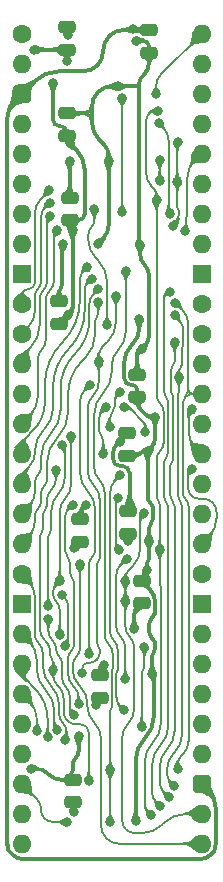
<source format=gbl>
%TF.GenerationSoftware,KiCad,Pcbnew,9.0.5-9.0.5~ubuntu24.04.1*%
%TF.CreationDate,2025-10-17T17:32:52+02:00*%
%TF.ProjectId,HCP65 MPU Address Decode,48435036-3520-44d5-9055-204164647265,V1*%
%TF.SameCoordinates,Original*%
%TF.FileFunction,Copper,L2,Bot*%
%TF.FilePolarity,Positive*%
%FSLAX46Y46*%
G04 Gerber Fmt 4.6, Leading zero omitted, Abs format (unit mm)*
G04 Created by KiCad (PCBNEW 9.0.5-9.0.5~ubuntu24.04.1) date 2025-10-17 17:32:52*
%MOMM*%
%LPD*%
G01*
G04 APERTURE LIST*
G04 Aperture macros list*
%AMRoundRect*
0 Rectangle with rounded corners*
0 $1 Rounding radius*
0 $2 $3 $4 $5 $6 $7 $8 $9 X,Y pos of 4 corners*
0 Add a 4 corners polygon primitive as box body*
4,1,4,$2,$3,$4,$5,$6,$7,$8,$9,$2,$3,0*
0 Add four circle primitives for the rounded corners*
1,1,$1+$1,$2,$3*
1,1,$1+$1,$4,$5*
1,1,$1+$1,$6,$7*
1,1,$1+$1,$8,$9*
0 Add four rect primitives between the rounded corners*
20,1,$1+$1,$2,$3,$4,$5,0*
20,1,$1+$1,$4,$5,$6,$7,0*
20,1,$1+$1,$6,$7,$8,$9,0*
20,1,$1+$1,$8,$9,$2,$3,0*%
G04 Aperture macros list end*
%TA.AperFunction,ComponentPad*%
%ADD10C,1.600000*%
%TD*%
%TA.AperFunction,ComponentPad*%
%ADD11O,1.600000X1.600000*%
%TD*%
%TA.AperFunction,ComponentPad*%
%ADD12RoundRect,0.400000X-0.400000X-0.400000X0.400000X-0.400000X0.400000X0.400000X-0.400000X0.400000X0*%
%TD*%
%TA.AperFunction,ComponentPad*%
%ADD13R,1.600000X1.600000*%
%TD*%
%TA.AperFunction,SMDPad,CuDef*%
%ADD14RoundRect,0.250000X-0.475000X0.250000X-0.475000X-0.250000X0.475000X-0.250000X0.475000X0.250000X0*%
%TD*%
%TA.AperFunction,SMDPad,CuDef*%
%ADD15RoundRect,0.250000X0.475000X-0.250000X0.475000X0.250000X-0.475000X0.250000X-0.475000X-0.250000X0*%
%TD*%
%TA.AperFunction,ViaPad*%
%ADD16C,0.800000*%
%TD*%
%TA.AperFunction,Conductor*%
%ADD17C,0.350000*%
%TD*%
%TA.AperFunction,Conductor*%
%ADD18C,0.370000*%
%TD*%
%TA.AperFunction,Conductor*%
%ADD19C,0.200000*%
%TD*%
G04 APERTURE END LIST*
D10*
%TO.P,J2,1*%
%TO.N,~{Register11}*%
X0Y0D03*
D11*
%TO.P,J2,2*%
%TO.N,~{Register10}*%
X0Y-2540000D03*
D12*
%TO.P,J2,3*%
%TO.N,5V*%
X0Y-5080000D03*
D11*
%TO.P,J2,4*%
%TO.N,~{Register9}*%
X0Y-7620000D03*
%TO.P,J2,5*%
%TO.N,~{Register8}*%
X0Y-10160000D03*
%TO.P,J2,6*%
%TO.N,~{Register7}*%
X0Y-12700000D03*
%TO.P,J2,7*%
%TO.N,~{Register6}*%
X0Y-15240000D03*
%TO.P,J2,8*%
%TO.N,~{Register5}*%
X0Y-17780000D03*
D13*
%TO.P,J2,9*%
%TO.N,GND*%
X0Y-20320000D03*
D10*
%TO.P,J2,10*%
%TO.N,~{Register4}*%
X0Y-22860000D03*
%TO.P,J2,11*%
%TO.N,~{Register3}*%
X0Y-25400000D03*
D11*
%TO.P,J2,12*%
%TO.N,~{Register2}*%
X0Y-27940000D03*
%TO.P,J2,13*%
%TO.N,~{Register1}*%
X0Y-30480000D03*
%TO.P,J2,14*%
%TO.N,~{Register0}*%
X0Y-33020000D03*
%TO.P,J2,15*%
%TO.N,~{Device19}*%
X0Y-35560000D03*
%TO.P,J2,16*%
%TO.N,~{Device18}*%
X0Y-38100000D03*
%TO.P,J2,17*%
%TO.N,~{Device17}*%
X0Y-40640000D03*
%TO.P,J2,18*%
%TO.N,~{Device16}*%
X0Y-43180000D03*
D10*
%TO.P,J2,19*%
%TO.N,~{Device7}*%
X0Y-45720000D03*
D13*
%TO.P,J2,20*%
%TO.N,GND*%
X0Y-48260000D03*
D11*
%TO.P,J2,21*%
%TO.N,~{Device6}*%
X0Y-50800000D03*
%TO.P,J2,22*%
%TO.N,~{Device5}*%
X0Y-53340000D03*
%TO.P,J2,23*%
%TO.N,~{Device4}*%
X0Y-55880000D03*
%TO.P,J2,24*%
%TO.N,~{Device3}*%
X0Y-58420000D03*
%TO.P,J2,25*%
%TO.N,~{Device2}*%
X0Y-60960000D03*
%TO.P,J2,26*%
%TO.N,~{Reset}*%
X0Y-63500000D03*
%TO.P,J2,27*%
%TO.N,~{Device1}*%
X0Y-66040000D03*
%TO.P,J2,28*%
%TO.N,~{Registers}*%
X0Y-68580000D03*
%TO.P,J2,29*%
%TO.N,~{Devices}*%
X15240000Y-68580000D03*
%TO.P,J2,30*%
%TO.N,RAM Swap*%
X15240000Y-66040000D03*
D12*
%TO.P,J2,31*%
%TO.N,5V*%
X15240000Y-63500000D03*
D11*
%TO.P,J2,32*%
%TO.N,~{RAM_{CS}}*%
X15240000Y-60960000D03*
%TO.P,J2,33*%
%TO.N,~{ROM_{CS}}*%
X15240000Y-58420000D03*
%TO.P,J2,34*%
%TO.N,unconnected-(J2-Pad34)*%
X15240000Y-55880000D03*
%TO.P,J2,35*%
%TO.N,Kernal Mode*%
X15240000Y-53340000D03*
%TO.P,J2,36*%
%TO.N,unconnected-(J2-Pad36)*%
X15240000Y-50800000D03*
D13*
%TO.P,J2,37*%
%TO.N,GND*%
X15240000Y-48260000D03*
D10*
%TO.P,J2,38*%
%TO.N,~{Main}*%
X15240000Y-45720000D03*
D11*
%TO.P,J2,39*%
%TO.N,A23*%
X15240000Y-43180000D03*
%TO.P,J2,40*%
%TO.N,A22*%
X15240000Y-40640000D03*
%TO.P,J2,41*%
%TO.N,A21*%
X15240000Y-38100000D03*
%TO.P,J2,42*%
%TO.N,A20*%
X15240000Y-35560000D03*
%TO.P,J2,43*%
%TO.N,A19*%
X15240000Y-33020000D03*
%TO.P,J2,44*%
%TO.N,A18*%
X15240000Y-30480000D03*
%TO.P,J2,45*%
%TO.N,A17*%
X15240000Y-27940000D03*
D10*
%TO.P,J2,46*%
%TO.N,A16*%
X15240000Y-25400000D03*
%TO.P,J2,47*%
%TO.N,A15*%
X15240000Y-22860000D03*
D13*
%TO.P,J2,48*%
%TO.N,GND*%
X15240000Y-20320000D03*
D11*
%TO.P,J2,49*%
%TO.N,A3*%
X15240000Y-17780000D03*
%TO.P,J2,50*%
%TO.N,A2*%
X15240000Y-15240000D03*
%TO.P,J2,51*%
%TO.N,A1*%
X15240000Y-12700000D03*
%TO.P,J2,52*%
%TO.N,A0*%
X15240000Y-10160000D03*
%TO.P,J2,53*%
%TO.N,~{Register12}*%
X15240000Y-7620000D03*
%TO.P,J2,54*%
%TO.N,~{Register13}*%
X15240000Y-5080000D03*
%TO.P,J2,55*%
%TO.N,~{Register14}*%
X15240000Y-2540000D03*
%TO.P,J2,56*%
%TO.N,~{Register15}*%
X15240000Y0D03*
%TD*%
D14*
%TO.P,C31,1*%
%TO.N,/3.3V*%
X6604000Y-54311000D03*
%TO.P,C31,2*%
%TO.N,GND*%
X6604000Y-56211000D03*
%TD*%
%TO.P,C45,1*%
%TO.N,5V*%
X10795000Y299000D03*
%TO.P,C45,2*%
%TO.N,GND*%
X10795000Y-1601000D03*
%TD*%
D15*
%TO.P,C34,1*%
%TO.N,/3.3V*%
X9778999Y-30779000D03*
%TO.P,C34,2*%
%TO.N,GND*%
X9778999Y-28879000D03*
%TD*%
%TO.P,C33,1*%
%TO.N,/3.3V*%
X4318000Y-65069000D03*
%TO.P,C33,2*%
%TO.N,GND*%
X4318000Y-63169000D03*
%TD*%
D14*
%TO.P,C1,1*%
%TO.N,/3.3V*%
X10160000Y-46310000D03*
%TO.P,C1,2*%
%TO.N,GND*%
X10160000Y-48210000D03*
%TD*%
%TO.P,C46,1*%
%TO.N,/3.3V*%
X3840000Y553000D03*
%TO.P,C46,2*%
%TO.N,GND*%
X3840000Y-1347000D03*
%TD*%
D15*
%TO.P,C36,1*%
%TO.N,/3.3V*%
X9017000Y-42336000D03*
%TO.P,C36,2*%
%TO.N,GND*%
X9017000Y-40436000D03*
%TD*%
D14*
%TO.P,C2,1*%
%TO.N,/3.3V*%
X4953000Y-41103000D03*
%TO.P,C2,2*%
%TO.N,GND*%
X4953000Y-43003000D03*
%TD*%
D15*
%TO.P,C35,1*%
%TO.N,/3.3V*%
X8890000Y-35732000D03*
%TO.P,C35,2*%
%TO.N,GND*%
X8890000Y-33832000D03*
%TD*%
%TO.P,C40,1*%
%TO.N,/3.3V*%
X4064000Y-15793000D03*
%TO.P,C40,2*%
%TO.N,GND*%
X4064000Y-13893000D03*
%TD*%
%TO.P,C38,1*%
%TO.N,/3.3V*%
X3175000Y-24556000D03*
%TO.P,C38,2*%
%TO.N,GND*%
X3175000Y-22656000D03*
%TD*%
%TO.P,C39,1*%
%TO.N,/3.3V*%
X3810000Y-8645251D03*
%TO.P,C39,2*%
%TO.N,GND*%
X3810000Y-6745251D03*
%TD*%
D16*
%TO.N,/3.3V*%
X9652000Y-66675000D03*
X4417300Y-65862982D03*
X3937001Y-127000D03*
X6952349Y-53461974D03*
X9963000Y-24182002D03*
X5461000Y-39878000D03*
X10668000Y-35334008D03*
X10793000Y-42926000D03*
X3896000Y-23835000D03*
X4314000Y-16637000D03*
X11061000Y-54194442D03*
X2667004Y-4191000D03*
X11305955Y-32462649D03*
X4060000Y-9283000D03*
X9017000Y-42926000D03*
X10587374Y-45442000D03*
%TO.N,GND*%
X4826000Y-59468591D03*
X10160000Y-26670000D03*
X4465000Y-43561000D03*
X7366000Y-10795000D03*
X9137667Y-39809566D03*
X762000Y-62230002D03*
X6447482Y-17780000D03*
X9535000Y-50376963D03*
X9652000Y-622179D03*
X8308030Y-34544000D03*
X6279999Y-56825999D03*
X4064000Y-10742998D03*
X1093000Y-1346998D03*
X10032994Y-17907000D03*
X3489000Y-17780000D03*
X8128000Y-4471004D03*
X3840000Y-2286000D03*
%TO.N,5V*%
X9427293Y403305D03*
%TO.N,RAM Swap*%
X10341999Y-40607378D03*
X8785000Y-48006000D03*
X8785000Y-46352090D03*
%TO.N,A3*%
X8509000Y-15113000D03*
X8509000Y-5418251D03*
%TO.N,A20*%
X14395995Y-31813500D03*
%TO.N,A21*%
X10469707Y-33739485D03*
X8636000Y-31623000D03*
%TO.N,A23*%
X7447000Y-33274000D03*
X8352615Y-30300046D03*
X14395995Y-36830000D03*
%TO.N,A22*%
X7112000Y-31623000D03*
X6922000Y-35560000D03*
%TO.N,/~{Device Group 128K}*%
X8001000Y-22225000D03*
X6537340Y-27746340D03*
X5154998Y-54145855D03*
%TO.N,/~{Device Group 32K}*%
X2667000Y-53848000D03*
X2909000Y-36957000D03*
X5685000Y-63246000D03*
%TO.N,A15*%
X12561000Y-21844000D03*
X11730294Y-65404592D03*
%TO.N,A16*%
X12440620Y-64631325D03*
X12962000Y-26137791D03*
%TO.N,A17*%
X12962000Y-23818964D03*
X12924225Y-63699321D03*
X13334994Y-29083000D03*
%TO.N,A18*%
X13014505Y-22791016D03*
X13207996Y-62230000D03*
%TO.N,~{Reset}*%
X7493000Y-66739000D03*
X7505000Y-62369000D03*
X3838424Y-66739000D03*
X8816116Y-20111761D03*
%TO.N,~{Registers}*%
X11684000Y-43688000D03*
X10985000Y-66144215D03*
X11554137Y-6548944D03*
X11430000Y-14097000D03*
%TO.N,~{Devices}*%
X4953000Y-44926998D03*
%TO.N,/~{Device Group}*%
X4318000Y-39878000D03*
X4828999Y-56735952D03*
%TO.N,/~{RAM Swap}*%
X8193046Y-39351094D03*
X8255000Y-43688000D03*
%TO.N,~{Device5}*%
X2206028Y-59591146D03*
%TO.N,~{Device4}*%
X1305061Y-59051920D03*
%TO.N,~{Device6}*%
X3037493Y-58949920D03*
%TO.N,~{Main}*%
X8780000Y-54637796D03*
X8927195Y-44494634D03*
%TO.N,~{RAM_{CS}}*%
X3683000Y-51816000D03*
X10402000Y-51898119D03*
X3381005Y-47498000D03*
X10160000Y-58674000D03*
%TO.N,A0*%
X13796309Y-16717309D03*
%TO.N,A1*%
X13208000Y-9144000D03*
X13184000Y-12524959D03*
X12839687Y-16252343D03*
%TO.N,A2*%
X11608667Y-7597530D03*
X12561000Y-15240000D03*
%TO.N,~{Device7}*%
X3706028Y-59816279D03*
%TO.N,~{Device17}*%
X6488050Y-21614005D03*
%TO.N,~{Device16}*%
X6489000Y-22677585D03*
%TO.N,~{Device18}*%
X5920059Y-20730890D03*
%TO.N,~{Device19}*%
X5553030Y-19774379D03*
%TO.N,~{Register1}*%
X6169000Y-14859000D03*
X7239000Y-24638000D03*
%TO.N,~{Register2}*%
X2413000Y-15416912D03*
%TO.N,~{Register7}*%
X11684000Y-10667994D03*
X11684004Y-12446000D03*
%TO.N,~{Register0}*%
X2992626Y-16655483D03*
%TO.N,~{Register4}*%
X2324760Y-13268864D03*
%TO.N,~{Register3}*%
X2364948Y-14318097D03*
%TO.N,~{Register15}*%
X11382921Y-5078250D03*
%TO.N,Kernal Mode*%
X5715000Y-52522427D03*
X5755152Y-29776369D03*
%TO.N,~{ROM_{CS}}*%
X4437442Y-57662862D03*
X2251000Y-49526392D03*
%TO.N,/~{ROM}*%
X2244659Y-48479260D03*
X3429000Y-34798000D03*
%TO.N,/~{RAM}*%
X3219490Y-50891357D03*
X3216169Y-46313831D03*
X4191000Y-34036000D03*
%TO.N,/~{A21+A22+A23}*%
X8663396Y-57252811D03*
X8362667Y-37400094D03*
%TD*%
D17*
%TO.N,5V*%
X16410971Y-68823652D02*
G75*
G02*
X16366974Y-69063759I-2006871J243652D01*
G01*
X16426227Y-68573601D02*
G75*
G02*
X16411231Y-68821527I-2057027J1D01*
G01*
X-1202000Y-68259067D02*
G75*
G03*
X-1197726Y-68546907I9698800J67D01*
G01*
X6411498Y-2687499D02*
G75*
G02*
X5234568Y-3174995I-1176928J1176939D01*
G01*
X-751785Y-69528409D02*
G75*
G03*
X80130Y-69873001I831918J831917D01*
G01*
X-1114692Y-69113581D02*
G75*
G03*
X-1102638Y-69160447I2343592J577781D01*
G01*
X9383142Y359154D02*
G75*
G02*
X9276552Y315024I-106542J106546D01*
G01*
X-1189841Y-68694409D02*
G75*
G02*
X-1185612Y-68703094I-10465J-10468D01*
G01*
X16366970Y-69063758D02*
G75*
G02*
X16251249Y-69268944I-425870J104958D01*
G01*
X15833113Y-64093114D02*
G75*
G02*
X16426212Y-65525017I-1431913J-1431886D01*
G01*
X-1102639Y-69160447D02*
G75*
G03*
X-1079267Y-69200928I87240J23381D01*
G01*
X7417000Y-202998D02*
G75*
G03*
X6898983Y-1453566I1250600J-1250602D01*
G01*
X-600999Y-5681000D02*
G75*
G03*
X-1202002Y-7131942I1450949J-1450950D01*
G01*
X8636997Y315003D02*
G75*
G03*
X7438612Y-181375I3J-1694803D01*
G01*
X3252038Y-3175000D02*
G75*
G03*
X952498Y-4127498I-8J-3252030D01*
G01*
X-1168155Y-68846865D02*
G75*
G03*
X-1132569Y-69041056I1623215J197105D01*
G01*
X9471444Y359154D02*
G75*
G03*
X9578033Y315014I106556J106546D01*
G01*
X6898999Y-1510569D02*
G75*
G02*
X6411501Y-2687502I-1664439J-1D01*
G01*
X-1193605Y-68685688D02*
G75*
G03*
X-1189841Y-68694409I12879J386D01*
G01*
X15992447Y-69527740D02*
G75*
G02*
X15158914Y-69873009I-833547J833540D01*
G01*
X601000Y-4479000D02*
X-600999Y-5681000D01*
%TO.N,GND*%
X9939000Y-17746542D02*
G75*
G03*
X9986009Y-17859991I160500J42D01*
G01*
X6477000Y-56489697D02*
G75*
G02*
X6378501Y-56727500I-336300J-3D01*
G01*
X4826000Y-60727789D02*
G75*
G02*
X4572002Y-61341002I-867220J-1D01*
G01*
X2137212Y-62589212D02*
G75*
G03*
X1270001Y-62230000I-867212J-867208D01*
G01*
X4469369Y-43486630D02*
G75*
G03*
X4453050Y-43526000I39331J-39370D01*
G01*
X9077333Y-39869899D02*
G75*
G03*
X9016972Y-40015557I145667J-145701D01*
G01*
X9668500Y-4445000D02*
G75*
G03*
X9939000Y-4174500I0J270500D01*
G01*
X9939000Y-4715500D02*
G75*
G03*
X9668500Y-4445000I-270500J0D01*
G01*
X7006789Y-9419789D02*
G75*
G02*
X7366006Y-10287000I-867189J-867211D01*
G01*
X8966333Y-36779333D02*
G75*
G02*
X9137689Y-37192969I-413633J-413667D01*
G01*
X7543499Y-4471004D02*
G75*
G03*
X6545696Y-4884312I1J-1411096D01*
G01*
X7366000Y-16211991D02*
G75*
G02*
X6906743Y-17320743I-1568020J1D01*
G01*
X10661589Y-755589D02*
G75*
G02*
X10795018Y-1077670I-322089J-322111D01*
G01*
X10410497Y-19561497D02*
G75*
G02*
X10788014Y-20472869I-911397J-911403D01*
G01*
X8172391Y-4445000D02*
G75*
G03*
X8141004Y-4458004I9J-44400D01*
G01*
X3453000Y-17816000D02*
G75*
G03*
X3417005Y-17902911I86900J-86900D01*
G01*
X10661589Y-755589D02*
G75*
G03*
X10339508Y-622182I-322089J-322111D01*
G01*
X4318000Y-62382000D02*
G75*
G02*
X3531000Y-63169000I-787000J0D01*
G01*
X10795000Y-2442716D02*
G75*
G02*
X10366995Y-3475995I-1461300J16D01*
G01*
X9847500Y-48522500D02*
G75*
G03*
X9535017Y-49276941I754400J-754400D01*
G01*
X5966749Y-7562500D02*
G75*
G03*
X6544623Y-8957639I1973051J0D01*
G01*
X8027515Y-34824515D02*
G75*
G03*
X7747016Y-35501738I677185J-677185D01*
G01*
X4453062Y-43540620D02*
G75*
G03*
X4459050Y-43555012I20338J20D01*
G01*
X3417000Y-21303880D02*
G75*
G02*
X3296000Y-21596000I-413120J0D01*
G01*
X10032994Y-18650124D02*
G75*
G03*
X10410496Y-19561498I1288866J-6D01*
G01*
X3296000Y-21596000D02*
G75*
G03*
X3175008Y-21888119I292100J-292100D01*
G01*
X8354002Y-34367997D02*
G75*
G03*
X8308022Y-34478985I110998J-111003D01*
G01*
X8966333Y-36779333D02*
G75*
G03*
X8552697Y-36608011I-413633J-413667D01*
G01*
X4572000Y-61341000D02*
G75*
G03*
X4318004Y-61954210I613200J-613200D01*
G01*
X10130272Y-3712727D02*
G75*
G03*
X9938986Y-4174500I461728J-461773D01*
G01*
X6420003Y-5009998D02*
G75*
G03*
X5966748Y-6104252I1094247J-1094252D01*
G01*
X2247501Y-62699501D02*
G75*
G03*
X3380971Y-63168999I1133469J1133471D01*
G01*
X3840000Y-1816500D02*
G75*
G03*
X3370500Y-1347000I-469500J0D01*
G01*
X7918943Y-36436056D02*
G75*
G03*
X8334051Y-36608020I415157J415156D01*
G01*
X10788000Y-25597936D02*
G75*
G02*
X10474003Y-26356003I-1072070J-4D01*
G01*
X5325750Y-6745251D02*
G75*
G03*
X5966751Y-6104252I0J641001D01*
G01*
X5966749Y-7386250D02*
G75*
G03*
X5325750Y-6745251I-640999J0D01*
G01*
X9969499Y-26860500D02*
G75*
G03*
X9779002Y-27320409I459901J-459900D01*
G01*
X7747000Y-36020948D02*
G75*
G03*
X7918942Y-36436057I587050J-2D01*
G01*
X9939000Y-4174500D02*
X9939000Y-4715500D01*
X10795000Y-1245000D02*
X10795000Y-1957000D01*
X5966749Y-6104252D02*
X5966749Y-7386250D01*
%TO.N,/3.3V*%
X9778999Y-31137499D02*
G75*
G03*
X10032494Y-31749498I865501J-1D01*
G01*
X10979999Y-41424372D02*
G75*
G03*
X10793033Y-41875829I451501J-451428D01*
G01*
X11166999Y-40972915D02*
G75*
G02*
X10980000Y-41424373I-638499J15D01*
G01*
X10795000Y-50544455D02*
G75*
G03*
X11065499Y-51197501I923540J-5D01*
G01*
X11186373Y-57832661D02*
G75*
G02*
X10419187Y-59684814I-2619343J1D01*
G01*
X10748040Y-46898040D02*
G75*
G02*
X11336005Y-48317500I-1419440J-1419460D01*
G01*
X11123686Y-54257128D02*
G75*
G02*
X11186382Y-54408467I-151386J-151372D01*
G01*
X8678999Y-29140824D02*
G75*
G03*
X8858601Y-29574398I613201J24D01*
G01*
X11078259Y-51210259D02*
G75*
G02*
X11335994Y-51832500I-622259J-622241D01*
G01*
X11065500Y-49419500D02*
G75*
G03*
X10795019Y-50072544I653000J-653000D01*
G01*
X10463496Y-35334008D02*
G75*
G03*
X10114393Y-35478622I4J-493692D01*
G01*
X4361000Y-15793000D02*
G75*
G03*
X4064000Y-16090000I0J-297000D01*
G01*
X9669999Y-29862999D02*
G75*
G02*
X9779021Y-30126147I-263199J-263201D01*
G01*
X10059996Y-35533004D02*
G75*
G02*
X9579577Y-35731988I-480396J480404D01*
G01*
X9669999Y-29862999D02*
G75*
G03*
X9406851Y-29754020I-263099J-263101D01*
G01*
D18*
X2667004Y-7281022D02*
G75*
G03*
X2823440Y-7658689I534106J2D01*
G01*
X5334000Y-15282575D02*
G75*
G02*
X5184507Y-15643507I-510400J-25D01*
G01*
D17*
X10690187Y-44679813D02*
G75*
G03*
X10587392Y-44928025I248213J-248187D01*
G01*
X10623656Y-45478282D02*
G75*
G02*
X10659967Y-45565874I-87556J-87618D01*
G01*
D18*
X3653563Y-7971563D02*
G75*
G02*
X3809978Y-8349235I-377663J-377637D01*
G01*
D17*
X5206497Y-40132502D02*
G75*
G03*
X4953001Y-40744500I612003J-611998D01*
G01*
X6778174Y-53636148D02*
G75*
G03*
X6604039Y-54056641I420526J-420452D01*
G01*
X11336000Y-52002545D02*
G75*
G02*
X11198487Y-52334487I-469500J45D01*
G01*
D18*
X4697000Y-9920000D02*
G75*
G02*
X5333998Y-11457854I-1537850J-1537850D01*
G01*
X3840000Y38588D02*
G75*
G03*
X3888504Y-78497I165600J12D01*
G01*
D17*
X11198500Y-52334500D02*
G75*
G03*
X11060952Y-52666454I331900J-332000D01*
G01*
X10917499Y-39746499D02*
G75*
G02*
X11166981Y-40348844I-602299J-602301D01*
G01*
X11305955Y-34244950D02*
G75*
G02*
X10986979Y-35015032I-1089065J0D01*
G01*
X9963000Y-24953001D02*
G75*
G02*
X9417830Y-26269188I-1861400J1D01*
G01*
D18*
X4064001Y-9276169D02*
G75*
G02*
X4062010Y-9281009I-6801J-31D01*
G01*
D17*
X10419186Y-59684813D02*
G75*
G03*
X9651964Y-61536965I1852114J-1852187D01*
G01*
X5184500Y-15643500D02*
G75*
G02*
X4823575Y-15792990I-360900J360900D01*
G01*
X4064000Y-16210223D02*
G75*
G03*
X4189007Y-16511993I426800J23D01*
G01*
X9320999Y-26366000D02*
G75*
G03*
X8679010Y-27915926I1549901J-1549900D01*
G01*
X10659938Y-45662313D02*
G75*
G02*
X10555465Y-45914538I-356738J13D01*
G01*
X10668000Y-39144154D02*
G75*
G03*
X10917497Y-39746501I851840J-6D01*
G01*
X8858594Y-29574405D02*
G75*
G03*
X9292174Y-29754011I433606J433605D01*
G01*
X4318000Y-65693466D02*
G75*
G03*
X4367636Y-65813346I169500J-34D01*
G01*
X10409969Y-46060031D02*
G75*
G03*
X10409969Y-46559969I249931J-249969D01*
G01*
X11336000Y-48766455D02*
G75*
G02*
X11065498Y-49419498I-923550J5D01*
G01*
X4314000Y-23121429D02*
G75*
G02*
X4104997Y-23625997I-713580J9D01*
G01*
D18*
X3653563Y-7971563D02*
G75*
G03*
X3275890Y-7815122I-377663J-377637D01*
G01*
D17*
X10547550Y-32264550D02*
G75*
G03*
X11025802Y-32462648I478250J478250D01*
G01*
X10793000Y-44431600D02*
G75*
G02*
X10690181Y-44679807I-351000J0D01*
G01*
D18*
X2823439Y-7658690D02*
G75*
G03*
X3201106Y-7815114I377661J377690D01*
G01*
D17*
X9778999Y-30420500D02*
X9778999Y-31137499D01*
D19*
%TO.N,/~{A21+A22+A23}*%
X7808095Y-51369095D02*
G75*
G02*
X8123192Y-52129803I-760695J-760705D01*
G01*
X8076595Y-54021539D02*
G75*
G03*
X8030025Y-54134031I112505J-112461D01*
G01*
X7927833Y-37834927D02*
G75*
G03*
X7493001Y-38884708I1049767J-1049773D01*
G01*
X7493000Y-50608387D02*
G75*
G03*
X7808090Y-51369100I1075800J-13D01*
G01*
X8123191Y-53909046D02*
G75*
G02*
X8076572Y-54021516I-159091J46D01*
G01*
X8030000Y-56171536D02*
G75*
G03*
X8346697Y-56936114I1081270J-4D01*
G01*
%TO.N,/~{RAM}*%
X2941584Y-46588415D02*
G75*
G03*
X2667017Y-47251321I662916J-662885D01*
G01*
X2667000Y-47450270D02*
G75*
G03*
X2943245Y-48117185I943160J0D01*
G01*
X2943245Y-48117185D02*
G75*
G02*
X3219481Y-48784099I-666945J-666915D01*
G01*
X4191000Y-38172690D02*
G75*
G02*
X3703586Y-39349417I-1664150J0D01*
G01*
X3703584Y-39349415D02*
G75*
G03*
X3216169Y-40526140I1176726J-1176725D01*
G01*
%TO.N,/~{ROM}*%
X2382829Y-42292327D02*
G75*
G03*
X2244658Y-42625900I333571J-333573D01*
G01*
X3544000Y-34913000D02*
G75*
G02*
X3658986Y-35190634I-277600J-277600D01*
G01*
X3659000Y-37607970D02*
G75*
G02*
X3090000Y-38981658I-1942699J4D01*
G01*
X2521000Y-41958754D02*
G75*
G02*
X2382829Y-42292327I-471750J4D01*
G01*
X3090000Y-38981658D02*
G75*
G03*
X2521002Y-40355345I1373680J-1373682D01*
G01*
%TO.N,~{ROM_{CS}}*%
X3744499Y-55294871D02*
G75*
G02*
X4078997Y-56102424I-807549J-807549D01*
G01*
X2651592Y-51419592D02*
G75*
G02*
X2921005Y-52070000I-650392J-650408D01*
G01*
X2278001Y-50591332D02*
G75*
G03*
X2599498Y-51367502I1097659J-8D01*
G01*
X2264500Y-49539892D02*
G75*
G02*
X2278009Y-49572485I-32600J-32608D01*
G01*
X4078999Y-57050961D02*
G75*
G03*
X4258221Y-57483639I611901J1D01*
G01*
X3165500Y-52695500D02*
G75*
G02*
X3410010Y-53285775I-590300J-590300D01*
G01*
X3410000Y-54487318D02*
G75*
G03*
X3744499Y-55294871I1142050J-2D01*
G01*
X2921000Y-52105224D02*
G75*
G03*
X3165498Y-52695502I834770J-6D01*
G01*
%TO.N,Kernal Mode*%
X5354076Y-30177445D02*
G75*
G03*
X4953032Y-31145728I968324J-968255D01*
G01*
X6223000Y-43709789D02*
G75*
G02*
X5969003Y-44323003I-867200J-11D01*
G01*
X5588000Y-38735000D02*
G75*
G02*
X6223002Y-40268025I-1533030J-1533030D01*
G01*
X5969000Y-44323000D02*
G75*
G03*
X5715004Y-44936210I613200J-613200D01*
G01*
X4953000Y-37201974D02*
G75*
G03*
X5588001Y-38734999I2168030J4D01*
G01*
%TO.N,~{Register15}*%
X11814670Y-3425329D02*
G75*
G03*
X11382894Y-4467664I1042330J-1042371D01*
G01*
%TO.N,~{Register3}*%
X1124000Y-23481212D02*
G75*
G02*
X562000Y-24838001I-1918800J4D01*
G01*
X1651000Y-20974982D02*
G75*
G02*
X1387502Y-21611130I-899660J2D01*
G01*
X2007974Y-14675071D02*
G75*
G03*
X1651000Y-15536882I861806J-861809D01*
G01*
X1387500Y-21611128D02*
G75*
G03*
X1124001Y-22247273I636140J-636142D01*
G01*
%TO.N,~{Register4}*%
X611971Y-21590000D02*
G75*
G03*
X217679Y-21753322I-1J-557610D01*
G01*
X1712380Y-13881243D02*
G75*
G03*
X1099998Y-15359658I1478410J-1478417D01*
G01*
X971472Y-21461471D02*
G75*
G02*
X661175Y-21590003I-310302J310301D01*
G01*
X1100001Y-21151174D02*
G75*
G02*
X971471Y-21461470I-438831J4D01*
G01*
X190500Y-21780500D02*
G75*
G03*
X3Y-22240407I459900J-459900D01*
G01*
%TO.N,~{Register0}*%
X1397000Y-30635171D02*
G75*
G02*
X698500Y-32321500I-2384842J5D01*
G01*
X2739000Y-20891075D02*
G75*
G02*
X2385498Y-21744498I-1206930J5D01*
G01*
X2865813Y-16782296D02*
G75*
G03*
X2739045Y-17088449I306187J-306104D01*
G01*
X2385500Y-21744500D02*
G75*
G03*
X2032010Y-22597924I853400J-853400D01*
G01*
X1714500Y-26733500D02*
G75*
G03*
X1397005Y-27500012I766500J-766500D01*
G01*
X2032000Y-25966987D02*
G75*
G02*
X1714498Y-26733498I-1084020J7D01*
G01*
%TO.N,~{Register2}*%
X1524000Y-24703369D02*
G75*
G02*
X762000Y-26543000I-2601639J3D01*
G01*
X1837999Y-21726315D02*
G75*
G03*
X1524001Y-22484375I758051J-758055D01*
G01*
X2151998Y-20968254D02*
G75*
G02*
X1837999Y-21726315I-1072068J4D01*
G01*
X2282499Y-15547413D02*
G75*
G03*
X2151990Y-15862470I315101J-315087D01*
G01*
%TO.N,~{Register1}*%
X6450742Y-19150742D02*
G75*
G02*
X7239004Y-21053764I-1903022J-1903028D01*
G01*
X5662485Y-17499742D02*
G75*
G03*
X6272537Y-18972535I2082845J2D01*
G01*
X6169000Y-15772324D02*
G75*
G02*
X5915741Y-16383741I-864680J4D01*
G01*
X5915742Y-16383742D02*
G75*
G03*
X5662468Y-16995160I611458J-611458D01*
G01*
%TO.N,~{Device19}*%
X3453750Y-26137250D02*
G75*
G03*
X1968504Y-29722960I3585700J-3585700D01*
G01*
X348025Y-34227609D02*
G75*
G03*
X1Y-35067817I840195J-840201D01*
G01*
X5246015Y-20081394D02*
G75*
G03*
X4938991Y-20822593I741185J-741206D01*
G01*
X1968500Y-31215195D02*
G75*
G02*
X984250Y-33591385I-3360452J5D01*
G01*
X4939000Y-22551539D02*
G75*
G02*
X3453750Y-26137250I-5070966J2D01*
G01*
%TO.N,~{Device18}*%
X5339000Y-23442110D02*
G75*
G02*
X4003000Y-26667500I-4561403J5D01*
G01*
X4003000Y-26667500D02*
G75*
G03*
X2666996Y-29892889I3225400J-3225400D01*
G01*
X1143000Y-35386776D02*
G75*
G02*
X571499Y-36766499I-1951228J3D01*
G01*
X1816519Y-33616480D02*
G75*
G03*
X1142997Y-35242500I1626011J-1626020D01*
G01*
X5629529Y-21021419D02*
G75*
G03*
X5339005Y-21722819I701371J-701381D01*
G01*
X2667000Y-31688369D02*
G75*
G02*
X1905000Y-33528000I-2601639J3D01*
G01*
X269407Y-37068592D02*
G75*
G03*
X-5Y-37719000I650393J-650408D01*
G01*
%TO.N,~{Device16}*%
X3937000Y-32016764D02*
G75*
G02*
X3047999Y-34162999I-3035240J4D01*
G01*
X1905000Y-38290500D02*
G75*
G03*
X1651004Y-38903710I613200J-613200D01*
G01*
X6366000Y-24007000D02*
G75*
G03*
X6243020Y-24303948I296900J-296900D01*
G01*
X1125000Y-41264157D02*
G75*
G02*
X565789Y-42614210I-1909273J5D01*
G01*
X5089999Y-27745313D02*
G75*
G03*
X3937004Y-30528902I2783601J-2783587D01*
G01*
X1651000Y-39575375D02*
G75*
G02*
X1388000Y-40210314I-897950J5D01*
G01*
X6489000Y-23710051D02*
G75*
G02*
X6366002Y-24007002I-419960J1D01*
G01*
X6243000Y-25361157D02*
G75*
G02*
X5372440Y-27462873I-2972290J7D01*
G01*
X3048000Y-34163000D02*
G75*
G03*
X2159002Y-36309235I2146230J-2146230D01*
G01*
X2159000Y-37677289D02*
G75*
G02*
X1905002Y-38290502I-867220J-1D01*
G01*
X1388000Y-40210314D02*
G75*
G03*
X1124999Y-40845252I634930J-634936D01*
G01*
%TO.N,~{Device17}*%
X2476500Y-33845500D02*
G75*
G03*
X1651001Y-35838433I1992930J-1992930D01*
G01*
X5739000Y-24160780D02*
G75*
G02*
X4520500Y-27102500I-4160220J0D01*
G01*
X6113525Y-21988530D02*
G75*
G03*
X5739007Y-22892713I904175J-904170D01*
G01*
X1651000Y-36724789D02*
G75*
G02*
X1397000Y-37338000I-867220J3D01*
G01*
X1143000Y-38688776D02*
G75*
G02*
X571500Y-40068500I-1951237J5D01*
G01*
X1397000Y-37338000D02*
G75*
G03*
X1143004Y-37951210I613200J-613200D01*
G01*
X4520500Y-27102500D02*
G75*
G03*
X3302004Y-30044219I2941710J-2941710D01*
G01*
X3302000Y-31852566D02*
G75*
G02*
X2476500Y-33845500I-2818441J3D01*
G01*
%TO.N,~{Device7}*%
X3173174Y-57590550D02*
G75*
G03*
X3480332Y-58332100I1048716J0D01*
G01*
X2485087Y-55190087D02*
G75*
G02*
X3173170Y-56851275I-1661187J-1661183D01*
G01*
X1101000Y-50777629D02*
G75*
G03*
X1448999Y-51617777I1188150J-1D01*
G01*
X1449000Y-51617776D02*
G75*
G02*
X1797004Y-52457922I-840150J-840154D01*
G01*
X550500Y-46270500D02*
G75*
G02*
X1101000Y-47599524I-1329030J-1329027D01*
G01*
X1797000Y-53528898D02*
G75*
G03*
X2485087Y-55190087I2349270J-2D01*
G01*
X3787493Y-59677209D02*
G75*
G02*
X3746761Y-59775547I-139093J9D01*
G01*
X3480333Y-58332099D02*
G75*
G02*
X3787493Y-59073648I-741553J-741551D01*
G01*
%TO.N,A2*%
X12446000Y-15043682D02*
G75*
G03*
X12503495Y-15182505I196300J-18D01*
G01*
X12027333Y-8016196D02*
G75*
G02*
X12446043Y-9026946I-1010733J-1010804D01*
G01*
%TO.N,A1*%
X13184000Y-14712536D02*
G75*
G03*
X13247519Y-14865820I216800J36D01*
G01*
X13311000Y-15379019D02*
G75*
G02*
X13075338Y-15947939I-804600J19D01*
G01*
X13247500Y-14865839D02*
G75*
G02*
X13310971Y-15019141I-153300J-153261D01*
G01*
X13196000Y-9156000D02*
G75*
G03*
X13183988Y-9184970I29000J-29000D01*
G01*
X12863990Y-16159297D02*
G75*
G03*
X12839676Y-16217972I58710J-58703D01*
G01*
%TO.N,A0*%
X13977830Y-15449516D02*
G75*
G03*
X13934009Y-15555332I105770J-105784D01*
G01*
X14630830Y-10769169D02*
G75*
G03*
X14021686Y-12239834I1470670J-1470631D01*
G01*
X14021661Y-15343700D02*
G75*
G02*
X13977833Y-15449519I-149661J0D01*
G01*
X13934000Y-16482255D02*
G75*
G02*
X13865186Y-16648495I-235100J-45D01*
G01*
%TO.N,~{RAM_{CS}}*%
X3937000Y-51382394D02*
G75*
G02*
X3810002Y-51689002I-433600J-6D01*
G01*
X10402000Y-53561880D02*
G75*
G02*
X10281006Y-53854006I-413100J-20D01*
G01*
X10281000Y-53854000D02*
G75*
G03*
X10160008Y-54146119I292100J-292100D01*
G01*
X3659002Y-47775997D02*
G75*
G02*
X3937003Y-48447142I-671152J-671153D01*
G01*
%TO.N,~{Main}*%
X8001000Y-50122163D02*
G75*
G03*
X8390498Y-51062502I1329830J-7D01*
G01*
X8423182Y-44916816D02*
G75*
G03*
X8000961Y-45936056I1019218J-1019284D01*
G01*
X8886280Y-44494634D02*
G75*
G03*
X8816447Y-44523576I20J-98766D01*
G01*
X8390500Y-51062500D02*
G75*
G02*
X8779985Y-52002836I-940300J-940300D01*
G01*
%TO.N,~{Device6}*%
X2773174Y-58498699D02*
G75*
G03*
X2905332Y-58817761I451226J-1D01*
G01*
X1270000Y-53756434D02*
G75*
G03*
X2021587Y-55570926I2566078J-1D01*
G01*
X2021587Y-55570926D02*
G75*
G02*
X2773174Y-57385417I-1814497J-1814494D01*
G01*
X635000Y-51435000D02*
G75*
G02*
X1270000Y-52968025I-1533030J-1533028D01*
G01*
%TO.N,~{Device4}*%
X652530Y-56532530D02*
G75*
G02*
X1305061Y-58107878I-1575356J-1575352D01*
G01*
%TO.N,~{Device5}*%
X0Y-53832182D02*
G75*
G03*
X348025Y-54672390I1188227J-3D01*
G01*
X1123888Y-55448253D02*
G75*
G02*
X2206028Y-58060769I-2612523J-2612520D01*
G01*
%TO.N,/~{RAM Swap}*%
X8092023Y-39452117D02*
G75*
G03*
X7991002Y-39696008I243877J-243883D01*
G01*
X7991000Y-43237323D02*
G75*
G03*
X8123007Y-43555993I450700J23D01*
G01*
%TO.N,/~{Device Group}*%
X4445000Y-51681204D02*
G75*
G02*
X4187506Y-52302870I-879200J4D01*
G01*
X4000500Y-40195500D02*
G75*
G03*
X3683005Y-40962012I766500J-766500D01*
G01*
X3930000Y-54151997D02*
G75*
G03*
X4379495Y-55237189I1534700J-3D01*
G01*
X4458027Y-55315713D02*
G75*
G02*
X4828980Y-56211318I-895627J-895587D01*
G01*
X4064000Y-45577592D02*
G75*
G03*
X4254498Y-46037502I650400J-8D01*
G01*
X4187500Y-52302864D02*
G75*
G03*
X3930029Y-52924523I621700J-621636D01*
G01*
X3873500Y-44259500D02*
G75*
G02*
X4063997Y-44719407I-459900J-459900D01*
G01*
X3683000Y-43799592D02*
G75*
G03*
X3873498Y-44259502I650400J-8D01*
G01*
X4254500Y-46037500D02*
G75*
G02*
X4444997Y-46497407I-459900J-459900D01*
G01*
%TO.N,~{Devices}*%
X4953000Y-52010472D02*
G75*
G02*
X4641501Y-52762501I-1063540J2D01*
G01*
X4330000Y-53848000D02*
G75*
G03*
X4877300Y-55169300I1868600J0D01*
G01*
X5578000Y-56959705D02*
G75*
G03*
X6154502Y-58351498I1968300J5D01*
G01*
X4954000Y-55246000D02*
G75*
G02*
X5578000Y-56752469I-1506470J-1506470D01*
G01*
X4641500Y-52762500D02*
G75*
G03*
X4330011Y-53514527I752000J-752000D01*
G01*
X7175500Y-68135500D02*
G75*
G03*
X8248617Y-68579993I1073100J1073100D01*
G01*
X6154500Y-58351500D02*
G75*
G02*
X6731002Y-59743294I-1391800J-1391800D01*
G01*
X6731000Y-67062382D02*
G75*
G03*
X7175498Y-68135502I1517610J-8D01*
G01*
%TO.N,~{Registers}*%
X10414000Y-65169457D02*
G75*
G03*
X10699498Y-65858717I974760J-3D01*
G01*
X11811000Y-58321171D02*
G75*
G02*
X11112502Y-60007502I-2384840J1D01*
G01*
X11112500Y-60007500D02*
G75*
G03*
X10414012Y-61693828I1686300J-1686300D01*
G01*
X11430000Y-39190394D02*
G75*
G03*
X11556998Y-39497002I433600J-6D01*
G01*
X11160592Y-13065592D02*
G75*
G02*
X11430005Y-13716000I-650392J-650408D01*
G01*
X11430000Y-30565857D02*
G75*
G03*
X11728499Y-31286501I1019140J-3D01*
G01*
X11747500Y-46710500D02*
G75*
G02*
X11810999Y-46863802I-153300J-153300D01*
G01*
X10541000Y-11817382D02*
G75*
G03*
X10985495Y-12890505I1517600J-18D01*
G01*
X11557000Y-39497000D02*
G75*
G02*
X11683998Y-39803605I-306600J-306600D01*
G01*
X10759027Y-6766971D02*
G75*
G03*
X10541027Y-7293338I526373J-526329D01*
G01*
X11728500Y-31286500D02*
G75*
G02*
X12026982Y-32007142I-720600J-720600D01*
G01*
X12027000Y-34629857D02*
G75*
G02*
X11728498Y-35350498I-1019150J7D01*
G01*
X11265596Y-6548944D02*
G75*
G03*
X10773038Y-6752983I4J-696556D01*
G01*
X11684000Y-46557197D02*
G75*
G03*
X11747499Y-46710501I216800J-3D01*
G01*
X11728500Y-35350500D02*
G75*
G03*
X11430018Y-36071142I720600J-720600D01*
G01*
%TO.N,~{Reset}*%
X8218058Y-26706942D02*
G75*
G03*
X7619988Y-28150781I1443842J-1443858D01*
G01*
X7567500Y-57202500D02*
G75*
G03*
X7504995Y-57353388I150900J-150900D01*
G01*
X7723191Y-53743361D02*
G75*
G02*
X7676615Y-53855874I-159091J-39D01*
G01*
X6588000Y-37792000D02*
G75*
G02*
X7023007Y-38842182I-1050200J-1050200D01*
G01*
X7630000Y-57051611D02*
G75*
G02*
X7567497Y-57202497I-213400J11D01*
G01*
X7620000Y-28680674D02*
G75*
G02*
X6886499Y-30451499I-2504330J4D01*
G01*
X7023000Y-50850890D02*
G75*
G03*
X7373090Y-51696100I1195300J-10D01*
G01*
X1291789Y-64791789D02*
G75*
G02*
X1651000Y-65659000I-867209J-867211D01*
G01*
X7676595Y-53855854D02*
G75*
G03*
X7630036Y-53968346I112505J-112446D01*
G01*
X8816116Y-25263102D02*
G75*
G02*
X8218061Y-26706945I-2041916J2D01*
G01*
X1937000Y-66453000D02*
G75*
G03*
X2627465Y-66739005I690470J690460D01*
G01*
X1651000Y-65762534D02*
G75*
G03*
X1936999Y-66453001I976460J-6D01*
G01*
X7499000Y-62375000D02*
G75*
G03*
X7492994Y-62389485I14500J-14500D01*
G01*
X7373095Y-51696095D02*
G75*
G02*
X7723193Y-52541300I-845195J-845205D01*
G01*
X6886500Y-30451500D02*
G75*
G03*
X6153011Y-32222325I1770800J-1770800D01*
G01*
X6153000Y-36741817D02*
G75*
G03*
X6587999Y-37792001I1485180J-3D01*
G01*
%TO.N,A18*%
X13877315Y-30711315D02*
G75*
G03*
X13645954Y-31269758I558385J-558485D01*
G01*
X13071968Y-22806025D02*
G75*
G03*
X13035732Y-22791004I-36268J-36275D01*
G01*
X13646000Y-38817649D02*
G75*
G03*
X13892500Y-39412753I841600J-1D01*
G01*
X13892500Y-39412753D02*
G75*
G02*
X14139032Y-40007856I-595100J-595147D01*
G01*
X13582794Y-23316851D02*
G75*
G02*
X14108604Y-24586329I-1269494J-1269449D01*
G01*
X13877315Y-30711315D02*
G75*
G03*
X14108618Y-30152871I-558415J558415D01*
G01*
X14435758Y-30480000D02*
G75*
G03*
X13877348Y-30711348I42J-789700D01*
G01*
X14108630Y-30152871D02*
G75*
G03*
X14435758Y-30480070I327170J-29D01*
G01*
X14139000Y-59878680D02*
G75*
G02*
X13673499Y-61002503I-1589330J0D01*
G01*
X13477402Y-61198597D02*
G75*
G03*
X13207995Y-61849002I650398J-650403D01*
G01*
%TO.N,A17*%
X13589000Y-59299974D02*
G75*
G02*
X12953999Y-60832999I-2168030J4D01*
G01*
X12893911Y-60893088D02*
G75*
G03*
X12319042Y-62281048I1387989J-1387912D01*
G01*
X13565000Y-28031361D02*
G75*
G02*
X13450028Y-28309034I-392700J-39D01*
G01*
X13708630Y-26350260D02*
G75*
G02*
X13636843Y-26523665I-245230J-40D01*
G01*
X13334994Y-30328077D02*
G75*
G02*
X13290502Y-30435508I-151894J-23D01*
G01*
X13246000Y-39165462D02*
G75*
G03*
X13417489Y-39579511I585500J-38D01*
G01*
X12962000Y-23857482D02*
G75*
G03*
X12989225Y-23923247I93000J-18D01*
G01*
X13290497Y-30435503D02*
G75*
G03*
X13246013Y-30542928I107403J-107397D01*
G01*
X13636815Y-26523637D02*
G75*
G03*
X13565012Y-26697013I173385J-173363D01*
G01*
X13449997Y-28309003D02*
G75*
G03*
X13335014Y-28586644I277603J-277597D01*
G01*
X13335315Y-24269315D02*
G75*
G02*
X13708631Y-25170577I-901315J-901285D01*
G01*
X12319000Y-62666137D02*
G75*
G03*
X12621611Y-63396709I1033180J-3D01*
G01*
X13417500Y-39579500D02*
G75*
G02*
X13588984Y-39993537I-414000J-414000D01*
G01*
%TO.N,A16*%
X11684000Y-63339693D02*
G75*
G03*
X12062313Y-64253012I1291600J-7D01*
G01*
X12702500Y-36324500D02*
G75*
G03*
X12573017Y-36637140I312600J-312600D01*
G01*
X12319000Y-60579000D02*
G75*
G03*
X11684011Y-62112025I1533000J-1533000D01*
G01*
X12612000Y-30197436D02*
G75*
G03*
X12722011Y-30462989I375600J36D01*
G01*
X12573000Y-39100592D02*
G75*
G03*
X12763498Y-39560502I650400J-8D01*
G01*
X12962000Y-27723512D02*
G75*
G02*
X12786996Y-28145996I-597500J12D01*
G01*
X12954000Y-59045974D02*
G75*
G02*
X12319001Y-60579001I-2168040J4D01*
G01*
X12787000Y-28146000D02*
G75*
G03*
X12611995Y-28568487I422500J-422500D01*
G01*
X12832000Y-36011859D02*
G75*
G02*
X12702512Y-36324512I-442100J-41D01*
G01*
X12763500Y-39560500D02*
G75*
G02*
X12953997Y-40020407I-459900J-459900D01*
G01*
X12722000Y-30463000D02*
G75*
G02*
X12832015Y-30728563I-265600J-265600D01*
G01*
%TO.N,A15*%
X12440000Y-21844000D02*
G75*
G03*
X12233445Y-21929564I0J-292100D01*
G01*
X12192000Y-21971000D02*
G75*
G03*
X12065002Y-22277605I306600J-306600D01*
G01*
X12065000Y-30350320D02*
G75*
G03*
X12246506Y-30788494I619700J20D01*
G01*
X12427000Y-45700292D02*
G75*
G03*
X12427498Y-45701502I1700J-8D01*
G01*
X11049000Y-64241550D02*
G75*
G03*
X11389648Y-65063944I1163040J0D01*
G01*
X12428000Y-58605899D02*
G75*
G02*
X11738500Y-60270500I-2354100J-1D01*
G01*
X12427500Y-45701500D02*
G75*
G02*
X12427997Y-45702707I-1200J-1200D01*
G01*
X12246500Y-30788500D02*
G75*
G02*
X12428008Y-31226679I-438200J-438200D01*
G01*
X12428000Y-35430320D02*
G75*
G02*
X12246494Y-35868494I-619700J20D01*
G01*
X11738500Y-60270500D02*
G75*
G03*
X11049000Y-61935100I1664600J-1664600D01*
G01*
X12246500Y-35868500D02*
G75*
G03*
X12064992Y-36306679I438200J-438200D01*
G01*
X12065000Y-39241027D02*
G75*
G03*
X12246008Y-39677992I618000J27D01*
G01*
X12246000Y-39678000D02*
G75*
G02*
X12427011Y-40114972I-437000J-437000D01*
G01*
%TO.N,/~{Device Group 32K}*%
X5487620Y-58670953D02*
G75*
G03*
X5011102Y-58473580I-476520J-476547D01*
G01*
X5487620Y-58670953D02*
G75*
G02*
X5685020Y-59147470I-476520J-476547D01*
G01*
X2413000Y-52583080D02*
G75*
G03*
X2540001Y-52889685I433600J0D01*
G01*
X3573174Y-57424866D02*
G75*
G03*
X3880331Y-58166416I1048706J-4D01*
G01*
X2909000Y-37681799D02*
G75*
G02*
X2515000Y-38633000I-1345211J4D01*
G01*
X1981250Y-40309750D02*
G75*
G03*
X1841515Y-40647136I337350J-337350D01*
G01*
X3120087Y-55236143D02*
G75*
G02*
X3573173Y-56329991I-1093847J-1093847D01*
G01*
X1683250Y-42259750D02*
G75*
G03*
X1525000Y-42641799I382050J-382050D01*
G01*
X1841500Y-41877700D02*
G75*
G02*
X1683250Y-42259750I-540300J0D01*
G01*
X2540000Y-52889686D02*
G75*
G02*
X2667008Y-53196291I-306600J-306614D01*
G01*
X2078295Y-51481295D02*
G75*
G02*
X2412998Y-52289343I-808045J-808045D01*
G01*
X2667000Y-54315528D02*
G75*
G03*
X2997592Y-55113648I1128710J-2D01*
G01*
X2121000Y-39972363D02*
G75*
G02*
X1981249Y-40309749I-477140J3D01*
G01*
X1525000Y-50300089D02*
G75*
G03*
X1969002Y-51371998I1515900J-1D01*
G01*
X2515000Y-38633000D02*
G75*
G03*
X2121000Y-39584200I951200J-951200D01*
G01*
X3880333Y-58166414D02*
G75*
G03*
X4621881Y-58473575I741557J741564D01*
G01*
%TO.N,/~{Device Group 128K}*%
X6341517Y-53026909D02*
G75*
G02*
X5748786Y-53272423I-592717J592709D01*
G01*
X5278285Y-53395714D02*
G75*
G03*
X5154959Y-53693356I297615J-297686D01*
G01*
X6623000Y-44383959D02*
G75*
G02*
X6486497Y-44713497I-466050J9D01*
G01*
X6849414Y-26551585D02*
G75*
G03*
X6537331Y-27305000I753386J-753415D01*
G01*
X6486500Y-44713500D02*
G75*
G03*
X6350017Y-45043040I329500J-329500D01*
G01*
X6623000Y-52372781D02*
G75*
G02*
X6359502Y-53008929I-899660J1D01*
G01*
X6350000Y-51495959D02*
G75*
G03*
X6486500Y-51825500I466040J-1D01*
G01*
X5575927Y-53272427D02*
G75*
G03*
X5278263Y-53395692I-27J-420973D01*
G01*
X5588000Y-36987144D02*
G75*
G03*
X6105498Y-38236502I1766850J-6D01*
G01*
X8001000Y-24365036D02*
G75*
G02*
X7269168Y-26131828I-2498630J6D01*
G01*
X6062670Y-30640330D02*
G75*
G03*
X5587982Y-31786284I1145930J-1145970D01*
G01*
X6486500Y-51825500D02*
G75*
G02*
X6622983Y-52155040I-329500J-329500D01*
G01*
X6537340Y-29494375D02*
G75*
G02*
X6062668Y-30640328I-1620630J5D01*
G01*
X6105500Y-38236500D02*
G75*
G02*
X6623002Y-39485855I-1249360J-1249360D01*
G01*
%TO.N,A22*%
X6754791Y-34076208D02*
G75*
G02*
X6922006Y-34479885I-403691J-403692D01*
G01*
X6587583Y-33672531D02*
G75*
G03*
X6754794Y-34076205I570877J1D01*
G01*
X6849791Y-31885208D02*
G75*
G03*
X6587602Y-32518235I633009J-632992D01*
G01*
%TO.N,A23*%
X14355975Y-39111025D02*
G75*
G03*
X14981195Y-39370002I625225J625225D01*
G01*
X7886000Y-31554580D02*
G75*
G02*
X7666506Y-32084506I-749400J-20D01*
G01*
X14246497Y-36979497D02*
G75*
G03*
X14097006Y-37340416I360903J-360903D01*
G01*
X8119307Y-30533353D02*
G75*
G03*
X7886016Y-31096607I563293J-563247D01*
G01*
X16169012Y-39710987D02*
G75*
G03*
X15345795Y-39370002I-823212J-823213D01*
G01*
X7666500Y-32084500D02*
G75*
G03*
X7447008Y-32614419I529900J-529900D01*
G01*
X16510000Y-41011975D02*
G75*
G02*
X15875000Y-42545001I-2168040J5D01*
G01*
X16169012Y-39710987D02*
G75*
G02*
X16509998Y-40534204I-823212J-823213D01*
G01*
X14097000Y-38485804D02*
G75*
G03*
X14355976Y-39111024I884200J4D01*
G01*
%TO.N,A21*%
X10212575Y-32755075D02*
G75*
G02*
X10469673Y-33375846I-620775J-620725D01*
G01*
X9237654Y-31780154D02*
G75*
G03*
X8858250Y-31623018I-379354J-379346D01*
G01*
%TO.N,A20*%
X14267997Y-31941497D02*
G75*
G03*
X14140004Y-32250510I309003J-309003D01*
G01*
X14140000Y-33682182D02*
G75*
G03*
X14689995Y-35010005I1877800J-18D01*
G01*
%TO.N,RAM Swap*%
X9530000Y-57185043D02*
G75*
G02*
X9019499Y-58417499I-1742960J3D01*
G01*
X9016255Y-45466744D02*
G75*
G03*
X8785044Y-46025045I558345J-558256D01*
G01*
X13994433Y-66040000D02*
G75*
G03*
X12001490Y-66865490I-33J-2818400D01*
G01*
X8826500Y-67373500D02*
G75*
G03*
X9593012Y-67690995I766500J766500D01*
G01*
X10192499Y-40756877D02*
G75*
G03*
X10042993Y-41117801I360901J-360923D01*
G01*
X9019500Y-58417500D02*
G75*
G03*
X8508952Y-59649956I1232400J-1232500D01*
G01*
X8509000Y-66606987D02*
G75*
G03*
X8826496Y-67373504I1084000J-13D01*
G01*
X11894420Y-66972579D02*
G75*
G02*
X10160000Y-67690997I-1734420J1734429D01*
G01*
X10043000Y-43550459D02*
G75*
G02*
X9414002Y-45069002I-2147550J-1D01*
G01*
X9157500Y-51067500D02*
G75*
G02*
X9530002Y-51966794I-899300J-899300D01*
G01*
X8785000Y-50168205D02*
G75*
G03*
X9157502Y-51067498I1271800J5D01*
G01*
D17*
%TO.N,/3.3V*%
X3896000Y-23835000D02*
X4105000Y-23626000D01*
X11305955Y-34244950D02*
X11305955Y-32462649D01*
X11123686Y-54257128D02*
X11061000Y-54194442D01*
X9017000Y-42926000D02*
X9017000Y-42336000D01*
X10668000Y-35334008D02*
X10668000Y-39144154D01*
X11065500Y-51197500D02*
X11078259Y-51210259D01*
X4953000Y-40744500D02*
X4953000Y-41103000D01*
X10748040Y-46898040D02*
X10409969Y-46559969D01*
D18*
X4064001Y-9276169D02*
X4064001Y-8899250D01*
D17*
X9778999Y-30126147D02*
X9778999Y-30420500D01*
X11186373Y-57832661D02*
X11186373Y-54408467D01*
X4361000Y-15793000D02*
X4823575Y-15793000D01*
X10587374Y-44928025D02*
X10587374Y-45442000D01*
D18*
X3937001Y-127000D02*
X3888501Y-78500D01*
D17*
X8678999Y-29140824D02*
X8678999Y-27915926D01*
X4314000Y-16637000D02*
X4314000Y-23121429D01*
X5206497Y-40132502D02*
X5461000Y-39878000D01*
D18*
X2667004Y-7281022D02*
X2667004Y-4191000D01*
D17*
X9579577Y-35732000D02*
X8890000Y-35732000D01*
X10463496Y-35334008D02*
X10668000Y-35334008D01*
X10659938Y-45565874D02*
X10659938Y-45662313D01*
X9652000Y-66675000D02*
X9652000Y-61536965D01*
X10986977Y-35015030D02*
X10668000Y-35334008D01*
X6778174Y-53636148D02*
X6952349Y-53461974D01*
X10793000Y-42926000D02*
X10793000Y-44431600D01*
X4417300Y-65862982D02*
X4367650Y-65813332D01*
X11166999Y-40972915D02*
X11166999Y-40348844D01*
X9963000Y-24182002D02*
X9963000Y-24953001D01*
D18*
X3840000Y38588D02*
X3840000Y553000D01*
D17*
X10555463Y-45914536D02*
X10409969Y-46060031D01*
X11061000Y-52666454D02*
X11061000Y-54194442D01*
D18*
X3810000Y-8349235D02*
X3810000Y-8645251D01*
D17*
X10114385Y-35478614D02*
X10059996Y-35533004D01*
X11305955Y-32462649D02*
X11025802Y-32462649D01*
X4314000Y-16637000D02*
X4189000Y-16512000D01*
X4064000Y-16090000D02*
X4064000Y-16210223D01*
X9406851Y-29754000D02*
X9292174Y-29754000D01*
X11336000Y-48317500D02*
X11336000Y-48766455D01*
D18*
X3275890Y-7815126D02*
X3201106Y-7815126D01*
D17*
X6604000Y-54056641D02*
X6604000Y-54311000D01*
X9417820Y-26269178D02*
X9320999Y-26366000D01*
X10032496Y-31749496D02*
X10547550Y-32264550D01*
X4318000Y-65693466D02*
X4318000Y-65069000D01*
X11336000Y-51832500D02*
X11336000Y-52002545D01*
X10623656Y-45478282D02*
X10587374Y-45442000D01*
X10795000Y-50544455D02*
X10795000Y-50072544D01*
D18*
X4060000Y-9283000D02*
X4062000Y-9280999D01*
X4060000Y-9283000D02*
X4697000Y-9920000D01*
X5334000Y-15282575D02*
X5334000Y-11457854D01*
D17*
X10793000Y-41875829D02*
X10793000Y-42926000D01*
X3896000Y-23835000D02*
X3175000Y-24556000D01*
%TO.N,GND*%
X3840000Y-2286000D02*
X3840000Y-1816500D01*
X762000Y-62230002D02*
X1270001Y-62230002D01*
X3453000Y-17816000D02*
X3489000Y-17780000D01*
X1093002Y-1347000D02*
X3370500Y-1347000D01*
X9939000Y-17746542D02*
X9939000Y-4715500D01*
X4459031Y-43555031D02*
X4465000Y-43561000D01*
X6378499Y-56727498D02*
X6279999Y-56825999D01*
X9985997Y-17860003D02*
X10032994Y-17907000D01*
X4064000Y-10742998D02*
X4064001Y-13892999D01*
X4826000Y-60727789D02*
X4826000Y-59468591D01*
X8141002Y-4458002D02*
X8128000Y-4471004D01*
X3175000Y-21888119D02*
X3175000Y-22656000D01*
X10160000Y-26670000D02*
X10474000Y-26356000D01*
X8354002Y-34367997D02*
X8890000Y-33832000D01*
X4469369Y-43486630D02*
X4953000Y-43003000D01*
X10160000Y-26670000D02*
X9969499Y-26860500D01*
X10366999Y-3475999D02*
X10130272Y-3712727D01*
X5966749Y-7562500D02*
X5966749Y-7386250D01*
X8308030Y-34544000D02*
X8027515Y-34824515D01*
X6545692Y-4884308D02*
X6420003Y-5009998D01*
X9017000Y-40015557D02*
X9017000Y-40436000D01*
X9668500Y-4445000D02*
X8172391Y-4445000D01*
X10795000Y-1077670D02*
X10795000Y-1245000D01*
X9847500Y-48522500D02*
X10160000Y-48210000D01*
X9778999Y-27320409D02*
X9778999Y-28879000D01*
X7366000Y-16211991D02*
X7366000Y-10795000D01*
X4453062Y-43526000D02*
X4453062Y-43540620D01*
X3417000Y-17902911D02*
X3417000Y-21303880D01*
X9137667Y-37192969D02*
X9137667Y-39809566D01*
X10795000Y-2442716D02*
X10795000Y-1957000D01*
X8552697Y-36608000D02*
X8334051Y-36608000D01*
X3531000Y-63169000D02*
X3380971Y-63169000D01*
X4318000Y-62382000D02*
X4318000Y-61954210D01*
X5325750Y-6745251D02*
X3810000Y-6745251D01*
X10032994Y-18650124D02*
X10032994Y-17907000D01*
X9077333Y-39869899D02*
X9137667Y-39809566D01*
X7366000Y-10287000D02*
X7366000Y-10795000D01*
X6477000Y-56489697D02*
X6477000Y-56338000D01*
X2137212Y-62589212D02*
X2247501Y-62699501D01*
X10788000Y-20472869D02*
X10788000Y-25597936D01*
X9535000Y-50376963D02*
X9535000Y-49276941D01*
X1093002Y-1347000D02*
X1093000Y-1346998D01*
X7543499Y-4471004D02*
X8128000Y-4471004D01*
X7747000Y-35501738D02*
X7747000Y-36020948D01*
X7006789Y-9419789D02*
X6544631Y-8957631D01*
X10339508Y-622179D02*
X9652000Y-622179D01*
X6906741Y-17320741D02*
X6447482Y-17780000D01*
X8308030Y-34544000D02*
X8308030Y-34478985D01*
%TO.N,5V*%
X-751785Y-69528409D02*
X-1079267Y-69200928D01*
X9276552Y315003D02*
X8636997Y315003D01*
X16426227Y-68573601D02*
X16426227Y-65525017D01*
X15833113Y-64093114D02*
X15240000Y-63500001D01*
X-1202000Y-68259067D02*
X-1202000Y-7131942D01*
X-1185612Y-68703094D02*
X-1168155Y-68846865D01*
X16251246Y-69268941D02*
X15992447Y-69527740D01*
X80130Y-69873001D02*
X15158914Y-69873001D01*
X9427293Y403305D02*
X9383142Y359154D01*
X9578033Y315003D02*
X10778997Y315003D01*
X-1197726Y-68546907D02*
X-1193605Y-68685688D01*
X6898999Y-1453566D02*
X6898999Y-1510569D01*
X-1114692Y-69113581D02*
X-1132568Y-69041056D01*
X9427293Y403305D02*
X9471444Y359154D01*
X16410971Y-68823652D02*
X16411230Y-68821527D01*
X5234568Y-3175000D02*
X3252038Y-3175000D01*
X601000Y-4479000D02*
X952500Y-4127500D01*
X7417000Y-202998D02*
X7438618Y-181381D01*
D19*
%TO.N,RAM Swap*%
X8785000Y-48006000D02*
X8785000Y-50168205D01*
X8785000Y-46352090D02*
X8785000Y-48006000D01*
X13994433Y-66040000D02*
X15240000Y-66040000D01*
X8785000Y-46352090D02*
X8785000Y-46025045D01*
X9016255Y-45466744D02*
X9414000Y-45069000D01*
X8509000Y-59649956D02*
X8509000Y-66606987D01*
X10341999Y-40607378D02*
X10192499Y-40756877D01*
X9530000Y-57185043D02*
X9530000Y-51966794D01*
X10043000Y-41117801D02*
X10043000Y-43550459D01*
X12001499Y-66865499D02*
X11894420Y-66972579D01*
X9593012Y-67691000D02*
X10160000Y-67691000D01*
%TO.N,A3*%
X8509000Y-15113000D02*
X8509000Y-5418251D01*
%TO.N,A20*%
X14690000Y-35010000D02*
X15240000Y-35560000D01*
X14140000Y-32250510D02*
X14140000Y-33682182D01*
X14267997Y-31941497D02*
X14395995Y-31813500D01*
%TO.N,A21*%
X10469707Y-33739485D02*
X10469707Y-33375846D01*
X10212575Y-32755075D02*
X9237654Y-31780154D01*
X8636000Y-31623000D02*
X8858250Y-31623000D01*
%TO.N,A23*%
X16510000Y-41011975D02*
X16510000Y-40534204D01*
X14395995Y-36830000D02*
X14246497Y-36979497D01*
X15875000Y-42545001D02*
X15240000Y-43180001D01*
X7886000Y-31554580D02*
X7886000Y-31096607D01*
X14981195Y-39370000D02*
X15345795Y-39370000D01*
X7447000Y-33274000D02*
X7447000Y-32614419D01*
X14097000Y-37340416D02*
X14097000Y-38485804D01*
X8119307Y-30533353D02*
X8352615Y-30300046D01*
%TO.N,A22*%
X6922000Y-34479885D02*
X6922000Y-35560000D01*
X7112000Y-31623000D02*
X6849791Y-31885208D01*
X6587583Y-33672531D02*
X6587583Y-32518235D01*
%TO.N,/~{Device Group 128K}*%
X6537340Y-27305000D02*
X6537340Y-27746340D01*
X6350000Y-45043040D02*
X6350000Y-51495959D01*
X6623000Y-44383959D02*
X6623000Y-39485855D01*
X5154998Y-53693356D02*
X5154998Y-54145855D01*
X6849414Y-26551585D02*
X7269170Y-26131830D01*
X5588000Y-36987144D02*
X5588000Y-31786284D01*
X5748786Y-53272427D02*
X5575927Y-53272427D01*
X6623000Y-52372781D02*
X6623000Y-52155040D01*
X8001000Y-24365036D02*
X8001000Y-22225000D01*
X6341517Y-53026909D02*
X6359500Y-53008927D01*
X6537340Y-27746340D02*
X6537340Y-29494375D01*
%TO.N,/~{Device Group 32K}*%
X5685000Y-59147470D02*
X5685000Y-63246000D01*
X3120087Y-55236143D02*
X2997592Y-55113648D01*
X2667000Y-53196291D02*
X2667000Y-53848000D01*
X2078295Y-51481295D02*
X1969000Y-51372000D01*
X5011102Y-58473573D02*
X4621881Y-58473573D01*
X1841500Y-40647136D02*
X1841500Y-41877700D01*
X1525000Y-42641799D02*
X1525000Y-50300089D01*
X2413000Y-52583080D02*
X2413000Y-52289343D01*
X2121000Y-39972363D02*
X2121000Y-39584200D01*
X3573174Y-57424866D02*
X3573174Y-56329991D01*
X2909000Y-37681799D02*
X2909000Y-36957000D01*
X2667000Y-54315528D02*
X2667000Y-53848000D01*
%TO.N,A15*%
X11049000Y-64241550D02*
X11049000Y-61935100D01*
X12427000Y-45700292D02*
X12427000Y-40114972D01*
X11730294Y-65404592D02*
X11389647Y-65063945D01*
X12428000Y-31226679D02*
X12428000Y-35430320D01*
X12065000Y-22277605D02*
X12065000Y-30350320D01*
X12428000Y-58605899D02*
X12428000Y-45702707D01*
X12065000Y-36306679D02*
X12065000Y-39241027D01*
X12440000Y-21844000D02*
X12561000Y-21844000D01*
X12233440Y-21929559D02*
X12192000Y-21971000D01*
%TO.N,A16*%
X12612000Y-30197436D02*
X12612000Y-28568487D01*
X12062310Y-64253015D02*
X12440620Y-64631325D01*
X11684000Y-63339693D02*
X11684000Y-62112025D01*
X12954000Y-59045974D02*
X12954000Y-40020407D01*
X12832000Y-36011859D02*
X12832000Y-30728563D01*
X12962000Y-26137791D02*
X12962000Y-27723512D01*
X12573000Y-36637140D02*
X12573000Y-39100592D01*
%TO.N,A17*%
X13246000Y-39165462D02*
X13246000Y-30542928D01*
X13334994Y-30328077D02*
X13334994Y-29083000D01*
X12319000Y-62281048D02*
X12319000Y-62666137D01*
X12953999Y-60832999D02*
X12893911Y-60893088D01*
X13565000Y-28031361D02*
X13565000Y-26697013D01*
X13589000Y-59299974D02*
X13589000Y-39993537D01*
X12989236Y-23923236D02*
X13335315Y-24269315D01*
X13708630Y-26350260D02*
X13708630Y-25170577D01*
X12924225Y-63699321D02*
X12621612Y-63396708D01*
X12962000Y-23857482D02*
X12962000Y-23818964D01*
X13334994Y-29083000D02*
X13334994Y-28586644D01*
%TO.N,A18*%
X14139000Y-40007856D02*
X14139000Y-59878680D01*
X14108630Y-24586329D02*
X14108630Y-30152871D01*
X13646000Y-31269758D02*
X13646000Y-38817649D01*
X13673497Y-61002501D02*
X13477402Y-61198597D01*
X14435758Y-30480000D02*
X15240000Y-30480000D01*
X13035732Y-22791016D02*
X13014505Y-22791016D01*
X13071968Y-22806025D02*
X13582794Y-23316851D01*
X13207996Y-62230000D02*
X13207996Y-61849002D01*
%TO.N,~{Reset}*%
X7505000Y-57353388D02*
X7505000Y-62369000D01*
X1651000Y-65659000D02*
X1651000Y-65762534D01*
X7023000Y-38842182D02*
X7023000Y-50850890D01*
X7620000Y-28150781D02*
X7620000Y-28680674D01*
X7723191Y-53743361D02*
X7723191Y-52541300D01*
X7505000Y-62369000D02*
X7499000Y-62375000D01*
X1291789Y-64791789D02*
X0Y-63500000D01*
X2627465Y-66739000D02*
X3838424Y-66739000D01*
X7630000Y-57051611D02*
X7630000Y-53968346D01*
X6153000Y-32222325D02*
X6153000Y-36741817D01*
X8816116Y-25263102D02*
X8816116Y-20111761D01*
X7493000Y-62389485D02*
X7493000Y-66739000D01*
%TO.N,~{Registers}*%
X10759027Y-6766971D02*
X10773027Y-6752972D01*
X11160592Y-13065592D02*
X10985500Y-12890500D01*
X11684000Y-43688000D02*
X11684000Y-39803605D01*
X10541000Y-11817382D02*
X10541000Y-7293338D01*
X11265596Y-6548944D02*
X11554137Y-6548944D01*
X10414000Y-65169457D02*
X10414000Y-61693828D01*
X11430000Y-14097000D02*
X11430000Y-13716000D01*
X11811000Y-58321171D02*
X11811000Y-46863802D01*
X10985000Y-66144215D02*
X10699500Y-65858715D01*
X11430000Y-14097000D02*
X11430000Y-30565857D01*
X11684000Y-43688000D02*
X11684000Y-46557197D01*
X12027000Y-32007142D02*
X12027000Y-34629857D01*
X11430000Y-39190394D02*
X11430000Y-36071142D01*
%TO.N,~{Devices}*%
X5578000Y-56959705D02*
X5578000Y-56752469D01*
X6731000Y-59743294D02*
X6731000Y-67062382D01*
X4953000Y-52010472D02*
X4953000Y-44926998D01*
X4330000Y-53848000D02*
X4330000Y-53514527D01*
X8248617Y-68580000D02*
X15240000Y-68580000D01*
X4877300Y-55169300D02*
X4954000Y-55246000D01*
%TO.N,/~{Device Group}*%
X3930000Y-54151997D02*
X3930000Y-52924523D01*
X4445000Y-51681204D02*
X4445000Y-46497407D01*
X4318000Y-39878000D02*
X4000500Y-40195500D01*
X4064000Y-45577592D02*
X4064000Y-44719407D01*
X3683000Y-40962012D02*
X3683000Y-43799592D01*
X4828999Y-56211318D02*
X4828999Y-56735952D01*
X4379499Y-55237185D02*
X4458027Y-55315713D01*
%TO.N,/~{RAM Swap}*%
X8193046Y-39351094D02*
X8092023Y-39452117D01*
X8255000Y-43688000D02*
X8123000Y-43556000D01*
X7991000Y-39696008D02*
X7991000Y-43237323D01*
%TO.N,~{Device5}*%
X348025Y-54672390D02*
X1123888Y-55448253D01*
X0Y-53832182D02*
X0Y-53340000D01*
X2206028Y-58060769D02*
X2206028Y-59591146D01*
%TO.N,~{Device4}*%
X652530Y-56532530D02*
X0Y-55880000D01*
X1305061Y-58107878D02*
X1305061Y-59051920D01*
%TO.N,~{Device6}*%
X2905333Y-58817760D02*
X3037493Y-58949920D01*
X635000Y-51435000D02*
X0Y-50800000D01*
X1270000Y-53756434D02*
X1270000Y-52968025D01*
X2773174Y-58498699D02*
X2773174Y-57385417D01*
%TO.N,~{Main}*%
X8780000Y-54637796D02*
X8780000Y-52002836D01*
X8423182Y-44916816D02*
X8816435Y-44523564D01*
X8886280Y-44494634D02*
X8927195Y-44494634D01*
X8001000Y-50122163D02*
X8001000Y-45936056D01*
%TO.N,~{RAM_{CS}}*%
X10160000Y-58674000D02*
X10160000Y-54146119D01*
X3937000Y-51382394D02*
X3937000Y-48447142D01*
X3810000Y-51689000D02*
X3683000Y-51816000D01*
X3381005Y-47498000D02*
X3659002Y-47775997D01*
X10402000Y-51898119D02*
X10402000Y-53561880D01*
%TO.N,A0*%
X13934000Y-15555332D02*
X13934000Y-16482255D01*
X14021661Y-12239834D02*
X14021661Y-15343700D01*
X14630830Y-10769169D02*
X15240000Y-10160000D01*
X13796309Y-16717309D02*
X13865154Y-16648463D01*
%TO.N,A1*%
X13184000Y-14712536D02*
X13184000Y-12524959D01*
X13075343Y-15947944D02*
X12863990Y-16159297D01*
X13311000Y-15379019D02*
X13311000Y-15019141D01*
X13208000Y-9144000D02*
X13196000Y-9156000D01*
X13184000Y-12524959D02*
X13184000Y-9184970D01*
X12839687Y-16217972D02*
X12839687Y-16252343D01*
%TO.N,A2*%
X12446000Y-15043682D02*
X12446000Y-9026946D01*
X12561000Y-15240000D02*
X12503500Y-15182500D01*
X11608667Y-7597530D02*
X12027333Y-8016196D01*
%TO.N,~{Device7}*%
X3173174Y-57590550D02*
X3173174Y-56851275D01*
X1101000Y-50777629D02*
X1101000Y-47599524D01*
X3787493Y-59677209D02*
X3787493Y-59073648D01*
X550500Y-46270500D02*
X0Y-45720000D01*
X3706028Y-59816279D02*
X3746760Y-59775546D01*
X1797000Y-52457922D02*
X1797000Y-53528898D01*
%TO.N,~{Device17}*%
X1143000Y-38688776D02*
X1143000Y-37951210D01*
X5739000Y-24160780D02*
X5739000Y-22892713D01*
X571500Y-40068500D02*
X0Y-40640000D01*
X6113525Y-21988530D02*
X6488050Y-21614005D01*
X3302000Y-30044219D02*
X3302000Y-31852566D01*
X1651000Y-35838433D02*
X1651000Y-36724789D01*
%TO.N,~{Device16}*%
X565789Y-42614210D02*
X0Y-43180000D01*
X3937000Y-32016764D02*
X3937000Y-30528902D01*
X5089999Y-27745313D02*
X5372440Y-27462873D01*
X6489000Y-22677585D02*
X6489000Y-23710051D01*
X6243000Y-24303948D02*
X6243000Y-25361157D01*
X2159000Y-36309235D02*
X2159000Y-37677289D01*
X1125000Y-41264157D02*
X1125000Y-40845252D01*
X1651000Y-38903710D02*
X1651000Y-39575375D01*
%TO.N,~{Device18}*%
X571499Y-36766499D02*
X269407Y-37068592D01*
X5339000Y-23442110D02*
X5339000Y-21722819D01*
X2667000Y-29892889D02*
X2667000Y-31688369D01*
X1816519Y-33616480D02*
X1905000Y-33528000D01*
X0Y-37719000D02*
X0Y-38100000D01*
X1143000Y-35386776D02*
X1143000Y-35242500D01*
X5920059Y-20730890D02*
X5629529Y-21021419D01*
%TO.N,~{Device19}*%
X5553030Y-19774379D02*
X5246015Y-20081394D01*
X4939000Y-20822593D02*
X4939000Y-22551539D01*
X1968500Y-29722960D02*
X1968500Y-31215195D01*
X0Y-35067817D02*
X0Y-35559999D01*
X348025Y-34227609D02*
X984250Y-33591385D01*
%TO.N,~{Register1}*%
X5662485Y-17499742D02*
X5662485Y-16995160D01*
X7239000Y-21053764D02*
X7239000Y-24638000D01*
X6450742Y-19150742D02*
X6272536Y-18972536D01*
X6169000Y-14859000D02*
X6169000Y-15772324D01*
%TO.N,~{Register2}*%
X2151998Y-20968254D02*
X2151998Y-15862470D01*
X762000Y-26543000D02*
X0Y-27305000D01*
X1524000Y-24703369D02*
X1524000Y-22484375D01*
X2282499Y-15547413D02*
X2413000Y-15416912D01*
%TO.N,~{Register7}*%
X11684000Y-12445996D02*
X11684000Y-10667994D01*
X11684004Y-12446000D02*
X11684000Y-12445996D01*
%TO.N,~{Register0}*%
X2992626Y-16655483D02*
X2865813Y-16782296D01*
X698500Y-32321500D02*
X0Y-33020000D01*
X2032000Y-22597924D02*
X2032000Y-25966987D01*
X2739000Y-20891075D02*
X2739000Y-17088449D01*
X1397000Y-30635171D02*
X1397000Y-27500012D01*
%TO.N,~{Register4}*%
X217678Y-21753321D02*
X190500Y-21780500D01*
X1712380Y-13881243D02*
X2324760Y-13268864D01*
X0Y-22240407D02*
X0Y-22860000D01*
X1100001Y-15359658D02*
X1100001Y-21151174D01*
X611971Y-21590000D02*
X661175Y-21590000D01*
%TO.N,~{Register3}*%
X1651000Y-20974982D02*
X1651000Y-15536882D01*
X1124000Y-23481212D02*
X1124000Y-22247273D01*
X562000Y-24838001D02*
X0Y-25400001D01*
X2364948Y-14318097D02*
X2007974Y-14675071D01*
%TO.N,~{Register15}*%
X11814670Y-3425329D02*
X15239999Y-1D01*
X11382921Y-5078250D02*
X11382921Y-4467664D01*
%TO.N,Kernal Mode*%
X5715000Y-44936210D02*
X5715000Y-52522427D01*
X5755152Y-29776369D02*
X5354076Y-30177445D01*
X4953000Y-31145728D02*
X4953000Y-37201974D01*
X6223000Y-43709789D02*
X6223000Y-40268025D01*
%TO.N,~{ROM_{CS}}*%
X2921000Y-52070000D02*
X2921000Y-52105224D01*
X2264500Y-49539892D02*
X2251000Y-49526392D01*
X4078999Y-56102424D02*
X4078999Y-57050961D01*
X3410000Y-53285775D02*
X3410000Y-54487318D01*
X2651592Y-51419592D02*
X2599500Y-51367500D01*
X4258220Y-57483640D02*
X4437442Y-57662862D01*
X2278001Y-50591332D02*
X2278001Y-49572485D01*
%TO.N,/~{ROM}*%
X2521000Y-41958754D02*
X2521000Y-40355345D01*
X3544000Y-34913000D02*
X3429000Y-34798000D01*
X3659000Y-35190634D02*
X3659000Y-37607970D01*
X2244659Y-42625900D02*
X2244659Y-48479260D01*
%TO.N,/~{RAM}*%
X4191000Y-34036000D02*
X4191000Y-38172690D01*
X2667000Y-47251321D02*
X2667000Y-47450270D01*
X3216169Y-46313831D02*
X2941584Y-46588415D01*
X3216169Y-46313831D02*
X3216169Y-40526140D01*
X3219490Y-50891357D02*
X3219490Y-48784099D01*
%TO.N,/~{A21+A22+A23}*%
X8123191Y-52129803D02*
X8123191Y-53909046D01*
X8030000Y-54134031D02*
X8030000Y-56171536D01*
X7493000Y-38884708D02*
X7493000Y-50608387D01*
X8663396Y-57252811D02*
X8346698Y-56936113D01*
X7927833Y-37834927D02*
X8362667Y-37400094D01*
%TD*%
%TA.AperFunction,Conductor*%
%TO.N,5V*%
G36*
X16032863Y-63228783D02*
G01*
X16038802Y-63235484D01*
X16039437Y-63239690D01*
X16033682Y-63413499D01*
X16033682Y-63413502D01*
X16047108Y-63564792D01*
X16047113Y-63564827D01*
X16073492Y-63722889D01*
X16119384Y-63917079D01*
X16119387Y-63917093D01*
X16177535Y-64111263D01*
X16177539Y-64111275D01*
X16177542Y-64111284D01*
X16213393Y-64211538D01*
X16253462Y-64323586D01*
X16253471Y-64323609D01*
X16335561Y-64521533D01*
X16335567Y-64521547D01*
X16484377Y-64818178D01*
X16485024Y-64827109D01*
X16479165Y-64833882D01*
X16476947Y-64834725D01*
X16160688Y-64919463D01*
X16151810Y-64918294D01*
X16148050Y-64914835D01*
X16087123Y-64827089D01*
X16015458Y-64747387D01*
X16015455Y-64747384D01*
X15930300Y-64669044D01*
X15781554Y-64562911D01*
X15725863Y-64523174D01*
X15725860Y-64523172D01*
X15499157Y-64408186D01*
X15270875Y-64332531D01*
X15270871Y-64332530D01*
X15270870Y-64332530D01*
X15053225Y-64297211D01*
X14870607Y-64299737D01*
X14862287Y-64296425D01*
X14858746Y-64288200D01*
X14859915Y-64282940D01*
X15237624Y-63503404D01*
X15244311Y-63497456D01*
X16023924Y-63228244D01*
X16032863Y-63228783D01*
G37*
%TD.AperFunction*%
%TD*%
%TA.AperFunction,Conductor*%
%TO.N,5V*%
G36*
X-783972Y-4806474D02*
G01*
X-4204Y-5077482D01*
X2480Y-5083431D01*
X236556Y-5569207D01*
X377683Y-5862088D01*
X378187Y-5871029D01*
X372222Y-5877707D01*
X366465Y-5878847D01*
X285129Y-5874126D01*
X285126Y-5874126D01*
X285125Y-5874126D01*
X171101Y-5878955D01*
X171099Y-5878955D01*
X171090Y-5878956D01*
X57199Y-5894807D01*
X-57978Y-5921654D01*
X-66640Y-5923673D01*
X-187881Y-5963164D01*
X-313693Y-6015794D01*
X-430394Y-6075757D01*
X-433452Y-6077329D01*
X-547850Y-6147559D01*
X-547853Y-6147561D01*
X-627555Y-6205297D01*
X-652595Y-6223435D01*
X-819601Y-6377273D01*
X-919178Y-6509465D01*
X-926893Y-6514011D01*
X-933000Y-6513234D01*
X-1235878Y-6387777D01*
X-1242210Y-6381445D01*
X-1242210Y-6372491D01*
X-1241635Y-6371298D01*
X-1184261Y-6267747D01*
X-1184250Y-6267724D01*
X-1129136Y-6147563D01*
X-1025527Y-5921670D01*
X-1010505Y-5878955D01*
X-901578Y-5569204D01*
X-825404Y-5258207D01*
X-794113Y-5002584D01*
X-799504Y-4817868D01*
X-796320Y-4809499D01*
X-788150Y-4805832D01*
X-783972Y-4806474D01*
G37*
%TD.AperFunction*%
%TD*%
%TA.AperFunction,Conductor*%
%TO.N,GND*%
G36*
X4951689Y-43006080D02*
G01*
X4957313Y-43011951D01*
X5162706Y-43485784D01*
X5162852Y-43494737D01*
X5156624Y-43501172D01*
X5151425Y-43502124D01*
X4998998Y-43495007D01*
X4998295Y-43494953D01*
X4888251Y-43483141D01*
X4860946Y-43480211D01*
X4849995Y-43479427D01*
X4707820Y-43469260D01*
X4654722Y-43486014D01*
X4637039Y-43507786D01*
X4637038Y-43507788D01*
X4630417Y-43532006D01*
X4624929Y-43539082D01*
X4619131Y-43540620D01*
X4292316Y-43540620D01*
X4284043Y-43537193D01*
X4280616Y-43528920D01*
X4280840Y-43526640D01*
X4284586Y-43507788D01*
X4286892Y-43496185D01*
X4299328Y-43419852D01*
X4285980Y-43340673D01*
X4263892Y-43298252D01*
X4238254Y-43265928D01*
X4235798Y-43257316D01*
X4240150Y-43249490D01*
X4243590Y-43247602D01*
X4942751Y-43005548D01*
X4951689Y-43006080D01*
G37*
%TD.AperFunction*%
%TD*%
%TA.AperFunction,Conductor*%
%TO.N,GND*%
G36*
X9022200Y-39694175D02*
G01*
X9023046Y-39694943D01*
X9254841Y-39926743D01*
X9258268Y-39935016D01*
X9256503Y-39941195D01*
X9248507Y-39954049D01*
X9248508Y-39954050D01*
X9248508Y-39954051D01*
X9255261Y-39963652D01*
X9255261Y-39963651D01*
X9255262Y-39963652D01*
X9329369Y-39962110D01*
X9329380Y-39962109D01*
X9329400Y-39962109D01*
X9359812Y-39959787D01*
X9360450Y-39959757D01*
X9554584Y-39955718D01*
X9562926Y-39958972D01*
X9566524Y-39967172D01*
X9563270Y-39975514D01*
X9562368Y-39976360D01*
X9025341Y-40429078D01*
X9016807Y-40431791D01*
X9008855Y-40427674D01*
X9008769Y-40427571D01*
X8623511Y-39959788D01*
X8618054Y-39953162D01*
X8615440Y-39944598D01*
X8619648Y-39936694D01*
X8626067Y-39934070D01*
X8676723Y-39929656D01*
X8741894Y-39912131D01*
X8851518Y-39852601D01*
X8937134Y-39775522D01*
X9003088Y-39699008D01*
X9005734Y-39695787D01*
X9013632Y-39691572D01*
X9022200Y-39694175D01*
G37*
%TD.AperFunction*%
%TD*%
%TA.AperFunction,Conductor*%
%TO.N,GND*%
G36*
X10159922Y-48212589D02*
G01*
X10164486Y-48217205D01*
X10423743Y-48693183D01*
X10424691Y-48702087D01*
X10419064Y-48709054D01*
X10413758Y-48710475D01*
X10396102Y-48710913D01*
X10396063Y-48710915D01*
X10304827Y-48721121D01*
X10304823Y-48721121D01*
X10304822Y-48721122D01*
X10280916Y-48726759D01*
X10217926Y-48741612D01*
X10128149Y-48774406D01*
X10128144Y-48774408D01*
X10044938Y-48816298D01*
X10044931Y-48816302D01*
X9963123Y-48869829D01*
X9890592Y-48929799D01*
X9827282Y-48995068D01*
X9775269Y-49062481D01*
X9715084Y-49178921D01*
X9708241Y-49184697D01*
X9704471Y-49185247D01*
X9377528Y-49179126D01*
X9369320Y-49175545D01*
X9366049Y-49167209D01*
X9366603Y-49163863D01*
X9421857Y-48991449D01*
X9475200Y-48762950D01*
X9489349Y-48596289D01*
X9473402Y-48484811D01*
X9441966Y-48426799D01*
X9441038Y-48417893D01*
X9446679Y-48410938D01*
X9449063Y-48409968D01*
X10151028Y-48211542D01*
X10159922Y-48212589D01*
G37*
%TD.AperFunction*%
%TD*%
%TA.AperFunction,Conductor*%
%TO.N,GND*%
G36*
X10147476Y-26666540D02*
G01*
X10155218Y-26668061D01*
X10162676Y-26673018D01*
X10162701Y-26673055D01*
X10375021Y-26991770D01*
X10376756Y-27000555D01*
X10371771Y-27007994D01*
X10370715Y-27008620D01*
X10266163Y-27063410D01*
X10264517Y-27064118D01*
X10159088Y-27100166D01*
X10158938Y-27100216D01*
X10094252Y-27121359D01*
X10094242Y-27121363D01*
X10018439Y-27161492D01*
X9992624Y-27188185D01*
X9992618Y-27188193D01*
X9972936Y-27222868D01*
X9972934Y-27222875D01*
X9958865Y-27273574D01*
X9958865Y-27273578D01*
X9954800Y-27328560D01*
X9950773Y-27336558D01*
X9943132Y-27339397D01*
X9616154Y-27339397D01*
X9607881Y-27335970D01*
X9604454Y-27327697D01*
X9604463Y-27327251D01*
X9608448Y-27222875D01*
X9609637Y-27191733D01*
X9609742Y-27190558D01*
X9610075Y-27188188D01*
X9625120Y-27081060D01*
X9625508Y-27079304D01*
X9677749Y-26907217D01*
X9677887Y-26906794D01*
X9705410Y-26828991D01*
X9764895Y-26602586D01*
X9770311Y-26595457D01*
X9778462Y-26594080D01*
X10147476Y-26666540D01*
G37*
%TD.AperFunction*%
%TD*%
%TA.AperFunction,Conductor*%
%TO.N,/3.3V*%
G36*
X9787415Y-30784802D02*
G01*
X10380919Y-31209749D01*
X10385651Y-31217352D01*
X10383621Y-31226073D01*
X10376688Y-31230674D01*
X10278640Y-31252839D01*
X10227710Y-31279003D01*
X10227706Y-31279005D01*
X10227703Y-31279007D01*
X10227700Y-31279009D01*
X10227699Y-31279010D01*
X10187358Y-31311082D01*
X10187355Y-31311085D01*
X10153019Y-31353261D01*
X10153016Y-31353266D01*
X10130070Y-31399232D01*
X10130069Y-31399234D01*
X10115759Y-31455951D01*
X10115757Y-31455960D01*
X10113453Y-31511455D01*
X10134348Y-31598055D01*
X10132957Y-31606901D01*
X10131084Y-31609232D01*
X9894829Y-31836444D01*
X9886491Y-31839709D01*
X9878286Y-31836121D01*
X9876385Y-31833497D01*
X9785991Y-31663239D01*
X9663405Y-31477502D01*
X9592199Y-31399234D01*
X9555717Y-31359133D01*
X9555712Y-31359128D01*
X9464841Y-31297643D01*
X9403722Y-31283205D01*
X9396458Y-31277967D01*
X9395025Y-31269128D01*
X9397201Y-31264603D01*
X9771396Y-30787097D01*
X9779195Y-30782700D01*
X9787415Y-30784802D01*
G37*
%TD.AperFunction*%
%TD*%
%TA.AperFunction,Conductor*%
%TO.N,/3.3V*%
G36*
X10452268Y-35011091D02*
G01*
X10665989Y-35329256D01*
X10667758Y-35338034D01*
X10667749Y-35338078D01*
X10592576Y-35713280D01*
X10587591Y-35720719D01*
X10578806Y-35722454D01*
X10577362Y-35722068D01*
X10491411Y-35693058D01*
X10489435Y-35692179D01*
X10411831Y-35648703D01*
X10411825Y-35648699D01*
X10411809Y-35648691D01*
X10324631Y-35604577D01*
X10262879Y-35604067D01*
X10262878Y-35604067D01*
X10225252Y-35622077D01*
X10191950Y-35649889D01*
X10183403Y-35652562D01*
X10176177Y-35649182D01*
X9944780Y-35417790D01*
X9941353Y-35409517D01*
X9944780Y-35401244D01*
X9944993Y-35401036D01*
X10154820Y-35203612D01*
X10156094Y-35202572D01*
X10367968Y-35053215D01*
X10368206Y-35053053D01*
X10416426Y-35020954D01*
X10436073Y-35007875D01*
X10444858Y-35006144D01*
X10452268Y-35011091D01*
G37*
%TD.AperFunction*%
%TD*%
%TA.AperFunction,Conductor*%
%TO.N,/3.3V*%
G36*
X9465200Y-35262513D02*
G01*
X9466965Y-35265344D01*
X9485856Y-35308301D01*
X9517508Y-35351525D01*
X9517509Y-35351526D01*
X9517510Y-35351527D01*
X9555354Y-35384981D01*
X9555357Y-35384982D01*
X9555359Y-35384984D01*
X9607744Y-35413836D01*
X9607747Y-35413836D01*
X9607749Y-35413838D01*
X9664799Y-35431270D01*
X9741660Y-35439586D01*
X9793293Y-35436521D01*
X9816795Y-35435127D01*
X9816799Y-35435126D01*
X9816806Y-35435126D01*
X9816811Y-35435124D01*
X9816818Y-35435124D01*
X9888103Y-35420629D01*
X9888110Y-35420627D01*
X9888111Y-35420626D01*
X9888119Y-35420625D01*
X9938314Y-35402717D01*
X9947255Y-35403165D01*
X9950516Y-35405464D01*
X10181065Y-35636009D01*
X10184492Y-35644282D01*
X10181065Y-35652555D01*
X10177830Y-35654842D01*
X10022405Y-35728991D01*
X9808563Y-35850469D01*
X9808553Y-35850475D01*
X9670035Y-35956450D01*
X9670028Y-35956456D01*
X9595380Y-36044943D01*
X9572150Y-36107563D01*
X9566059Y-36114128D01*
X9557111Y-36114464D01*
X9555371Y-36113650D01*
X8903824Y-35741017D01*
X8898344Y-35733935D01*
X8899477Y-35725052D01*
X8902088Y-35721920D01*
X9448715Y-35261108D01*
X9457248Y-35258396D01*
X9465200Y-35262513D01*
G37*
%TD.AperFunction*%
%TD*%
%TA.AperFunction,Conductor*%
%TO.N,/3.3V*%
G36*
X3543818Y-7688729D02*
G01*
X3592638Y-7738948D01*
X3592650Y-7738960D01*
X3784234Y-7929947D01*
X3943769Y-8061284D01*
X4060156Y-8126748D01*
X4111291Y-8137956D01*
X4127834Y-8141583D01*
X4135182Y-8146702D01*
X4136758Y-8155517D01*
X4135063Y-8159503D01*
X3817399Y-8635860D01*
X3809958Y-8640842D01*
X3801260Y-8639160D01*
X3183775Y-8235190D01*
X3178728Y-8227793D01*
X3180389Y-8218994D01*
X3187657Y-8213975D01*
X3351995Y-8177706D01*
X3433058Y-8133479D01*
X3451622Y-8110369D01*
X3458595Y-8087137D01*
X3452912Y-8058038D01*
X3436942Y-8035854D01*
X3434889Y-8027137D01*
X3435136Y-8025990D01*
X3460870Y-7929947D01*
X3524129Y-7693854D01*
X3529579Y-7686752D01*
X3538457Y-7685583D01*
X3543818Y-7688729D01*
G37*
%TD.AperFunction*%
%TD*%
%TA.AperFunction,Conductor*%
%TO.N,/3.3V*%
G36*
X5066195Y-40043618D02*
G01*
X5068747Y-40045481D01*
X5304277Y-40271983D01*
X5307865Y-40280187D01*
X5307051Y-40284708D01*
X5299085Y-40304908D01*
X5299085Y-40304911D01*
X5287484Y-40402785D01*
X5287484Y-40402786D01*
X5309311Y-40495633D01*
X5309312Y-40495634D01*
X5362117Y-40571653D01*
X5362119Y-40571655D01*
X5400447Y-40602175D01*
X5448331Y-40627390D01*
X5506659Y-40646114D01*
X5547915Y-40652623D01*
X5555553Y-40657297D01*
X5557649Y-40666003D01*
X5552975Y-40673641D01*
X5552903Y-40673693D01*
X4961416Y-41097197D01*
X4952695Y-41099227D01*
X4945396Y-41094901D01*
X4572532Y-40619093D01*
X4570126Y-40610467D01*
X4574524Y-40602667D01*
X4580183Y-40600280D01*
X4603346Y-40597172D01*
X4646745Y-40580591D01*
X4710190Y-40539289D01*
X4771963Y-40481848D01*
X4861542Y-40372003D01*
X4941360Y-40250248D01*
X5050342Y-40048354D01*
X5057287Y-40042704D01*
X5066195Y-40043618D01*
G37*
%TD.AperFunction*%
%TD*%
%TA.AperFunction,Conductor*%
%TO.N,/3.3V*%
G36*
X5456411Y-39876080D02*
G01*
X5463868Y-39881037D01*
X5463896Y-39881078D01*
X5676261Y-40200122D01*
X5677992Y-40208908D01*
X5673004Y-40216345D01*
X5672288Y-40216785D01*
X5609613Y-40252293D01*
X5608131Y-40253000D01*
X5538745Y-40280310D01*
X5537175Y-40280804D01*
X5408740Y-40311445D01*
X5408431Y-40311514D01*
X5342152Y-40325440D01*
X5342139Y-40325444D01*
X5258888Y-40358360D01*
X5258885Y-40358362D01*
X5227388Y-40383515D01*
X5200289Y-40417976D01*
X5200284Y-40417984D01*
X5175895Y-40469089D01*
X5175891Y-40469101D01*
X5160343Y-40526274D01*
X5154865Y-40533358D01*
X5146771Y-40534679D01*
X4826188Y-40470913D01*
X4818742Y-40465938D01*
X4816995Y-40457156D01*
X4817104Y-40456662D01*
X4826554Y-40417976D01*
X4842172Y-40354040D01*
X4842512Y-40352906D01*
X4857239Y-40311445D01*
X4873326Y-40266151D01*
X4873958Y-40264694D01*
X4898744Y-40216785D01*
X4941446Y-40134245D01*
X5012789Y-39994625D01*
X5042184Y-39909592D01*
X5066053Y-39810853D01*
X5071327Y-39803618D01*
X5079678Y-39802122D01*
X5456411Y-39876080D01*
G37*
%TD.AperFunction*%
%TD*%
%TA.AperFunction,Conductor*%
%TO.N,/3.3V*%
G36*
X6836881Y-53346577D02*
G01*
X6837677Y-53347303D01*
X7068915Y-53578543D01*
X7072342Y-53586816D01*
X7070001Y-53593837D01*
X7064663Y-53600951D01*
X7064659Y-53600959D01*
X7034129Y-53678845D01*
X7034128Y-53678850D01*
X7037238Y-53759127D01*
X7037238Y-53759128D01*
X7037239Y-53759129D01*
X7072268Y-53825956D01*
X7075763Y-53832622D01*
X7110409Y-53865987D01*
X7110411Y-53865988D01*
X7157063Y-53896118D01*
X7218545Y-53922500D01*
X7266650Y-53935506D01*
X7273741Y-53940973D01*
X7274890Y-53949854D01*
X7269422Y-53956946D01*
X7269095Y-53957127D01*
X6612635Y-54306731D01*
X6603722Y-54307595D01*
X6597409Y-54302908D01*
X6325358Y-53896118D01*
X6278434Y-53825955D01*
X6276685Y-53817174D01*
X6281657Y-53809726D01*
X6286157Y-53807925D01*
X6334072Y-53799615D01*
X6402171Y-53768259D01*
X6471268Y-53721136D01*
X6539901Y-53662447D01*
X6669926Y-53527179D01*
X6780547Y-53396068D01*
X6780576Y-53396034D01*
X6820405Y-53348099D01*
X6828328Y-53343926D01*
X6836881Y-53346577D01*
G37*
%TD.AperFunction*%
%TD*%
%TA.AperFunction,Conductor*%
%TO.N,/3.3V*%
G36*
X6942792Y-53459097D02*
G01*
X6947567Y-53460035D01*
X6955025Y-53464992D01*
X6955050Y-53465029D01*
X7167537Y-53783994D01*
X7169272Y-53792779D01*
X7164287Y-53800218D01*
X7163471Y-53800715D01*
X7071181Y-53851855D01*
X7069917Y-53852459D01*
X6978639Y-53889575D01*
X6977002Y-53890242D01*
X6921194Y-53912199D01*
X6898307Y-53925471D01*
X6843825Y-53957067D01*
X6843823Y-53957069D01*
X6817801Y-53985282D01*
X6817797Y-53985288D01*
X6798013Y-54021376D01*
X6798013Y-54021377D01*
X6783877Y-54073857D01*
X6783876Y-54073860D01*
X6781002Y-54113915D01*
X6779863Y-54129801D01*
X6779780Y-54130952D01*
X6775770Y-54138959D01*
X6768110Y-54141815D01*
X6441019Y-54141815D01*
X6432746Y-54138388D01*
X6429319Y-54130115D01*
X6429323Y-54129801D01*
X6430826Y-54073857D01*
X6433305Y-53981614D01*
X6433360Y-53980765D01*
X6445549Y-53863293D01*
X6445790Y-53861863D01*
X6490347Y-53671091D01*
X6557395Y-53394813D01*
X6562675Y-53387584D01*
X6571016Y-53386094D01*
X6942792Y-53459097D01*
G37*
%TD.AperFunction*%
%TD*%
%TA.AperFunction,Conductor*%
%TO.N,/3.3V*%
G36*
X4072522Y-15798403D02*
G01*
X4688438Y-16206174D01*
X4693444Y-16213599D01*
X4691735Y-16222389D01*
X4684310Y-16227395D01*
X4684173Y-16227422D01*
X4596192Y-16244216D01*
X4596183Y-16244218D01*
X4535167Y-16266756D01*
X4535149Y-16266765D01*
X4487850Y-16293890D01*
X4487842Y-16293895D01*
X4451797Y-16325776D01*
X4440603Y-16341815D01*
X4427910Y-16360004D01*
X4427909Y-16360006D01*
X4427908Y-16360008D01*
X4413746Y-16400081D01*
X4413745Y-16400086D01*
X4411463Y-16439451D01*
X4411463Y-16439454D01*
X4420099Y-16479251D01*
X4433797Y-16505650D01*
X4434566Y-16514572D01*
X4431685Y-16519312D01*
X4200144Y-16750853D01*
X4191871Y-16754280D01*
X4183598Y-16750853D01*
X4182267Y-16749262D01*
X4164795Y-16724148D01*
X4164795Y-16724147D01*
X4129733Y-16673796D01*
X4129708Y-16673763D01*
X3989454Y-16490807D01*
X3989446Y-16490799D01*
X3989444Y-16490796D01*
X3870594Y-16372886D01*
X3772862Y-16311505D01*
X3772859Y-16311504D01*
X3707936Y-16296945D01*
X3700613Y-16291791D01*
X3699080Y-16282969D01*
X3701113Y-16278540D01*
X3709884Y-16266765D01*
X4056681Y-15801168D01*
X4064370Y-15796582D01*
X4072522Y-15798403D01*
G37*
%TD.AperFunction*%
%TD*%
%TA.AperFunction,Conductor*%
%TO.N,/3.3V*%
G36*
X4237175Y-16093427D02*
G01*
X4240476Y-16099989D01*
X4249252Y-16159378D01*
X4249252Y-16159379D01*
X4249253Y-16159380D01*
X4277862Y-16200945D01*
X4321603Y-16224704D01*
X4368996Y-16238295D01*
X4377286Y-16240673D01*
X4377285Y-16240673D01*
X4416199Y-16251573D01*
X4437751Y-16257611D01*
X4439630Y-16258317D01*
X4524046Y-16298599D01*
X4530037Y-16305254D01*
X4529566Y-16314197D01*
X4528744Y-16315645D01*
X4316701Y-16633944D01*
X4309262Y-16638929D01*
X4309218Y-16638938D01*
X3933679Y-16712680D01*
X3924901Y-16710911D01*
X3919944Y-16703453D01*
X3919861Y-16702972D01*
X3885179Y-16473717D01*
X3885048Y-16471981D01*
X3884884Y-16298599D01*
X3884881Y-16294911D01*
X3884883Y-16294680D01*
X3888769Y-16101464D01*
X3892362Y-16093262D01*
X3900467Y-16090000D01*
X4228902Y-16090000D01*
X4237175Y-16093427D01*
G37*
%TD.AperFunction*%
%TD*%
%TA.AperFunction,Conductor*%
%TO.N,/3.3V*%
G36*
X10829646Y-45569301D02*
G01*
X10833073Y-45577574D01*
X10832946Y-45579292D01*
X10826446Y-45623076D01*
X10810216Y-45742714D01*
X10808860Y-45882006D01*
X10834156Y-45984918D01*
X10834157Y-45984920D01*
X10867054Y-46033499D01*
X10876449Y-46047373D01*
X10878250Y-46056144D01*
X10873321Y-46063621D01*
X10870589Y-46064989D01*
X10169465Y-46307723D01*
X10160526Y-46307191D01*
X10155303Y-46302153D01*
X10029397Y-46064989D01*
X9902662Y-45826263D01*
X9901810Y-45817350D01*
X9907511Y-45810444D01*
X9912418Y-45809092D01*
X10090329Y-45800311D01*
X10271142Y-45764912D01*
X10386653Y-45712378D01*
X10454590Y-45647034D01*
X10474515Y-45608397D01*
X10482753Y-45574787D01*
X10488051Y-45567569D01*
X10494117Y-45565874D01*
X10821373Y-45565874D01*
X10829646Y-45569301D01*
G37*
%TD.AperFunction*%
%TD*%
%TA.AperFunction,Conductor*%
%TO.N,/3.3V*%
G36*
X10592088Y-45443985D02*
G01*
X10592125Y-45444010D01*
X10701342Y-45517374D01*
X10910480Y-45657859D01*
X10915437Y-45665316D01*
X10913822Y-45673859D01*
X10804084Y-45846025D01*
X10804075Y-45846039D01*
X10735305Y-45953591D01*
X10734659Y-45954503D01*
X10658212Y-46052095D01*
X10657500Y-46052920D01*
X10541980Y-46175035D01*
X10533806Y-46178690D01*
X10525441Y-46175494D01*
X10525208Y-46175268D01*
X10293310Y-45943371D01*
X10289883Y-45935098D01*
X10292135Y-45928197D01*
X10332557Y-45872860D01*
X10332557Y-45872858D01*
X10332558Y-45872857D01*
X10340555Y-45817348D01*
X10340554Y-45817346D01*
X10340555Y-45817345D01*
X10321172Y-45764448D01*
X10319059Y-45761170D01*
X10285415Y-45708969D01*
X10285330Y-45708837D01*
X10233024Y-45625238D01*
X10231928Y-45622977D01*
X10199628Y-45532791D01*
X10200065Y-45523847D01*
X10206698Y-45517831D01*
X10208341Y-45517375D01*
X10583303Y-45442250D01*
X10592088Y-45443985D01*
G37*
%TD.AperFunction*%
%TD*%
%TA.AperFunction,Conductor*%
%TO.N,/3.3V*%
G36*
X4475602Y-23183563D02*
G01*
X4483809Y-23187142D01*
X4487082Y-23195477D01*
X4487058Y-23196040D01*
X4478648Y-23322148D01*
X4478464Y-23323576D01*
X4458664Y-23426679D01*
X4458260Y-23428213D01*
X4430473Y-23510549D01*
X4430087Y-23511541D01*
X4396663Y-23587104D01*
X4345833Y-23705821D01*
X4291211Y-23902596D01*
X4285696Y-23909652D01*
X4277683Y-23910948D01*
X3900763Y-23836937D01*
X3893305Y-23831980D01*
X3893280Y-23831942D01*
X3680714Y-23512833D01*
X3678979Y-23504048D01*
X3683965Y-23496610D01*
X3684621Y-23496203D01*
X3738836Y-23465179D01*
X3740138Y-23464540D01*
X3802864Y-23438544D01*
X3804175Y-23438092D01*
X3922518Y-23405133D01*
X3922580Y-23405116D01*
X3995254Y-23386138D01*
X4070554Y-23350365D01*
X4096697Y-23325033D01*
X4116931Y-23291495D01*
X4131879Y-23241972D01*
X4136924Y-23188122D01*
X4141108Y-23180205D01*
X4148786Y-23177516D01*
X4475602Y-23183563D01*
G37*
%TD.AperFunction*%
%TD*%
%TA.AperFunction,Conductor*%
%TO.N,/3.3V*%
G36*
X11224349Y-32075093D02*
G01*
X11230158Y-32081908D01*
X11230499Y-32083214D01*
X11305715Y-32458566D01*
X11303980Y-32467351D01*
X11303955Y-32467389D01*
X11089892Y-32786059D01*
X11082434Y-32791016D01*
X11074215Y-32789600D01*
X11068240Y-32786059D01*
X10915521Y-32695555D01*
X10915519Y-32695554D01*
X10915516Y-32695552D01*
X10788550Y-32637169D01*
X10754880Y-32622624D01*
X10754028Y-32622214D01*
X10614701Y-32548145D01*
X10613205Y-32547198D01*
X10533346Y-32487727D01*
X10532506Y-32487039D01*
X10445558Y-32408772D01*
X10441702Y-32400690D01*
X10444690Y-32392248D01*
X10444941Y-32391979D01*
X10672948Y-32156500D01*
X10681164Y-32152942D01*
X10688220Y-32155167D01*
X10767037Y-32212314D01*
X10806022Y-32224821D01*
X10843259Y-32226946D01*
X10916303Y-32206994D01*
X10993772Y-32166357D01*
X10993804Y-32166354D01*
X10993799Y-32166344D01*
X11095289Y-32113457D01*
X11097065Y-32112713D01*
X11215422Y-32074382D01*
X11224349Y-32075093D01*
G37*
%TD.AperFunction*%
%TD*%
%TA.AperFunction,Conductor*%
%TO.N,/~{RAM}*%
G36*
X3177917Y-46305321D02*
G01*
X3211764Y-46311968D01*
X3219222Y-46316925D01*
X3219252Y-46316969D01*
X3431386Y-46635879D01*
X3433114Y-46644665D01*
X3428124Y-46652101D01*
X3427338Y-46652580D01*
X3351267Y-46694961D01*
X3349543Y-46695746D01*
X3269338Y-46724678D01*
X3267403Y-46725194D01*
X3121437Y-46750979D01*
X3120978Y-46751050D01*
X3055891Y-46759897D01*
X3055886Y-46759898D01*
X2962571Y-46787882D01*
X2924189Y-46811888D01*
X2924186Y-46811890D01*
X2888201Y-46846180D01*
X2888196Y-46846186D01*
X2852179Y-46897007D01*
X2823554Y-46955315D01*
X2816831Y-46961231D01*
X2808574Y-46960968D01*
X2644428Y-46892981D01*
X2638096Y-46886650D01*
X2637966Y-46878024D01*
X2725827Y-46646419D01*
X2745715Y-46593995D01*
X2745718Y-46593984D01*
X2806038Y-46326081D01*
X2806043Y-46326060D01*
X2821592Y-46247260D01*
X2826555Y-46239810D01*
X2835323Y-46238047D01*
X3177917Y-46305321D01*
G37*
%TD.AperFunction*%
%TD*%
%TA.AperFunction,Conductor*%
%TO.N,/~{ROM}*%
G36*
X3433760Y-34797959D02*
G01*
X3810170Y-34873791D01*
X3817602Y-34878784D01*
X3819389Y-34887241D01*
X3766763Y-35193616D01*
X3766763Y-35193619D01*
X3758999Y-35505332D01*
X3758999Y-35515256D01*
X3755572Y-35523529D01*
X3747299Y-35526956D01*
X3569284Y-35526956D01*
X3561011Y-35523529D01*
X3557681Y-35516756D01*
X3543314Y-35405629D01*
X3543313Y-35405628D01*
X3543313Y-35405627D01*
X3500398Y-35326094D01*
X3436478Y-35273015D01*
X3436477Y-35273014D01*
X3357761Y-35231039D01*
X3295128Y-35198896D01*
X3293831Y-35198121D01*
X3188113Y-35125272D01*
X3185918Y-35123309D01*
X3164384Y-35098509D01*
X3105096Y-35030229D01*
X3102260Y-35021737D01*
X3106260Y-35013726D01*
X3107404Y-35012850D01*
X3424950Y-34799717D01*
X3433729Y-34797953D01*
X3433760Y-34797959D01*
G37*
%TD.AperFunction*%
%TD*%
%TA.AperFunction,Conductor*%
%TO.N,~{ROM_{CS}}*%
G36*
X4176341Y-56989590D02*
G01*
X4179741Y-56997069D01*
X4183246Y-57048584D01*
X4183247Y-57048594D01*
X4192106Y-57083999D01*
X4195554Y-57097779D01*
X4215267Y-57135745D01*
X4241732Y-57164505D01*
X4312309Y-57202465D01*
X4402055Y-57227783D01*
X4534285Y-57266694D01*
X4536277Y-57267486D01*
X4647946Y-57324308D01*
X4653764Y-57331113D01*
X4653067Y-57340041D01*
X4652376Y-57341222D01*
X4440143Y-57659806D01*
X4432704Y-57664791D01*
X4432660Y-57664800D01*
X4056926Y-57738581D01*
X4048148Y-57736812D01*
X4043191Y-57729354D01*
X4043142Y-57729089D01*
X3986802Y-57393933D01*
X3986645Y-57392289D01*
X3985357Y-57341222D01*
X3978870Y-57083983D01*
X3978867Y-57083688D01*
X3978983Y-56997846D01*
X3982421Y-56989579D01*
X3990683Y-56986163D01*
X4168068Y-56986163D01*
X4176341Y-56989590D01*
G37*
%TD.AperFunction*%
%TD*%
%TA.AperFunction,Conductor*%
%TO.N,~{Register4}*%
G36*
X155239Y-21690885D02*
G01*
X155303Y-21690949D01*
X280791Y-21816432D01*
X284218Y-21824705D01*
X281464Y-21832245D01*
X242242Y-21878779D01*
X242238Y-21878786D01*
X218317Y-21927605D01*
X214008Y-21971735D01*
X222875Y-22000169D01*
X226698Y-22012429D01*
X253770Y-22050930D01*
X253771Y-22050931D01*
X253775Y-22050936D01*
X286959Y-22083022D01*
X292610Y-22088487D01*
X395136Y-22165756D01*
X395147Y-22165764D01*
X432111Y-22192263D01*
X432664Y-22192685D01*
X436023Y-22195409D01*
X569424Y-22303602D01*
X570953Y-22305094D01*
X656637Y-22405535D01*
X659399Y-22414053D01*
X655329Y-22422029D01*
X654239Y-22422855D01*
X9033Y-22854194D01*
X250Y-22855943D01*
X-7194Y-22850971D01*
X-96385Y-22717133D01*
X-438211Y-22204194D01*
X-439947Y-22195409D01*
X-435331Y-22188226D01*
X-273273Y-22071040D01*
X-175269Y-22000173D01*
X-175267Y-22000171D01*
X-175264Y-22000169D01*
X10847Y-21820849D01*
X138694Y-21691012D01*
X146940Y-21687522D01*
X155239Y-21690885D01*
G37*
%TD.AperFunction*%
%TD*%
%TA.AperFunction,Conductor*%
%TO.N,~{Register0}*%
G36*
X2996631Y-16657172D02*
G01*
X2996675Y-16657201D01*
X3314497Y-16870518D01*
X3319457Y-16877974D01*
X3317692Y-16886753D01*
X3317008Y-16887672D01*
X3260050Y-16956822D01*
X3258380Y-16958478D01*
X3190222Y-17013641D01*
X3188179Y-17014968D01*
X3049249Y-17085859D01*
X3048798Y-17086076D01*
X2978497Y-17118237D01*
X2903859Y-17170850D01*
X2877711Y-17204048D01*
X2877706Y-17204055D01*
X2857650Y-17245676D01*
X2843831Y-17301915D01*
X2839747Y-17361512D01*
X2835762Y-17369532D01*
X2828074Y-17372412D01*
X2650870Y-17372412D01*
X2642597Y-17368985D01*
X2639170Y-17360712D01*
X2639171Y-17360544D01*
X2640824Y-17245676D01*
X2641760Y-17180682D01*
X2643287Y-17062361D01*
X2633622Y-16927898D01*
X2602231Y-16744718D01*
X2604211Y-16735987D01*
X2611450Y-16731275D01*
X2987844Y-16655446D01*
X2996631Y-16657172D01*
G37*
%TD.AperFunction*%
%TD*%
%TA.AperFunction,Conductor*%
%TO.N,~{Register2}*%
G36*
X2414091Y-15419188D02*
G01*
X2417352Y-15422445D01*
X2628361Y-15739193D01*
X2630096Y-15747978D01*
X2625111Y-15755417D01*
X2624547Y-15755770D01*
X2541173Y-15804717D01*
X2540312Y-15805175D01*
X2456627Y-15845337D01*
X2456589Y-15845355D01*
X2396081Y-15874124D01*
X2396079Y-15874125D01*
X2317613Y-15926938D01*
X2291179Y-15958805D01*
X2291176Y-15958809D01*
X2271200Y-15998649D01*
X2271196Y-15998660D01*
X2256899Y-16056152D01*
X2256897Y-16056167D01*
X2252723Y-16119023D01*
X2248756Y-16127051D01*
X2241049Y-16129948D01*
X2063962Y-16129948D01*
X2055689Y-16126521D01*
X2052262Y-16118248D01*
X2052265Y-16117987D01*
X2056757Y-15916571D01*
X2059444Y-15792165D01*
X2050364Y-15669764D01*
X2050364Y-15669761D01*
X2022585Y-15506134D01*
X2024579Y-15497405D01*
X2031808Y-15492707D01*
X2405305Y-15417462D01*
X2414091Y-15419188D01*
G37*
%TD.AperFunction*%
%TD*%
%TA.AperFunction,Conductor*%
%TO.N,~{Device19}*%
G36*
X405678Y-34044466D02*
G01*
X531420Y-34170208D01*
X534847Y-34178481D01*
X531979Y-34186155D01*
X454097Y-34275786D01*
X454090Y-34275796D01*
X401090Y-34365917D01*
X401089Y-34365920D01*
X376106Y-34450284D01*
X376106Y-34450286D01*
X375134Y-34530865D01*
X375135Y-34530869D01*
X394172Y-34609630D01*
X394174Y-34609634D01*
X394176Y-34609641D01*
X429209Y-34688538D01*
X531285Y-34854729D01*
X637228Y-35023846D01*
X637844Y-35024959D01*
X727911Y-35210989D01*
X728608Y-35212796D01*
X781033Y-35391664D01*
X780071Y-35400567D01*
X773096Y-35406183D01*
X772096Y-35406429D01*
X4058Y-35559755D01*
X-4726Y-35558014D01*
X-4745Y-35558001D01*
X-655158Y-35122255D01*
X-660124Y-35114803D01*
X-658366Y-35106023D01*
X-658166Y-35105733D01*
X-487940Y-34867503D01*
X-487319Y-34866709D01*
X-339639Y-34693698D01*
X-338816Y-34692828D01*
X-203112Y-34563377D01*
X-202500Y-34562833D01*
X-61201Y-34445773D01*
X-61200Y-34445773D01*
X-61188Y-34445762D01*
X97328Y-34315029D01*
X389451Y-34044159D01*
X397846Y-34041047D01*
X405678Y-34044466D01*
G37*
%TD.AperFunction*%
%TD*%
%TA.AperFunction,Conductor*%
%TO.N,~{Device18}*%
G36*
X508921Y-36703923D02*
G01*
X634461Y-36829462D01*
X637888Y-36837735D01*
X634985Y-36845448D01*
X562470Y-36928153D01*
X511026Y-37012118D01*
X484330Y-37090995D01*
X484329Y-37091001D01*
X478825Y-37166705D01*
X490965Y-37241129D01*
X517201Y-37316192D01*
X597728Y-37475772D01*
X637269Y-37549441D01*
X637595Y-37550096D01*
X727547Y-37746196D01*
X728155Y-37747836D01*
X781108Y-37931705D01*
X780105Y-37940603D01*
X773103Y-37946186D01*
X772156Y-37946417D01*
X6975Y-38099173D01*
X-1809Y-38097432D01*
X-5052Y-38094187D01*
X-437935Y-37444609D01*
X-439671Y-37435824D01*
X-434687Y-37428385D01*
X-434638Y-37428352D01*
X-431143Y-37426048D01*
X-212852Y-37282151D01*
X-212824Y-37282132D01*
X-212809Y-37282122D01*
X-43772Y-37166705D01*
X69637Y-37089271D01*
X252100Y-36936232D01*
X492518Y-36703783D01*
X500845Y-36700498D01*
X508921Y-36703923D01*
G37*
%TD.AperFunction*%
%TD*%
%TA.AperFunction,Conductor*%
%TO.N,~{Device7}*%
G36*
X781621Y-45568015D02*
G01*
X786587Y-45575466D01*
X786643Y-45575773D01*
X837232Y-45873127D01*
X837316Y-45873705D01*
X864492Y-46101778D01*
X885864Y-46280357D01*
X939797Y-46531282D01*
X939800Y-46531295D01*
X994388Y-46699304D01*
X994394Y-46699321D01*
X1071305Y-46896995D01*
X1071111Y-46905947D01*
X1064878Y-46912046D01*
X900840Y-46979993D01*
X891886Y-46979993D01*
X885852Y-46974323D01*
X828388Y-46856788D01*
X761040Y-46760160D01*
X761038Y-46760158D01*
X761033Y-46760152D01*
X688652Y-46689890D01*
X688646Y-46689885D01*
X611232Y-46641546D01*
X611227Y-46641544D01*
X528790Y-46610702D01*
X491724Y-46603170D01*
X441336Y-46592931D01*
X441329Y-46592930D01*
X441327Y-46592930D01*
X251447Y-46578891D01*
X116331Y-46571433D01*
X115290Y-46571329D01*
X-81512Y-46542678D01*
X-83438Y-46542228D01*
X-263581Y-46483752D01*
X-265578Y-46482892D01*
X-433241Y-46391301D01*
X-438859Y-46384327D01*
X-437900Y-46375424D01*
X-437367Y-46374543D01*
X-255521Y-46101778D01*
X-3077Y-45723120D01*
X4359Y-45718139D01*
X772841Y-45566257D01*
X781621Y-45568015D01*
G37*
%TD.AperFunction*%
%TD*%
%TA.AperFunction,Conductor*%
%TO.N,A1*%
G36*
X13368599Y-15612125D02*
G01*
X13376043Y-15617100D01*
X13377790Y-15625883D01*
X13377772Y-15625971D01*
X13306097Y-15972315D01*
X13234347Y-16319038D01*
X13229315Y-16326445D01*
X13220636Y-16328147D01*
X13056913Y-16296006D01*
X12844276Y-16254262D01*
X12836818Y-16249305D01*
X12836790Y-16249264D01*
X12624441Y-15930244D01*
X12622710Y-15921458D01*
X12627698Y-15914021D01*
X12628414Y-15913581D01*
X12697017Y-15874925D01*
X12698539Y-15874207D01*
X12773708Y-15845209D01*
X12775307Y-15844722D01*
X12914586Y-15813114D01*
X12914795Y-15813069D01*
X12997921Y-15796049D01*
X13080821Y-15761350D01*
X13112785Y-15734643D01*
X13112789Y-15734638D01*
X13140333Y-15698395D01*
X13140334Y-15698392D01*
X13140336Y-15698390D01*
X13165172Y-15645204D01*
X13181157Y-15585965D01*
X13186621Y-15578871D01*
X13194735Y-15577539D01*
X13368599Y-15612125D01*
G37*
%TD.AperFunction*%
%TD*%
%TA.AperFunction,Conductor*%
%TO.N,~{RAM_{CS}}*%
G36*
X4033399Y-51102857D02*
G01*
X4036826Y-51111130D01*
X4036825Y-51111274D01*
X4034152Y-51292375D01*
X4032577Y-51411040D01*
X4040046Y-51514650D01*
X4042216Y-51544740D01*
X4042217Y-51544753D01*
X4073395Y-51726763D01*
X4071414Y-51735496D01*
X4064174Y-51740208D01*
X3687781Y-51816036D01*
X3678994Y-51814310D01*
X3678950Y-51814281D01*
X3361129Y-51600965D01*
X3356169Y-51593509D01*
X3357934Y-51584730D01*
X3358612Y-51583819D01*
X3415613Y-51514644D01*
X3417275Y-51512997D01*
X3485496Y-51457851D01*
X3487534Y-51456529D01*
X3626621Y-51385725D01*
X3627040Y-51385523D01*
X3697517Y-51353366D01*
X3772142Y-51300839D01*
X3798294Y-51267667D01*
X3818350Y-51226080D01*
X3832169Y-51169877D01*
X3836252Y-51110328D01*
X3840237Y-51102310D01*
X3847925Y-51099430D01*
X4025126Y-51099430D01*
X4033399Y-51102857D01*
G37*
%TD.AperFunction*%
%TD*%
%TA.AperFunction,Conductor*%
%TO.N,~{Device6}*%
G36*
X2871106Y-58242056D02*
G01*
X2874444Y-58248892D01*
X2887559Y-58354873D01*
X2928600Y-58429740D01*
X2928602Y-58429742D01*
X2952497Y-58448205D01*
X2993112Y-58479588D01*
X2993115Y-58479589D01*
X2993116Y-58479590D01*
X3077923Y-58520788D01*
X3114720Y-58537542D01*
X3115515Y-58537941D01*
X3158732Y-58561733D01*
X3248569Y-58611192D01*
X3254162Y-58618183D01*
X3253174Y-58627083D01*
X3252662Y-58627927D01*
X3041845Y-58944386D01*
X3034406Y-58949371D01*
X3029797Y-58949369D01*
X2656060Y-58874076D01*
X2648627Y-58869082D01*
X2646796Y-58860902D01*
X2680406Y-58632712D01*
X2678957Y-58459509D01*
X2673488Y-58250634D01*
X2676697Y-58242275D01*
X2684878Y-58238633D01*
X2685184Y-58238629D01*
X2862833Y-58238629D01*
X2871106Y-58242056D01*
G37*
%TD.AperFunction*%
%TD*%
%TA.AperFunction,Conductor*%
%TO.N,~{Device5}*%
G36*
X4048Y-53340242D02*
G01*
X772259Y-53493602D01*
X779700Y-53498583D01*
X781441Y-53507367D01*
X781236Y-53508222D01*
X738973Y-53659630D01*
X738432Y-53661153D01*
X676406Y-53803685D01*
X675867Y-53804766D01*
X604632Y-53930995D01*
X604288Y-53931566D01*
X580248Y-53969009D01*
X531265Y-54045303D01*
X494957Y-54100952D01*
X430779Y-54213811D01*
X411231Y-54248188D01*
X376295Y-54360591D01*
X376294Y-54360594D01*
X379024Y-54466081D01*
X396215Y-54522510D01*
X396217Y-54522516D01*
X425675Y-54581403D01*
X473517Y-54649523D01*
X518266Y-54699003D01*
X531670Y-54713825D01*
X534677Y-54722260D01*
X531265Y-54729946D01*
X405723Y-54855488D01*
X397450Y-54858915D01*
X389449Y-54855751D01*
X137960Y-54620014D01*
X137935Y-54619992D01*
X-61203Y-54454222D01*
X-61248Y-54454184D01*
X-239030Y-54304675D01*
X-239647Y-54304118D01*
X-329162Y-54217271D01*
X-329719Y-54216693D01*
X-423997Y-54111740D01*
X-424498Y-54111143D01*
X-536021Y-53969009D01*
X-536402Y-53968495D01*
X-658330Y-53794238D01*
X-660266Y-53785494D01*
X-655452Y-53777944D01*
X-655256Y-53777810D01*
X-480021Y-53660411D01*
X-4744Y-53341997D01*
X4035Y-53340240D01*
X4048Y-53340242D01*
G37*
%TD.AperFunction*%
%TD*%
%TA.AperFunction,Conductor*%
%TO.N,/~{RAM Swap}*%
G36*
X8088930Y-42979963D02*
G01*
X8092269Y-42986800D01*
X8105380Y-43092833D01*
X8146407Y-43167748D01*
X8210913Y-43217655D01*
X8210916Y-43217656D01*
X8210917Y-43217657D01*
X8295739Y-43258935D01*
X8332097Y-43275515D01*
X8332888Y-43275912D01*
X8466078Y-43349271D01*
X8471671Y-43356264D01*
X8470681Y-43365164D01*
X8470170Y-43366006D01*
X8259352Y-43682466D01*
X8251913Y-43687451D01*
X8247304Y-43687449D01*
X7873570Y-43612156D01*
X7866137Y-43607162D01*
X7864306Y-43598980D01*
X7898032Y-43370381D01*
X7896681Y-43196745D01*
X7891310Y-42988538D01*
X7894522Y-42980179D01*
X7902704Y-42976540D01*
X7903006Y-42976536D01*
X8080657Y-42976536D01*
X8088930Y-42979963D01*
G37*
%TD.AperFunction*%
%TD*%
%TA.AperFunction,Conductor*%
%TO.N,~{Registers}*%
G36*
X11436049Y-13290093D02*
G01*
X11557067Y-13557231D01*
X11557070Y-13557237D01*
X11692185Y-13770168D01*
X11756049Y-13865056D01*
X11757826Y-13873833D01*
X11752876Y-13881295D01*
X11752867Y-13881301D01*
X11434430Y-14095203D01*
X11425652Y-14096972D01*
X11425600Y-14096961D01*
X11050080Y-14021456D01*
X11042644Y-14016466D01*
X11040916Y-14007680D01*
X11041122Y-14006821D01*
X11064700Y-13923522D01*
X11065348Y-13921777D01*
X11084173Y-13881301D01*
X11101110Y-13844882D01*
X11102082Y-13843184D01*
X11185730Y-13721996D01*
X11185932Y-13721715D01*
X11224459Y-13670386D01*
X11270539Y-13584109D01*
X11280644Y-13539858D01*
X11281783Y-13490009D01*
X11271238Y-13428417D01*
X11250152Y-13366703D01*
X11250720Y-13357768D01*
X11256744Y-13352115D01*
X11420916Y-13284112D01*
X11429869Y-13284112D01*
X11436049Y-13290093D01*
G37*
%TD.AperFunction*%
%TD*%
%TA.AperFunction,Conductor*%
%TO.N,~{Registers}*%
G36*
X11338269Y-6225825D02*
G01*
X11552139Y-6544205D01*
X11553908Y-6552983D01*
X11553899Y-6553028D01*
X11478597Y-6928801D01*
X11473611Y-6936239D01*
X11464826Y-6937974D01*
X11463892Y-6937747D01*
X11393265Y-6917442D01*
X11391590Y-6916818D01*
X11320587Y-6884003D01*
X11319113Y-6883187D01*
X11271620Y-6852249D01*
X11199508Y-6805272D01*
X11199400Y-6805201D01*
X11117364Y-6750457D01*
X11117362Y-6750456D01*
X11041645Y-6722266D01*
X11005223Y-6721740D01*
X11005217Y-6721740D01*
X10966960Y-6731382D01*
X10966958Y-6731383D01*
X10920874Y-6756241D01*
X10878738Y-6791151D01*
X10870181Y-6793790D01*
X10862843Y-6790253D01*
X10740194Y-6662771D01*
X10736927Y-6654433D01*
X10740513Y-6646228D01*
X10740864Y-6645903D01*
X10944587Y-6466698D01*
X10945866Y-6465721D01*
X11115292Y-6354046D01*
X11115356Y-6354004D01*
X11322283Y-6222474D01*
X11331101Y-6220929D01*
X11338269Y-6225825D01*
G37*
%TD.AperFunction*%
%TD*%
%TA.AperFunction,Conductor*%
%TO.N,A18*%
G36*
X13217149Y-61417141D02*
G01*
X13381812Y-61485347D01*
X13388144Y-61491679D01*
X13388603Y-61499306D01*
X13357317Y-61611210D01*
X13357316Y-61611213D01*
X13363661Y-61704616D01*
X13363662Y-61704620D01*
X13399065Y-61781753D01*
X13399066Y-61781755D01*
X13399067Y-61781756D01*
X13440729Y-61839107D01*
X13452169Y-61854854D01*
X13483254Y-61895681D01*
X13483932Y-61896674D01*
X13554602Y-62012481D01*
X13555741Y-62014957D01*
X13596244Y-62139465D01*
X13595545Y-62148392D01*
X13588737Y-62154210D01*
X13587424Y-62154554D01*
X13212395Y-62229961D01*
X13203609Y-62228233D01*
X13203565Y-62228203D01*
X12885128Y-62014301D01*
X12880171Y-62006843D01*
X12881939Y-61998067D01*
X12945832Y-61903136D01*
X12988973Y-61839107D01*
X13094556Y-61664403D01*
X13201985Y-61423188D01*
X13208480Y-61417027D01*
X13217149Y-61417141D01*
G37*
%TD.AperFunction*%
%TD*%
%TA.AperFunction,Conductor*%
%TO.N,A15*%
G36*
X12553305Y-21841489D02*
G01*
X12560762Y-21846445D01*
X12562526Y-21850692D01*
X12636414Y-22223100D01*
X12634663Y-22231882D01*
X12627215Y-22236853D01*
X12625586Y-22237059D01*
X12509365Y-22243501D01*
X12507319Y-22243435D01*
X12387196Y-22228974D01*
X12387196Y-22228971D01*
X12387148Y-22228968D01*
X12296683Y-22217707D01*
X12296675Y-22217706D01*
X12226077Y-22224449D01*
X12202264Y-22237370D01*
X12183894Y-22258378D01*
X12183894Y-22258379D01*
X12169862Y-22295661D01*
X12169862Y-22295663D01*
X12166149Y-22336088D01*
X12165977Y-22337958D01*
X12161808Y-22345883D01*
X12154326Y-22348588D01*
X11977530Y-22348588D01*
X11969257Y-22345161D01*
X11965830Y-22336888D01*
X11965857Y-22336088D01*
X11968628Y-22295661D01*
X11972452Y-22239862D01*
X11972763Y-22237875D01*
X11992482Y-22157918D01*
X11993192Y-22155877D01*
X12021859Y-22092877D01*
X12022497Y-22091671D01*
X12057207Y-22034648D01*
X12120954Y-21921000D01*
X12146839Y-21852366D01*
X12165968Y-21776712D01*
X12171318Y-21769532D01*
X12179564Y-21768100D01*
X12553305Y-21841489D01*
G37*
%TD.AperFunction*%
%TD*%
%TA.AperFunction,Conductor*%
%TO.N,A22*%
G36*
X7100110Y-31619667D02*
G01*
X7107595Y-31621137D01*
X7115053Y-31626094D01*
X7115083Y-31626138D01*
X7327239Y-31945081D01*
X7328967Y-31953867D01*
X7323977Y-31961303D01*
X7323223Y-31961764D01*
X7248438Y-32003734D01*
X7246787Y-32004499D01*
X7167941Y-32033792D01*
X7166084Y-32034312D01*
X7023014Y-32061931D01*
X7022556Y-32062010D01*
X6992532Y-32066578D01*
X6961460Y-32071306D01*
X6961459Y-32071306D01*
X6961453Y-32071307D01*
X6867457Y-32100389D01*
X6867454Y-32100391D01*
X6828936Y-32124747D01*
X6792796Y-32159409D01*
X6792793Y-32159414D01*
X6756583Y-32210703D01*
X6727706Y-32269608D01*
X6720988Y-32275528D01*
X6712724Y-32275268D01*
X6548517Y-32207257D01*
X6542185Y-32200925D01*
X6542029Y-32192369D01*
X6639836Y-31929543D01*
X6688770Y-31706310D01*
X6717474Y-31556506D01*
X6722397Y-31549027D01*
X6731165Y-31547218D01*
X7100110Y-31619667D01*
G37*
%TD.AperFunction*%
%TD*%
%TA.AperFunction,Conductor*%
%TO.N,A23*%
G36*
X14015487Y-36754282D02*
G01*
X14335511Y-36817123D01*
X14391213Y-36828061D01*
X14398671Y-36833018D01*
X14398696Y-36833055D01*
X14611155Y-37151979D01*
X14612890Y-37160764D01*
X14607905Y-37168203D01*
X14607048Y-37168722D01*
X14507291Y-37223486D01*
X14505963Y-37224110D01*
X14406143Y-37263583D01*
X14406059Y-37263616D01*
X14338405Y-37289763D01*
X14338398Y-37289766D01*
X14261964Y-37335441D01*
X14235859Y-37364731D01*
X14216022Y-37402093D01*
X14201877Y-37456045D01*
X14201877Y-37456046D01*
X14197765Y-37514582D01*
X14193767Y-37522595D01*
X14186094Y-37525462D01*
X14008334Y-37525462D01*
X14000061Y-37522035D01*
X13996640Y-37514134D01*
X13991239Y-37344295D01*
X13991239Y-37344286D01*
X13979446Y-37212991D01*
X13979419Y-37212610D01*
X13976945Y-37168203D01*
X13968767Y-37021397D01*
X13968786Y-37019819D01*
X13978099Y-36905276D01*
X13978221Y-36904303D01*
X13990129Y-36833055D01*
X14001697Y-36763834D01*
X14006441Y-36756240D01*
X14015166Y-36754224D01*
X14015487Y-36754282D01*
G37*
%TD.AperFunction*%
%TD*%
%TA.AperFunction,Conductor*%
%TO.N,A23*%
G36*
X8348026Y-30298126D02*
G01*
X8355483Y-30303083D01*
X8355511Y-30303124D01*
X8567802Y-30622057D01*
X8569533Y-30630843D01*
X8564545Y-30638280D01*
X8563721Y-30638780D01*
X8493885Y-30677376D01*
X8492173Y-30678150D01*
X8415342Y-30705680D01*
X8413540Y-30706168D01*
X8270263Y-30732884D01*
X8269989Y-30732931D01*
X8185193Y-30746665D01*
X8185188Y-30746667D01*
X8103473Y-30777661D01*
X8071979Y-30802688D01*
X8071978Y-30802689D01*
X8071977Y-30802690D01*
X8044854Y-30837189D01*
X8020452Y-30888326D01*
X8020452Y-30888327D01*
X8004942Y-30945315D01*
X7999463Y-30952397D01*
X7991371Y-30953717D01*
X7817652Y-30919165D01*
X7810206Y-30914190D01*
X7808459Y-30905408D01*
X7808492Y-30905249D01*
X7883115Y-30569389D01*
X7957825Y-30233149D01*
X7962964Y-30225818D01*
X7971498Y-30224208D01*
X8348026Y-30298126D01*
G37*
%TD.AperFunction*%
%TD*%
%TA.AperFunction,Conductor*%
%TO.N,A21*%
G36*
X10457160Y-32914652D02*
G01*
X10457388Y-32915006D01*
X10560816Y-33082561D01*
X10561273Y-33083372D01*
X10626598Y-33210872D01*
X10626677Y-33211029D01*
X10642494Y-33243078D01*
X10657488Y-33273460D01*
X10714445Y-33377896D01*
X10796235Y-33507643D01*
X10797747Y-33516469D01*
X10792861Y-33523594D01*
X10474308Y-33737597D01*
X10465530Y-33739366D01*
X10465481Y-33739356D01*
X10089977Y-33663975D01*
X10082540Y-33658987D01*
X10080809Y-33650201D01*
X10081070Y-33649152D01*
X10105333Y-33568015D01*
X10106109Y-33566075D01*
X10145191Y-33489274D01*
X10146288Y-33487523D01*
X10240057Y-33363603D01*
X10240156Y-33363475D01*
X10300364Y-33287512D01*
X10337158Y-33210569D01*
X10342158Y-33171333D01*
X10337352Y-33128433D01*
X10337351Y-33128430D01*
X10318911Y-33075701D01*
X10318910Y-33075699D01*
X10290123Y-33025259D01*
X10289000Y-33016377D01*
X10293786Y-33009734D01*
X10435571Y-32915006D01*
X10440933Y-32911423D01*
X10449715Y-32909677D01*
X10457160Y-32914652D01*
G37*
%TD.AperFunction*%
%TD*%
%TA.AperFunction,Conductor*%
%TO.N,A21*%
G36*
X8867784Y-31297167D02*
G01*
X8868011Y-31297323D01*
X8990211Y-31383649D01*
X8990899Y-31384174D01*
X9082566Y-31459786D01*
X9083626Y-31460777D01*
X9219470Y-31604559D01*
X9219553Y-31604648D01*
X9409753Y-31810215D01*
X9412856Y-31818615D01*
X9409438Y-31826434D01*
X9283184Y-31952688D01*
X9274911Y-31956115D01*
X9267849Y-31953743D01*
X9217327Y-31915492D01*
X9185731Y-31891570D01*
X9185729Y-31891569D01*
X9144987Y-31877041D01*
X9144977Y-31877039D01*
X9105820Y-31873208D01*
X9028163Y-31890460D01*
X8968130Y-31918165D01*
X8944724Y-31928967D01*
X8944684Y-31928986D01*
X8855715Y-31970876D01*
X8854224Y-31971457D01*
X8726446Y-32011431D01*
X8717527Y-32010631D01*
X8711787Y-32003758D01*
X8711481Y-32002563D01*
X8705132Y-31970876D01*
X8636250Y-31627069D01*
X8637985Y-31618285D01*
X8638010Y-31618248D01*
X8647146Y-31604648D01*
X8851549Y-31300353D01*
X8859006Y-31295398D01*
X8867784Y-31297167D01*
G37*
%TD.AperFunction*%
%TD*%
%TA.AperFunction,Conductor*%
%TO.N,A20*%
G36*
X14400000Y-31815189D02*
G01*
X14400044Y-31815218D01*
X14717856Y-32028528D01*
X14722816Y-32035984D01*
X14721051Y-32044763D01*
X14720359Y-32045691D01*
X14663185Y-32114960D01*
X14661495Y-32116629D01*
X14593001Y-32171716D01*
X14590934Y-32173047D01*
X14451143Y-32243508D01*
X14450692Y-32243723D01*
X14379442Y-32275895D01*
X14379432Y-32275901D01*
X14304852Y-32328123D01*
X14278706Y-32361178D01*
X14258650Y-32402655D01*
X14244831Y-32458729D01*
X14244829Y-32458743D01*
X14240749Y-32518129D01*
X14236764Y-32526148D01*
X14229077Y-32529027D01*
X14051898Y-32529027D01*
X14043625Y-32525600D01*
X14040198Y-32517327D01*
X14040200Y-32517130D01*
X14041181Y-32458743D01*
X14043353Y-32329550D01*
X14045212Y-32208914D01*
X14035705Y-32078923D01*
X14005594Y-31902731D01*
X14007578Y-31894001D01*
X14014814Y-31889293D01*
X14391213Y-31813463D01*
X14400000Y-31815189D01*
G37*
%TD.AperFunction*%
%TD*%
%TA.AperFunction,Conductor*%
%TO.N,A20*%
G36*
X14354412Y-34305526D02*
G01*
X14411871Y-34423056D01*
X14411878Y-34423067D01*
X14479209Y-34519683D01*
X14479210Y-34519684D01*
X14551593Y-34589964D01*
X14628992Y-34638311D01*
X14629002Y-34638316D01*
X14683580Y-34658747D01*
X14711428Y-34669173D01*
X14798865Y-34686962D01*
X14798870Y-34686962D01*
X14798873Y-34686963D01*
X14889509Y-34693685D01*
X14988720Y-34701045D01*
X15123624Y-34708518D01*
X15124630Y-34708619D01*
X15321477Y-34737294D01*
X15323399Y-34737743D01*
X15503568Y-34796236D01*
X15505558Y-34797094D01*
X15673241Y-34888697D01*
X15678859Y-34895671D01*
X15677900Y-34904574D01*
X15677367Y-34905455D01*
X15243079Y-35556877D01*
X15235638Y-35561860D01*
X15235613Y-35561865D01*
X14467160Y-35713742D01*
X14458379Y-35711984D01*
X14453413Y-35704533D01*
X14453367Y-35704280D01*
X14402755Y-35406615D01*
X14402671Y-35406035D01*
X14375548Y-35177807D01*
X14375548Y-35177806D01*
X14354201Y-34999006D01*
X14354201Y-34999003D01*
X14300319Y-34748201D01*
X14245773Y-34580295D01*
X14168958Y-34382852D01*
X14169152Y-34373901D01*
X14175383Y-34367804D01*
X14339426Y-34299856D01*
X14348378Y-34299856D01*
X14354412Y-34305526D01*
G37*
%TD.AperFunction*%
%TD*%
%TA.AperFunction,Conductor*%
%TO.N,RAM Swap*%
G36*
X8846926Y-45536933D02*
G01*
X8847105Y-45537050D01*
X8994379Y-45635440D01*
X8999355Y-45642886D01*
X8998008Y-45651027D01*
X8970395Y-45698770D01*
X8970394Y-45698772D01*
X8951330Y-45749479D01*
X8944562Y-45794958D01*
X8948352Y-45836481D01*
X8948353Y-45836482D01*
X8980644Y-45912796D01*
X8980645Y-45912797D01*
X9023008Y-45972734D01*
X9034293Y-45988701D01*
X9060571Y-46023931D01*
X9061155Y-46024793D01*
X9133177Y-46142132D01*
X9134310Y-46144564D01*
X9173144Y-46261498D01*
X9172499Y-46270430D01*
X9165728Y-46276290D01*
X9164343Y-46276657D01*
X8789225Y-46351961D01*
X8780439Y-46350230D01*
X8780398Y-46350202D01*
X8461923Y-46136251D01*
X8456966Y-46128793D01*
X8458600Y-46120222D01*
X8644875Y-45830049D01*
X8830761Y-45540457D01*
X8838113Y-45535348D01*
X8846926Y-45536933D01*
G37*
%TD.AperFunction*%
%TD*%
%TA.AperFunction,Conductor*%
%TO.N,RAM Swap*%
G36*
X9961491Y-40531660D02*
G01*
X10163748Y-40571376D01*
X10337217Y-40605439D01*
X10344675Y-40610396D01*
X10344700Y-40610433D01*
X10557159Y-40929357D01*
X10558894Y-40938142D01*
X10553909Y-40945581D01*
X10553052Y-40946100D01*
X10453293Y-41000865D01*
X10451965Y-41001489D01*
X10352144Y-41040960D01*
X10352060Y-41040993D01*
X10284405Y-41067139D01*
X10284398Y-41067142D01*
X10207963Y-41112817D01*
X10181860Y-41142106D01*
X10162022Y-41179465D01*
X10147877Y-41233419D01*
X10147877Y-41233420D01*
X10143765Y-41291955D01*
X10139767Y-41299968D01*
X10132094Y-41302835D01*
X9954334Y-41302835D01*
X9946061Y-41299408D01*
X9942640Y-41291507D01*
X9937240Y-41121672D01*
X9937240Y-41121663D01*
X9925447Y-40990371D01*
X9925420Y-40989990D01*
X9916965Y-40838198D01*
X9917602Y-40833694D01*
X9939646Y-40770699D01*
X9942500Y-40740266D01*
X9942500Y-40573305D01*
X9942660Y-40571376D01*
X9947701Y-40541213D01*
X9952445Y-40533618D01*
X9961170Y-40531602D01*
X9961491Y-40531660D01*
G37*
%TD.AperFunction*%
%TD*%
%TA.AperFunction,Conductor*%
%TO.N,/3.3V*%
G36*
X11648424Y-32530643D02*
G01*
X11686316Y-32538277D01*
X11693749Y-32543271D01*
X11695475Y-32552058D01*
X11695370Y-32552528D01*
X11672040Y-32647860D01*
X11671723Y-32648930D01*
X11642295Y-32733351D01*
X11641771Y-32734612D01*
X11578934Y-32863969D01*
X11578801Y-32864234D01*
X11543796Y-32931889D01*
X11543789Y-32931904D01*
X11498814Y-33061726D01*
X11498811Y-33061737D01*
X11485687Y-33147489D01*
X11481447Y-33243778D01*
X11477659Y-33251892D01*
X11469758Y-33254963D01*
X11141993Y-33254963D01*
X11133720Y-33251536D01*
X11130313Y-33243944D01*
X11123058Y-33119483D01*
X11110944Y-33061730D01*
X11101736Y-33017835D01*
X11070545Y-32937037D01*
X11033097Y-32864212D01*
X11032966Y-32863949D01*
X10968206Y-32729801D01*
X10967687Y-32728542D01*
X10939286Y-32645900D01*
X10938990Y-32644885D01*
X10916519Y-32552515D01*
X10917893Y-32543667D01*
X10925121Y-32538382D01*
X10925551Y-32538285D01*
X11303647Y-32462114D01*
X11308263Y-32462114D01*
X11648424Y-32530643D01*
G37*
%TD.AperFunction*%
%TD*%
%TA.AperFunction,Conductor*%
%TO.N,/3.3V*%
G36*
X9025239Y-42343173D02*
G01*
X9345302Y-42660694D01*
X9497273Y-42811457D01*
X9500733Y-42819716D01*
X9497339Y-42828003D01*
X9489217Y-42831462D01*
X9436095Y-42832295D01*
X9428720Y-42832411D01*
X9376406Y-42836526D01*
X9274797Y-42844520D01*
X9274794Y-42844520D01*
X9274794Y-42844521D01*
X9214650Y-42868877D01*
X9214649Y-42868877D01*
X9214649Y-42868878D01*
X9197331Y-42893025D01*
X9193590Y-42916168D01*
X9188887Y-42923788D01*
X9182040Y-42926000D01*
X8852716Y-42926000D01*
X8844443Y-42922573D01*
X8841864Y-42918674D01*
X8841789Y-42918488D01*
X8841789Y-42918486D01*
X8823223Y-42872420D01*
X8823222Y-42872419D01*
X8794460Y-42858802D01*
X8768600Y-42846559D01*
X8669374Y-42834796D01*
X8669372Y-42834795D01*
X8669364Y-42834795D01*
X8544429Y-42831705D01*
X8536243Y-42828075D01*
X8533022Y-42819720D01*
X8536477Y-42811704D01*
X9008760Y-42343173D01*
X9017047Y-42339780D01*
X9025239Y-42343173D01*
G37*
%TD.AperFunction*%
%TD*%
%TA.AperFunction,Conductor*%
%TO.N,/3.3V*%
G36*
X9189198Y-42339427D02*
G01*
X9192607Y-42347058D01*
X9197262Y-42431810D01*
X9197263Y-42431820D01*
X9213568Y-42499139D01*
X9213568Y-42499140D01*
X9213569Y-42499141D01*
X9241693Y-42553405D01*
X9263870Y-42584252D01*
X9282411Y-42610042D01*
X9282421Y-42610056D01*
X9342559Y-42693965D01*
X9344593Y-42702686D01*
X9339865Y-42710291D01*
X9339569Y-42710496D01*
X9023520Y-42922623D01*
X9014741Y-42924388D01*
X9010480Y-42922623D01*
X8694430Y-42710496D01*
X8689470Y-42703040D01*
X8691235Y-42694261D01*
X8691417Y-42693997D01*
X8751590Y-42610041D01*
X8770802Y-42584256D01*
X8821007Y-42497606D01*
X8836876Y-42430776D01*
X8841402Y-42347068D01*
X8845271Y-42338992D01*
X8853085Y-42336000D01*
X9180925Y-42336000D01*
X9189198Y-42339427D01*
G37*
%TD.AperFunction*%
%TD*%
%TA.AperFunction,Conductor*%
%TO.N,/3.3V*%
G36*
X11010469Y-35402002D02*
G01*
X11048361Y-35409636D01*
X11055794Y-35414630D01*
X11057520Y-35423417D01*
X11057415Y-35423887D01*
X11034085Y-35519219D01*
X11033768Y-35520289D01*
X11004340Y-35604710D01*
X11003816Y-35605971D01*
X10940979Y-35735328D01*
X10940846Y-35735593D01*
X10905841Y-35803248D01*
X10905834Y-35803263D01*
X10860859Y-35933085D01*
X10860856Y-35933096D01*
X10847732Y-36018848D01*
X10843492Y-36115137D01*
X10839704Y-36123251D01*
X10831803Y-36126322D01*
X10504038Y-36126322D01*
X10495765Y-36122895D01*
X10492358Y-36115303D01*
X10485103Y-35990842D01*
X10472989Y-35933089D01*
X10463781Y-35889194D01*
X10432590Y-35808396D01*
X10395142Y-35735571D01*
X10395011Y-35735308D01*
X10330251Y-35601160D01*
X10329732Y-35599901D01*
X10301331Y-35517259D01*
X10301035Y-35516244D01*
X10278564Y-35423874D01*
X10279938Y-35415026D01*
X10287166Y-35409741D01*
X10287596Y-35409644D01*
X10665692Y-35333473D01*
X10670308Y-35333473D01*
X11010469Y-35402002D01*
G37*
%TD.AperFunction*%
%TD*%
%TA.AperFunction,Conductor*%
%TO.N,/3.3V*%
G36*
X10867537Y-46338240D02*
G01*
X10875661Y-46342002D01*
X10878746Y-46350408D01*
X10877686Y-46354818D01*
X10877397Y-46355445D01*
X10856458Y-46419005D01*
X10846922Y-46483626D01*
X10846921Y-46483633D01*
X10848589Y-46561555D01*
X10862318Y-46638297D01*
X10862321Y-46638307D01*
X10893381Y-46731814D01*
X10893383Y-46731818D01*
X10893385Y-46731824D01*
X10935045Y-46817920D01*
X10935052Y-46817931D01*
X10989685Y-46903922D01*
X10989699Y-46903942D01*
X11036589Y-46961959D01*
X11039124Y-46970547D01*
X11034843Y-46978413D01*
X11034612Y-46978595D01*
X10774451Y-47178225D01*
X10765801Y-47180543D01*
X10759208Y-47177366D01*
X10679523Y-47100543D01*
X10679519Y-47100540D01*
X10506771Y-46975524D01*
X10506770Y-46975523D01*
X10506768Y-46975522D01*
X10319731Y-46882661D01*
X10319726Y-46882659D01*
X10319723Y-46882658D01*
X10131974Y-46827490D01*
X10131967Y-46827488D01*
X9964496Y-46811511D01*
X9956585Y-46807314D01*
X9953960Y-46798753D01*
X9954821Y-46795332D01*
X10156243Y-46316689D01*
X10162609Y-46310395D01*
X10167502Y-46309539D01*
X10867537Y-46338240D01*
G37*
%TD.AperFunction*%
%TD*%
%TA.AperFunction,Conductor*%
%TO.N,/3.3V*%
G36*
X3818479Y-8647855D02*
G01*
X4291498Y-8818392D01*
X4510678Y-8897413D01*
X4517299Y-8903443D01*
X4517717Y-8912388D01*
X4513036Y-8918262D01*
X4477984Y-8940791D01*
X4438752Y-8979540D01*
X4410309Y-9022551D01*
X4388801Y-9078254D01*
X4379256Y-9136487D01*
X4379256Y-9136493D01*
X4381495Y-9212860D01*
X4381496Y-9212867D01*
X4396299Y-9285815D01*
X4421982Y-9357138D01*
X4421983Y-9357139D01*
X4447727Y-9405520D01*
X4448588Y-9414432D01*
X4445671Y-9419288D01*
X4199760Y-9665199D01*
X4191487Y-9668626D01*
X4183214Y-9665199D01*
X4182092Y-9663899D01*
X4054636Y-9491853D01*
X4054631Y-9491848D01*
X4054631Y-9491847D01*
X3901130Y-9331560D01*
X3901126Y-9331556D01*
X3901121Y-9331551D01*
X3897540Y-9328835D01*
X3758570Y-9223436D01*
X3758554Y-9223426D01*
X3631889Y-9163883D01*
X3631885Y-9163882D01*
X3535612Y-9148007D01*
X3528007Y-9143280D01*
X3525972Y-9134559D01*
X3527392Y-9130598D01*
X3804393Y-8652991D01*
X3811507Y-8647556D01*
X3818479Y-8647855D01*
G37*
%TD.AperFunction*%
%TD*%
%TA.AperFunction,Conductor*%
%TO.N,/3.3V*%
G36*
X11065760Y-54194401D02*
G01*
X11441739Y-54270146D01*
X11449171Y-54275139D01*
X11450897Y-54283926D01*
X11450875Y-54284031D01*
X11433832Y-54364778D01*
X11412494Y-54465874D01*
X11393039Y-54559810D01*
X11384556Y-54600775D01*
X11384555Y-54600783D01*
X11366770Y-54748868D01*
X11366769Y-54748885D01*
X11361655Y-54955737D01*
X11358025Y-54963923D01*
X11349959Y-54967148D01*
X11022265Y-54967148D01*
X11013992Y-54963721D01*
X11010595Y-54956284D01*
X11010556Y-54955737D01*
X11001802Y-54833485D01*
X10974103Y-54739261D01*
X10929801Y-54666256D01*
X10929800Y-54666255D01*
X10929796Y-54666248D01*
X10870429Y-54596261D01*
X10870419Y-54596249D01*
X10862543Y-54587363D01*
X10848073Y-54571036D01*
X10847581Y-54570443D01*
X10766543Y-54465874D01*
X10736083Y-54426569D01*
X10733725Y-54417932D01*
X10738165Y-54410156D01*
X10738798Y-54409698D01*
X11056950Y-54196159D01*
X11065729Y-54194395D01*
X11065760Y-54194401D01*
G37*
%TD.AperFunction*%
%TD*%
%TA.AperFunction,Conductor*%
%TO.N,/3.3V*%
G36*
X4656469Y-16704994D02*
G01*
X4694361Y-16712628D01*
X4701794Y-16717622D01*
X4703520Y-16726409D01*
X4703415Y-16726879D01*
X4680085Y-16822211D01*
X4679768Y-16823281D01*
X4650340Y-16907702D01*
X4649816Y-16908963D01*
X4586979Y-17038320D01*
X4586846Y-17038585D01*
X4551841Y-17106240D01*
X4551834Y-17106255D01*
X4506859Y-17236077D01*
X4506856Y-17236088D01*
X4493732Y-17321840D01*
X4489492Y-17418129D01*
X4485704Y-17426243D01*
X4477803Y-17429314D01*
X4150038Y-17429314D01*
X4141765Y-17425887D01*
X4138358Y-17418295D01*
X4131103Y-17293834D01*
X4118989Y-17236081D01*
X4109781Y-17192186D01*
X4078590Y-17111388D01*
X4041142Y-17038563D01*
X4041011Y-17038300D01*
X3976251Y-16904152D01*
X3975732Y-16902893D01*
X3947331Y-16820251D01*
X3947035Y-16819236D01*
X3924564Y-16726866D01*
X3925938Y-16718018D01*
X3933166Y-16712733D01*
X3933596Y-16712636D01*
X4311692Y-16636465D01*
X4316308Y-16636465D01*
X4656469Y-16704994D01*
G37*
%TD.AperFunction*%
%TD*%
%TA.AperFunction,Conductor*%
%TO.N,/3.3V*%
G36*
X3046909Y-4266536D02*
G01*
X3046924Y-4266539D01*
X3054357Y-4271533D01*
X3056083Y-4280320D01*
X3055869Y-4281200D01*
X3005304Y-4459565D01*
X3004673Y-4461272D01*
X2945361Y-4589925D01*
X2945233Y-4590194D01*
X2914629Y-4652365D01*
X2914625Y-4652375D01*
X2869837Y-4785082D01*
X2856732Y-4872806D01*
X2852483Y-4972114D01*
X2848706Y-4980233D01*
X2840794Y-4983314D01*
X2493077Y-4983314D01*
X2484804Y-4979887D01*
X2481395Y-4972257D01*
X2474516Y-4847311D01*
X2474516Y-4847308D01*
X2454262Y-4745202D01*
X2424559Y-4663845D01*
X2424557Y-4663842D01*
X2424555Y-4663835D01*
X2388747Y-4590139D01*
X2388651Y-4589935D01*
X2387449Y-4587336D01*
X2330152Y-4463375D01*
X2329524Y-4461684D01*
X2278155Y-4281209D01*
X2279186Y-4272314D01*
X2286205Y-4266753D01*
X2287085Y-4266538D01*
X2664696Y-4190465D01*
X2669312Y-4190465D01*
X3046909Y-4266536D01*
G37*
%TD.AperFunction*%
%TD*%
%TA.AperFunction,Conductor*%
%TO.N,/3.3V*%
G36*
X9824235Y-65886113D02*
G01*
X9827642Y-65893705D01*
X9834896Y-66018165D01*
X9856217Y-66119809D01*
X9887408Y-66200607D01*
X9924841Y-66273404D01*
X9924973Y-66273668D01*
X9989743Y-66407838D01*
X9990271Y-66409121D01*
X10018664Y-66491736D01*
X10018967Y-66492773D01*
X10041435Y-66585132D01*
X10040061Y-66593981D01*
X10032833Y-66599266D01*
X10032378Y-66599368D01*
X9654311Y-66675534D01*
X9649689Y-66675534D01*
X9271638Y-66599371D01*
X9264205Y-66594377D01*
X9262479Y-66585590D01*
X9262579Y-66585141D01*
X9285914Y-66489786D01*
X9286231Y-66488718D01*
X9315666Y-66404278D01*
X9316175Y-66403052D01*
X9379084Y-66273549D01*
X9379108Y-66273500D01*
X9414163Y-66205750D01*
X9459142Y-66075918D01*
X9472268Y-65990155D01*
X9476507Y-65893869D01*
X9480295Y-65885757D01*
X9488196Y-65882686D01*
X9815962Y-65882686D01*
X9824235Y-65886113D01*
G37*
%TD.AperFunction*%
%TD*%
%TA.AperFunction,Conductor*%
%TO.N,/3.3V*%
G36*
X11028509Y-34696996D02*
G01*
X11331202Y-34822375D01*
X11337534Y-34828707D01*
X11337646Y-34837382D01*
X11241440Y-35087682D01*
X11241403Y-35087778D01*
X11171425Y-35265149D01*
X11170893Y-35266308D01*
X11106023Y-35389460D01*
X11105559Y-35390261D01*
X11006984Y-35546121D01*
X10999666Y-35551281D01*
X10990842Y-35549755D01*
X10990620Y-35549611D01*
X10669580Y-35336235D01*
X10666314Y-35332971D01*
X10621200Y-35265149D01*
X10452746Y-35011905D01*
X10451019Y-35003121D01*
X10456009Y-34995685D01*
X10456731Y-34995242D01*
X10525991Y-34956203D01*
X10527582Y-34955460D01*
X10601169Y-34927649D01*
X10602973Y-34927128D01*
X10736398Y-34900071D01*
X10736892Y-34899983D01*
X10782829Y-34892743D01*
X10782835Y-34892741D01*
X10782839Y-34892741D01*
X10876882Y-34865173D01*
X10914643Y-34842218D01*
X10950019Y-34809177D01*
X10985428Y-34759735D01*
X11013536Y-34702637D01*
X11020265Y-34696730D01*
X11028509Y-34696996D01*
G37*
%TD.AperFunction*%
%TD*%
%TA.AperFunction,Conductor*%
%TO.N,/3.3V*%
G36*
X11135469Y-42993994D02*
G01*
X11173361Y-43001628D01*
X11180794Y-43006622D01*
X11182520Y-43015409D01*
X11182415Y-43015879D01*
X11159085Y-43111211D01*
X11158768Y-43112281D01*
X11129340Y-43196702D01*
X11128816Y-43197963D01*
X11065979Y-43327320D01*
X11065846Y-43327585D01*
X11030841Y-43395240D01*
X11030834Y-43395255D01*
X10985859Y-43525077D01*
X10985856Y-43525088D01*
X10972732Y-43610840D01*
X10968492Y-43707129D01*
X10964704Y-43715243D01*
X10956803Y-43718314D01*
X10629038Y-43718314D01*
X10620765Y-43714887D01*
X10617358Y-43707295D01*
X10610103Y-43582834D01*
X10597989Y-43525081D01*
X10588781Y-43481186D01*
X10557590Y-43400388D01*
X10520142Y-43327563D01*
X10520011Y-43327300D01*
X10455251Y-43193152D01*
X10454732Y-43191893D01*
X10426331Y-43109251D01*
X10426035Y-43108236D01*
X10403564Y-43015866D01*
X10404938Y-43007018D01*
X10412166Y-43001733D01*
X10412596Y-43001636D01*
X10790692Y-42925465D01*
X10795308Y-42925465D01*
X11135469Y-42993994D01*
G37*
%TD.AperFunction*%
%TD*%
%TA.AperFunction,Conductor*%
%TO.N,/3.3V*%
G36*
X10343356Y-24257628D02*
G01*
X10350788Y-24262622D01*
X10352514Y-24271409D01*
X10352407Y-24271886D01*
X10329437Y-24365515D01*
X10329113Y-24366604D01*
X10300039Y-24449376D01*
X10299497Y-24450667D01*
X10237208Y-24577193D01*
X10237054Y-24577494D01*
X10205249Y-24637642D01*
X10205238Y-24637667D01*
X10158576Y-24765475D01*
X10158574Y-24765483D01*
X10144269Y-24849700D01*
X10144269Y-24849703D01*
X10138643Y-24944421D01*
X10134732Y-24952476D01*
X10126791Y-24955426D01*
X9799003Y-24950572D01*
X9790781Y-24947023D01*
X9787490Y-24939437D01*
X9781696Y-24819379D01*
X9781695Y-24819374D01*
X9781695Y-24819369D01*
X9760837Y-24721213D01*
X9760835Y-24721208D01*
X9760834Y-24721204D01*
X9729361Y-24643354D01*
X9729359Y-24643351D01*
X9729357Y-24643345D01*
X9691237Y-24573300D01*
X9691077Y-24572994D01*
X9623469Y-24439521D01*
X9622871Y-24438122D01*
X9595261Y-24359748D01*
X9594934Y-24358654D01*
X9573600Y-24271891D01*
X9574953Y-24263039D01*
X9582168Y-24257735D01*
X9582622Y-24257633D01*
X9960706Y-24181468D01*
X9965322Y-24181468D01*
X10343356Y-24257628D01*
G37*
%TD.AperFunction*%
%TD*%
%TA.AperFunction,Conductor*%
%TO.N,/3.3V*%
G36*
X4022421Y549573D02*
G01*
X4025815Y542178D01*
X4033282Y442968D01*
X4057044Y365484D01*
X4094663Y305891D01*
X4144490Y249567D01*
X4164090Y228374D01*
X4164672Y227694D01*
X4261729Y105151D01*
X4264179Y96538D01*
X4259821Y88715D01*
X4259085Y88178D01*
X4173465Y30711D01*
X3941050Y-125281D01*
X3932271Y-127046D01*
X3932219Y-127036D01*
X3556720Y-51388D01*
X3549287Y-46394D01*
X3547561Y-37607D01*
X3547679Y-37085D01*
X3604119Y186968D01*
X3636985Y313025D01*
X3650248Y413390D01*
X3650248Y413394D01*
X3650249Y413401D01*
X3654615Y541698D01*
X3658321Y549850D01*
X3666308Y553000D01*
X4014148Y553000D01*
X4022421Y549573D01*
G37*
%TD.AperFunction*%
%TD*%
%TA.AperFunction,Conductor*%
%TO.N,/3.3V*%
G36*
X11233235Y-53405555D02*
G01*
X11236642Y-53413147D01*
X11243896Y-53537607D01*
X11265217Y-53639251D01*
X11296408Y-53720049D01*
X11333841Y-53792846D01*
X11333973Y-53793110D01*
X11398743Y-53927280D01*
X11399271Y-53928563D01*
X11427664Y-54011178D01*
X11427967Y-54012215D01*
X11450435Y-54104574D01*
X11449061Y-54113423D01*
X11441833Y-54118708D01*
X11441378Y-54118810D01*
X11063311Y-54194976D01*
X11058689Y-54194976D01*
X10680638Y-54118813D01*
X10673205Y-54113819D01*
X10671479Y-54105032D01*
X10671579Y-54104583D01*
X10694914Y-54009228D01*
X10695231Y-54008160D01*
X10724666Y-53923720D01*
X10725175Y-53922494D01*
X10788084Y-53792991D01*
X10788108Y-53792942D01*
X10823163Y-53725192D01*
X10868142Y-53595360D01*
X10881268Y-53509597D01*
X10885507Y-53413311D01*
X10889295Y-53405199D01*
X10897196Y-53402128D01*
X11224962Y-53402128D01*
X11233235Y-53405555D01*
G37*
%TD.AperFunction*%
%TD*%
%TA.AperFunction,Conductor*%
%TO.N,/3.3V*%
G36*
X4490264Y-65082903D02*
G01*
X4493669Y-65090465D01*
X4501638Y-65221379D01*
X4501640Y-65221394D01*
X4527572Y-65321366D01*
X4570818Y-65400681D01*
X4570822Y-65400688D01*
X4570825Y-65400692D01*
X4631417Y-65480634D01*
X4663192Y-65523580D01*
X4742602Y-65630906D01*
X4744768Y-65639595D01*
X4740156Y-65647270D01*
X4739717Y-65647580D01*
X4421349Y-65861263D01*
X4412570Y-65863028D01*
X4412518Y-65863018D01*
X4036860Y-65787338D01*
X4029427Y-65782344D01*
X4027701Y-65773557D01*
X4027779Y-65773199D01*
X4087144Y-65523580D01*
X4124372Y-65365529D01*
X4138172Y-65246113D01*
X4142671Y-65090837D01*
X4146336Y-65082667D01*
X4154366Y-65079476D01*
X4481991Y-65079476D01*
X4490264Y-65082903D01*
G37*
%TD.AperFunction*%
%TD*%
%TA.AperFunction,Conductor*%
%TO.N,/3.3V*%
G36*
X4398278Y-9071038D02*
G01*
X4398750Y-9071811D01*
X4489119Y-9233691D01*
X4489880Y-9235345D01*
X4538917Y-9368270D01*
X4539016Y-9368550D01*
X4561335Y-9434144D01*
X4561340Y-9434158D01*
X4623502Y-9559650D01*
X4623505Y-9559655D01*
X4623506Y-9559657D01*
X4676262Y-9630944D01*
X4676263Y-9630945D01*
X4743484Y-9704176D01*
X4746554Y-9712588D01*
X4743138Y-9720361D01*
X4497265Y-9966234D01*
X4488992Y-9969661D01*
X4481186Y-9966677D01*
X4480691Y-9966234D01*
X4387971Y-9883191D01*
X4387964Y-9883186D01*
X4301450Y-9825312D01*
X4222912Y-9788784D01*
X4222907Y-9788782D01*
X4145508Y-9762002D01*
X4145295Y-9761926D01*
X4014413Y-9713790D01*
X4012760Y-9713031D01*
X3848829Y-9621745D01*
X3843268Y-9614726D01*
X3844299Y-9605831D01*
X3844766Y-9605064D01*
X4057988Y-9284255D01*
X4061256Y-9280988D01*
X4382059Y-9067769D01*
X4390845Y-9066044D01*
X4398278Y-9071038D01*
G37*
%TD.AperFunction*%
%TD*%
%TA.AperFunction,Conductor*%
%TO.N,/3.3V*%
G36*
X10965235Y-42137113D02*
G01*
X10968642Y-42144705D01*
X10975896Y-42269165D01*
X10997217Y-42370809D01*
X11028408Y-42451607D01*
X11065841Y-42524404D01*
X11065973Y-42524668D01*
X11130743Y-42658838D01*
X11131271Y-42660121D01*
X11159664Y-42742736D01*
X11159967Y-42743773D01*
X11182435Y-42836132D01*
X11181061Y-42844981D01*
X11173833Y-42850266D01*
X11173378Y-42850368D01*
X10795311Y-42926534D01*
X10790689Y-42926534D01*
X10412638Y-42850371D01*
X10405205Y-42845377D01*
X10403479Y-42836590D01*
X10403579Y-42836141D01*
X10426914Y-42740786D01*
X10427231Y-42739718D01*
X10456666Y-42655278D01*
X10457175Y-42654052D01*
X10520084Y-42524549D01*
X10520108Y-42524500D01*
X10555163Y-42456750D01*
X10600142Y-42326918D01*
X10613268Y-42241155D01*
X10617507Y-42144869D01*
X10621295Y-42136757D01*
X10629196Y-42133686D01*
X10956962Y-42133686D01*
X10965235Y-42137113D01*
G37*
%TD.AperFunction*%
%TD*%
%TA.AperFunction,Conductor*%
%TO.N,/3.3V*%
G36*
X3908602Y-23590792D02*
G01*
X4140043Y-23822233D01*
X4143470Y-23830506D01*
X4140210Y-23838608D01*
X4126437Y-23852955D01*
X4126424Y-23852970D01*
X4006333Y-24008855D01*
X3919985Y-24170293D01*
X3919982Y-24170302D01*
X3876435Y-24313388D01*
X3871144Y-24434833D01*
X3871144Y-24434836D01*
X3895959Y-24523645D01*
X3894885Y-24532536D01*
X3887840Y-24538062D01*
X3884991Y-24538490D01*
X3182341Y-24556500D01*
X3173983Y-24553286D01*
X3171224Y-24549263D01*
X2974425Y-24071843D01*
X2974440Y-24062890D01*
X2980783Y-24056569D01*
X2985027Y-24055688D01*
X2999035Y-24055434D01*
X3095977Y-24044793D01*
X3128523Y-24037228D01*
X3193607Y-24022100D01*
X3193608Y-24022099D01*
X3193615Y-24022098D01*
X3311482Y-23980886D01*
X3426636Y-23927696D01*
X3557273Y-23852970D01*
X3561679Y-23850450D01*
X3561681Y-23850448D01*
X3561687Y-23850445D01*
X3685682Y-23765798D01*
X3804723Y-23671249D01*
X3892402Y-23590460D01*
X3900807Y-23587375D01*
X3908602Y-23590792D01*
G37*
%TD.AperFunction*%
%TD*%
%TA.AperFunction,Conductor*%
%TO.N,/3.3V*%
G36*
X3573158Y-23619261D02*
G01*
X3573551Y-23619511D01*
X3894743Y-23832988D01*
X3898011Y-23836256D01*
X4111479Y-24157433D01*
X4113205Y-24166220D01*
X4108211Y-24173653D01*
X4107804Y-24173912D01*
X4023896Y-24224826D01*
X4022916Y-24225358D01*
X3942412Y-24264243D01*
X3941150Y-24264764D01*
X3805276Y-24311791D01*
X3804995Y-24311885D01*
X3732361Y-24334986D01*
X3732356Y-24334988D01*
X3608759Y-24394984D01*
X3608755Y-24394986D01*
X3538834Y-24446345D01*
X3467750Y-24511433D01*
X3459334Y-24514493D01*
X3451576Y-24511077D01*
X3219811Y-24279312D01*
X3216384Y-24271039D01*
X3219342Y-24263262D01*
X3302222Y-24170123D01*
X3304772Y-24166220D01*
X3325106Y-24135088D01*
X3359019Y-24083172D01*
X3394096Y-24003984D01*
X3419128Y-23925953D01*
X3419175Y-23925813D01*
X3468273Y-23785073D01*
X3468792Y-23783826D01*
X3507146Y-23705307D01*
X3507654Y-23704379D01*
X3557082Y-23623170D01*
X3564309Y-23617887D01*
X3573158Y-23619261D01*
G37*
%TD.AperFunction*%
%TD*%
%TA.AperFunction,Conductor*%
%TO.N,GND*%
G36*
X3848239Y-1354173D02*
G01*
X4322241Y-1824409D01*
X4325701Y-1832668D01*
X4322307Y-1840955D01*
X4315095Y-1844364D01*
X4291167Y-1846610D01*
X4238408Y-1862150D01*
X4238398Y-1862154D01*
X4192187Y-1887146D01*
X4192185Y-1887147D01*
X4144116Y-1928208D01*
X4104700Y-1978133D01*
X4104698Y-1978136D01*
X4064887Y-2052683D01*
X4064885Y-2052686D01*
X4064885Y-2052688D01*
X4037651Y-2130995D01*
X4020330Y-2214942D01*
X4015812Y-2275175D01*
X4011776Y-2283169D01*
X4004145Y-2286000D01*
X3676430Y-2286000D01*
X3668157Y-2282573D01*
X3664733Y-2274574D01*
X3664718Y-2273964D01*
X3664552Y-2266835D01*
X3640710Y-2125138D01*
X3590078Y-2002193D01*
X3522240Y-1914680D01*
X3439998Y-1861494D01*
X3439997Y-1861493D01*
X3439996Y-1861493D01*
X3392761Y-1847360D01*
X3364657Y-1844519D01*
X3356770Y-1840277D01*
X3354193Y-1831701D01*
X3357593Y-1824573D01*
X3831760Y-1354173D01*
X3840047Y-1350780D01*
X3848239Y-1354173D01*
G37*
%TD.AperFunction*%
%TD*%
%TA.AperFunction,Conductor*%
%TO.N,GND*%
G36*
X3876576Y-1414148D02*
G01*
X3877155Y-1414770D01*
X3952143Y-1501531D01*
X3953392Y-1503277D01*
X4002049Y-1586511D01*
X4003001Y-1588580D01*
X4029669Y-1665428D01*
X4030061Y-1666836D01*
X4046332Y-1743528D01*
X4046376Y-1743745D01*
X4052079Y-1773381D01*
X4052080Y-1773386D01*
X4080672Y-1874651D01*
X4090940Y-1911018D01*
X4090942Y-1911025D01*
X4124083Y-1982859D01*
X4166874Y-2054240D01*
X4168189Y-2063098D01*
X4163363Y-2069968D01*
X3844751Y-2283989D01*
X3835973Y-2285758D01*
X3835929Y-2285749D01*
X3460384Y-2210508D01*
X3452945Y-2205523D01*
X3451210Y-2196738D01*
X3451501Y-2195589D01*
X3472502Y-2127475D01*
X3473334Y-2125464D01*
X3509223Y-2057475D01*
X3510299Y-2055802D01*
X3597711Y-1942549D01*
X3597773Y-1942471D01*
X3652550Y-1874656D01*
X3686086Y-1806455D01*
X3689077Y-1774125D01*
X3682162Y-1740098D01*
X3660325Y-1698486D01*
X3654384Y-1691496D01*
X3628429Y-1660957D01*
X3625682Y-1652434D01*
X3629070Y-1645108D01*
X3860031Y-1414147D01*
X3868303Y-1410721D01*
X3876576Y-1414148D01*
G37*
%TD.AperFunction*%
%TD*%
%TA.AperFunction,Conductor*%
%TO.N,GND*%
G36*
X851862Y-61840596D02*
G01*
X944195Y-61863304D01*
X945342Y-61863650D01*
X1024720Y-61892160D01*
X1026171Y-61892795D01*
X1145770Y-61955181D01*
X1282067Y-62023745D01*
X1282069Y-62023746D01*
X1282074Y-62023747D01*
X1361975Y-62048942D01*
X1439309Y-62064703D01*
X1454137Y-62067725D01*
X1461560Y-62072735D01*
X1463357Y-62081019D01*
X1412019Y-62405148D01*
X1407340Y-62412784D01*
X1399744Y-62414996D01*
X1311557Y-62409566D01*
X1301630Y-62408955D01*
X1301629Y-62408955D01*
X1220713Y-62424666D01*
X1156792Y-62456495D01*
X1156788Y-62456497D01*
X1099063Y-62498143D01*
X1081859Y-62511215D01*
X1081009Y-62511803D01*
X976732Y-62577379D01*
X974130Y-62578599D01*
X852536Y-62618240D01*
X843609Y-62617546D01*
X837786Y-62610742D01*
X837440Y-62609425D01*
X761477Y-62232150D01*
X761477Y-62227538D01*
X837625Y-61849649D01*
X842617Y-61842219D01*
X851404Y-61840494D01*
X851862Y-61840596D01*
G37*
%TD.AperFunction*%
%TD*%
%TA.AperFunction,Conductor*%
%TO.N,GND*%
G36*
X3278353Y-873938D02*
G01*
X3280321Y-875278D01*
X3830358Y-1338047D01*
X3834483Y-1345996D01*
X3831779Y-1354532D01*
X3830358Y-1355953D01*
X3281846Y-1817438D01*
X3273310Y-1820142D01*
X3265361Y-1816017D01*
X3263409Y-1812722D01*
X3257726Y-1798085D01*
X3227086Y-1746608D01*
X3227085Y-1746607D01*
X3227084Y-1746605D01*
X3227079Y-1746599D01*
X3186517Y-1701474D01*
X3186504Y-1701461D01*
X3123909Y-1653099D01*
X3123910Y-1653099D01*
X3123907Y-1653097D01*
X3123904Y-1653095D01*
X3051629Y-1613525D01*
X2975183Y-1584384D01*
X2945579Y-1573099D01*
X2945581Y-1573099D01*
X2836431Y-1545556D01*
X2836428Y-1545555D01*
X2715754Y-1527445D01*
X2626069Y-1522598D01*
X2617992Y-1518730D01*
X2615000Y-1510915D01*
X2615000Y-1183516D01*
X2618427Y-1175243D01*
X2626513Y-1171817D01*
X2640542Y-1171595D01*
X2835527Y-1148624D01*
X3008436Y-1098954D01*
X3136279Y-1032666D01*
X3221221Y-955026D01*
X3262499Y-878664D01*
X3269445Y-873019D01*
X3278353Y-873938D01*
G37*
%TD.AperFunction*%
%TD*%
%TA.AperFunction,Conductor*%
%TO.N,GND*%
G36*
X1182868Y-957579D02*
G01*
X1219876Y-966636D01*
X1278211Y-980912D01*
X1279281Y-981229D01*
X1298832Y-988044D01*
X1363714Y-1010661D01*
X1364952Y-1011176D01*
X1494373Y-1074045D01*
X1494531Y-1074124D01*
X1562251Y-1109163D01*
X1692083Y-1154142D01*
X1777845Y-1167268D01*
X1874130Y-1171507D01*
X1882243Y-1175295D01*
X1885314Y-1183196D01*
X1885314Y-1510962D01*
X1881887Y-1519235D01*
X1874295Y-1522642D01*
X1749836Y-1529896D01*
X1648188Y-1551217D01*
X1567392Y-1582407D01*
X1567380Y-1582412D01*
X1494594Y-1619840D01*
X1494330Y-1619972D01*
X1360162Y-1684741D01*
X1358879Y-1685269D01*
X1276263Y-1713662D01*
X1275226Y-1713965D01*
X1182867Y-1736433D01*
X1174018Y-1735059D01*
X1168733Y-1727831D01*
X1168631Y-1727376D01*
X1092465Y-1349306D01*
X1092465Y-1344689D01*
X1168628Y-966635D01*
X1173622Y-959203D01*
X1182409Y-957477D01*
X1182868Y-957579D01*
G37*
%TD.AperFunction*%
%TD*%
%TA.AperFunction,Conductor*%
%TO.N,GND*%
G36*
X10111239Y-17124723D02*
G01*
X10114645Y-17132310D01*
X10116120Y-17157461D01*
X10122442Y-17265286D01*
X10122443Y-17265296D01*
X10148058Y-17366654D01*
X10148059Y-17366656D01*
X10191282Y-17447534D01*
X10252490Y-17529997D01*
X10252519Y-17530083D01*
X10252542Y-17530067D01*
X10358398Y-17674940D01*
X10360512Y-17683642D01*
X10355854Y-17691290D01*
X10355471Y-17691558D01*
X10037043Y-17905281D01*
X10028264Y-17907046D01*
X10028212Y-17907036D01*
X9652622Y-17831369D01*
X9645189Y-17826375D01*
X9643463Y-17817588D01*
X9643556Y-17817167D01*
X9706399Y-17559494D01*
X9745614Y-17398082D01*
X9759202Y-17281823D01*
X9763661Y-17132646D01*
X9767334Y-17124479D01*
X9775356Y-17121296D01*
X10102966Y-17121296D01*
X10111239Y-17124723D01*
G37*
%TD.AperFunction*%
%TD*%
%TA.AperFunction,Conductor*%
%TO.N,GND*%
G36*
X4236072Y-12896427D02*
G01*
X4239488Y-12904189D01*
X4241055Y-12940045D01*
X4270519Y-13100135D01*
X4323886Y-13232717D01*
X4391490Y-13324272D01*
X4391491Y-13324273D01*
X4470415Y-13378483D01*
X4470419Y-13378485D01*
X4514819Y-13392663D01*
X4539574Y-13395335D01*
X4547432Y-13399629D01*
X4549951Y-13408222D01*
X4546559Y-13415273D01*
X4072240Y-13885824D01*
X4063953Y-13889218D01*
X4055760Y-13885824D01*
X3581171Y-13415006D01*
X3577711Y-13406747D01*
X3581105Y-13398460D01*
X3588013Y-13395084D01*
X3618936Y-13391367D01*
X3668888Y-13373220D01*
X3712857Y-13345182D01*
X3760037Y-13298505D01*
X3798846Y-13242068D01*
X3838951Y-13156272D01*
X3866351Y-13066576D01*
X3883670Y-12971794D01*
X3888263Y-12903907D01*
X3892239Y-12895887D01*
X3899932Y-12893000D01*
X4227799Y-12893000D01*
X4236072Y-12896427D01*
G37*
%TD.AperFunction*%
%TD*%
%TA.AperFunction,Conductor*%
%TO.N,GND*%
G36*
X4423246Y-10814372D02*
G01*
X4444361Y-10818626D01*
X4451794Y-10823620D01*
X4453520Y-10832407D01*
X4453415Y-10832877D01*
X4430085Y-10928209D01*
X4429768Y-10929279D01*
X4400340Y-11013700D01*
X4399816Y-11014961D01*
X4336979Y-11144318D01*
X4336846Y-11144583D01*
X4301840Y-11212239D01*
X4301833Y-11212254D01*
X4256856Y-11342080D01*
X4243732Y-11427838D01*
X4239492Y-11524126D01*
X4235704Y-11532240D01*
X4227803Y-11535311D01*
X3900038Y-11535311D01*
X3891765Y-11531884D01*
X3888358Y-11524293D01*
X3881104Y-11399830D01*
X3859782Y-11298184D01*
X3828590Y-11217386D01*
X3791142Y-11144561D01*
X3791011Y-11144298D01*
X3726251Y-11010150D01*
X3725732Y-11008891D01*
X3697331Y-10926249D01*
X3697035Y-10925234D01*
X3674564Y-10832864D01*
X3675938Y-10824016D01*
X3683166Y-10818731D01*
X3683594Y-10818634D01*
X4061692Y-10742464D01*
X4066308Y-10742464D01*
X4423246Y-10814372D01*
G37*
%TD.AperFunction*%
%TD*%
%TA.AperFunction,Conductor*%
%TO.N,GND*%
G36*
X5168469Y-59536585D02*
G01*
X5206361Y-59544219D01*
X5213794Y-59549213D01*
X5215520Y-59558000D01*
X5215415Y-59558470D01*
X5192085Y-59653802D01*
X5191768Y-59654872D01*
X5162340Y-59739293D01*
X5161816Y-59740554D01*
X5098979Y-59869911D01*
X5098846Y-59870176D01*
X5063841Y-59937831D01*
X5063834Y-59937846D01*
X5018859Y-60067668D01*
X5018856Y-60067679D01*
X5005732Y-60153431D01*
X5001492Y-60249720D01*
X4997704Y-60257834D01*
X4989803Y-60260905D01*
X4662038Y-60260905D01*
X4653765Y-60257478D01*
X4650358Y-60249886D01*
X4643103Y-60125425D01*
X4630989Y-60067672D01*
X4621781Y-60023777D01*
X4590590Y-59942979D01*
X4553142Y-59870154D01*
X4553011Y-59869891D01*
X4488251Y-59735743D01*
X4487732Y-59734484D01*
X4459331Y-59651842D01*
X4459035Y-59650827D01*
X4436564Y-59558457D01*
X4437938Y-59549609D01*
X4445166Y-59544324D01*
X4445596Y-59544227D01*
X4823692Y-59468056D01*
X4828308Y-59468056D01*
X5168469Y-59536585D01*
G37*
%TD.AperFunction*%
%TD*%
%TA.AperFunction,Conductor*%
%TO.N,GND*%
G36*
X3066508Y-21649650D02*
G01*
X3350277Y-21813478D01*
X3355728Y-21820583D01*
X3356065Y-21822404D01*
X3365155Y-21910075D01*
X3391100Y-21971121D01*
X3408651Y-22012416D01*
X3408652Y-22012417D01*
X3478433Y-22092022D01*
X3478435Y-22092023D01*
X3478436Y-22092024D01*
X3571467Y-22143857D01*
X3627185Y-22158254D01*
X3664747Y-22161686D01*
X3672673Y-22165851D01*
X3675332Y-22174402D01*
X3671763Y-22181797D01*
X3182892Y-22648849D01*
X3174543Y-22652086D01*
X3166416Y-22648540D01*
X2706487Y-22174901D01*
X2703183Y-22166579D01*
X2706731Y-22158357D01*
X2713471Y-22155136D01*
X2745248Y-22151281D01*
X2796741Y-22132159D01*
X2843164Y-22102414D01*
X2894948Y-22052207D01*
X2938976Y-21991480D01*
X2985394Y-21901950D01*
X3019360Y-21808967D01*
X3049179Y-21657523D01*
X3054140Y-21650068D01*
X3062919Y-21648304D01*
X3066508Y-21649650D01*
G37*
%TD.AperFunction*%
%TD*%
%TA.AperFunction,Conductor*%
%TO.N,GND*%
G36*
X10512516Y-26041951D02*
G01*
X10815254Y-26167346D01*
X10821586Y-26173678D01*
X10821712Y-26182316D01*
X10724970Y-26436582D01*
X10724937Y-26436667D01*
X10656773Y-26611676D01*
X10656231Y-26612867D01*
X10593727Y-26731952D01*
X10593260Y-26732761D01*
X10498981Y-26882100D01*
X10491667Y-26887266D01*
X10482842Y-26885747D01*
X10482638Y-26885615D01*
X10161580Y-26672227D01*
X10158314Y-26668963D01*
X9944759Y-26347916D01*
X9943031Y-26339130D01*
X9948021Y-26331694D01*
X9948750Y-26331247D01*
X10016949Y-26292955D01*
X10018571Y-26292203D01*
X10091254Y-26265153D01*
X10093086Y-26264637D01*
X10225093Y-26239023D01*
X10225559Y-26238943D01*
X10269043Y-26232536D01*
X10362568Y-26206365D01*
X10399950Y-26184176D01*
X10434943Y-26151984D01*
X10469917Y-26103560D01*
X10497548Y-26047579D01*
X10504282Y-26041680D01*
X10512516Y-26041951D01*
G37*
%TD.AperFunction*%
%TD*%
%TA.AperFunction,Conductor*%
%TO.N,GND*%
G36*
X8683474Y-33807091D02*
G01*
X8915126Y-34038743D01*
X8918553Y-34047016D01*
X8915589Y-34054798D01*
X8826438Y-34154878D01*
X8826433Y-34154883D01*
X8772390Y-34244990D01*
X8745328Y-34333183D01*
X8745327Y-34333186D01*
X8729746Y-34435846D01*
X8729735Y-34435915D01*
X8702239Y-34610035D01*
X8697563Y-34617672D01*
X8688857Y-34619767D01*
X8688423Y-34619690D01*
X8312107Y-34545648D01*
X8304652Y-34540688D01*
X8092559Y-34221579D01*
X8090834Y-34212793D01*
X8095828Y-34205360D01*
X8096230Y-34205104D01*
X8325770Y-34066277D01*
X8469084Y-33979530D01*
X8560068Y-33907672D01*
X8667183Y-33806844D01*
X8675555Y-33803669D01*
X8683474Y-33807091D01*
G37*
%TD.AperFunction*%
%TD*%
%TA.AperFunction,Conductor*%
%TO.N,GND*%
G36*
X4837197Y-42887197D02*
G01*
X5069108Y-43119108D01*
X5072535Y-43127381D01*
X5069743Y-43134966D01*
X4995783Y-43221830D01*
X4995781Y-43221831D01*
X4995781Y-43221833D01*
X4979620Y-43251192D01*
X4949434Y-43306033D01*
X4925984Y-43384282D01*
X4913730Y-43461460D01*
X4907281Y-43506695D01*
X4907035Y-43507937D01*
X4873992Y-43637387D01*
X4873331Y-43639280D01*
X4843298Y-43706253D01*
X4842677Y-43707449D01*
X4803876Y-43772659D01*
X4796700Y-43778016D01*
X4787838Y-43776731D01*
X4787345Y-43776420D01*
X4466256Y-43563011D01*
X4462988Y-43559743D01*
X4249648Y-43238757D01*
X4247922Y-43229970D01*
X4252916Y-43222537D01*
X4253494Y-43222176D01*
X4395640Y-43139516D01*
X4396877Y-43138892D01*
X4512967Y-43088874D01*
X4513196Y-43088779D01*
X4545229Y-43075974D01*
X4672222Y-43011253D01*
X4744402Y-42957444D01*
X4820997Y-42886865D01*
X4829402Y-42883780D01*
X4837197Y-42887197D01*
G37*
%TD.AperFunction*%
%TD*%
%TA.AperFunction,Conductor*%
%TO.N,GND*%
G36*
X9141672Y-39811255D02*
G01*
X9141716Y-39811284D01*
X9459471Y-40024556D01*
X9464431Y-40032012D01*
X9462666Y-40040791D01*
X9461935Y-40041766D01*
X9392110Y-40125457D01*
X9390653Y-40126919D01*
X9317848Y-40188104D01*
X9255698Y-40241108D01*
X9255697Y-40241110D01*
X9210499Y-40311914D01*
X9210499Y-40311915D01*
X9196812Y-40365784D01*
X9196811Y-40365787D01*
X9192747Y-40425100D01*
X9188762Y-40433119D01*
X9181074Y-40436000D01*
X8853006Y-40436000D01*
X8844733Y-40432573D01*
X8841328Y-40425014D01*
X8830082Y-40241108D01*
X8829720Y-40235184D01*
X8829719Y-40235178D01*
X8797009Y-40097906D01*
X8782980Y-40040791D01*
X8748263Y-39899450D01*
X8749617Y-39890601D01*
X8756834Y-39885300D01*
X8757300Y-39885195D01*
X9132885Y-39809529D01*
X9141672Y-39811255D01*
G37*
%TD.AperFunction*%
%TD*%
%TA.AperFunction,Conductor*%
%TO.N,GND*%
G36*
X8218105Y-4081972D02*
G01*
X8223791Y-4083518D01*
X8393192Y-4129582D01*
X8394654Y-4130087D01*
X8492629Y-4171436D01*
X8522316Y-4183966D01*
X8522584Y-4184082D01*
X8574875Y-4207704D01*
X8712890Y-4252199D01*
X8804145Y-4265275D01*
X8909090Y-4269543D01*
X8917216Y-4273303D01*
X8920314Y-4281233D01*
X8920314Y-4609052D01*
X8916887Y-4617325D01*
X8909391Y-4620726D01*
X8808317Y-4627453D01*
X8785672Y-4628960D01*
X8684971Y-4653064D01*
X8684968Y-4653065D01*
X8684965Y-4653066D01*
X8684962Y-4653067D01*
X8605469Y-4688146D01*
X8534634Y-4729918D01*
X8534215Y-4730154D01*
X8384325Y-4810439D01*
X8382723Y-4811148D01*
X8304690Y-4838914D01*
X8303571Y-4839250D01*
X8217896Y-4860391D01*
X8209043Y-4859046D01*
X8203734Y-4851835D01*
X8203627Y-4851363D01*
X8127465Y-4473312D01*
X8127465Y-4468695D01*
X8203566Y-4090949D01*
X8208559Y-4083518D01*
X8217346Y-4081792D01*
X8218105Y-4081972D01*
G37*
%TD.AperFunction*%
%TD*%
%TA.AperFunction,Conductor*%
%TO.N,GND*%
G36*
X9951072Y-27882427D02*
G01*
X9954488Y-27890189D01*
X9956054Y-27926046D01*
X9985518Y-28086136D01*
X10038884Y-28218717D01*
X10106488Y-28310272D01*
X10106489Y-28310273D01*
X10185414Y-28364483D01*
X10185418Y-28364485D01*
X10229818Y-28378663D01*
X10254573Y-28381335D01*
X10262431Y-28385629D01*
X10264950Y-28394222D01*
X10261558Y-28401273D01*
X9787239Y-28871825D01*
X9778952Y-28875219D01*
X9770759Y-28871825D01*
X9296170Y-28401006D01*
X9292710Y-28392747D01*
X9296104Y-28384460D01*
X9303012Y-28381084D01*
X9333934Y-28377367D01*
X9383886Y-28359220D01*
X9427855Y-28331182D01*
X9475035Y-28284505D01*
X9513844Y-28228068D01*
X9553949Y-28142271D01*
X9581349Y-28052575D01*
X9598668Y-27957793D01*
X9603261Y-27889910D01*
X9607238Y-27881887D01*
X9614934Y-27879000D01*
X9942799Y-27879000D01*
X9951072Y-27882427D01*
G37*
%TD.AperFunction*%
%TD*%
%TA.AperFunction,Conductor*%
%TO.N,GND*%
G36*
X7708469Y-10862994D02*
G01*
X7746361Y-10870628D01*
X7753794Y-10875622D01*
X7755520Y-10884409D01*
X7755415Y-10884879D01*
X7732085Y-10980211D01*
X7731768Y-10981281D01*
X7702340Y-11065702D01*
X7701816Y-11066963D01*
X7638979Y-11196320D01*
X7638846Y-11196585D01*
X7603841Y-11264240D01*
X7603834Y-11264255D01*
X7558859Y-11394077D01*
X7558856Y-11394088D01*
X7545732Y-11479840D01*
X7541492Y-11576129D01*
X7537704Y-11584243D01*
X7529803Y-11587314D01*
X7202038Y-11587314D01*
X7193765Y-11583887D01*
X7190358Y-11576295D01*
X7183103Y-11451834D01*
X7170989Y-11394081D01*
X7161781Y-11350186D01*
X7130590Y-11269388D01*
X7093142Y-11196563D01*
X7093011Y-11196300D01*
X7028251Y-11062152D01*
X7027732Y-11060893D01*
X6999331Y-10978251D01*
X6999035Y-10977236D01*
X6976564Y-10884866D01*
X6977938Y-10876018D01*
X6985166Y-10870733D01*
X6985596Y-10870636D01*
X7363692Y-10794465D01*
X7368308Y-10794465D01*
X7708469Y-10862994D01*
G37*
%TD.AperFunction*%
%TD*%
%TA.AperFunction,Conductor*%
%TO.N,GND*%
G36*
X3869083Y-17855572D02*
G01*
X3876515Y-17860565D01*
X3878241Y-17869352D01*
X3878068Y-17870084D01*
X3850622Y-17971969D01*
X3850049Y-17973605D01*
X3812091Y-18060598D01*
X3811077Y-18062446D01*
X3723752Y-18192358D01*
X3723640Y-18192522D01*
X3656283Y-18289134D01*
X3610059Y-18404183D01*
X3610059Y-18404184D01*
X3596758Y-18479877D01*
X3592571Y-18561216D01*
X3588723Y-18569302D01*
X3580886Y-18572314D01*
X3253304Y-18572314D01*
X3245031Y-18568887D01*
X3241611Y-18561016D01*
X3237043Y-18428229D01*
X3223287Y-18320707D01*
X3223286Y-18320703D01*
X3223286Y-18320700D01*
X3176069Y-18151487D01*
X3159467Y-18101184D01*
X3159251Y-18100445D01*
X3099771Y-17869989D01*
X3101022Y-17861124D01*
X3108176Y-17855738D01*
X3108763Y-17855602D01*
X3486692Y-17779465D01*
X3491308Y-17779465D01*
X3869083Y-17855572D01*
G37*
%TD.AperFunction*%
%TD*%
%TA.AperFunction,Conductor*%
%TO.N,GND*%
G36*
X9309902Y-39020679D02*
G01*
X9313309Y-39028271D01*
X9320563Y-39152731D01*
X9341884Y-39254375D01*
X9373075Y-39335173D01*
X9410508Y-39407970D01*
X9410640Y-39408234D01*
X9475410Y-39542404D01*
X9475938Y-39543687D01*
X9504331Y-39626302D01*
X9504634Y-39627339D01*
X9527102Y-39719698D01*
X9525728Y-39728547D01*
X9518500Y-39733832D01*
X9518045Y-39733934D01*
X9139978Y-39810100D01*
X9135356Y-39810100D01*
X8757305Y-39733937D01*
X8749872Y-39728943D01*
X8748146Y-39720156D01*
X8748246Y-39719707D01*
X8771581Y-39624352D01*
X8771898Y-39623284D01*
X8801333Y-39538844D01*
X8801842Y-39537618D01*
X8864751Y-39408115D01*
X8864775Y-39408066D01*
X8899830Y-39340316D01*
X8944809Y-39210484D01*
X8957935Y-39124721D01*
X8962174Y-39028435D01*
X8965962Y-39020323D01*
X8973863Y-39017252D01*
X9301629Y-39017252D01*
X9309902Y-39020679D01*
G37*
%TD.AperFunction*%
%TD*%
%TA.AperFunction,Conductor*%
%TO.N,GND*%
G36*
X10803385Y-1608198D02*
G01*
X11276801Y-2079062D01*
X11280250Y-2087325D01*
X11276845Y-2095608D01*
X11269880Y-2098981D01*
X11239852Y-2102417D01*
X11189066Y-2120091D01*
X11144335Y-2147586D01*
X11096581Y-2193169D01*
X11096579Y-2193172D01*
X11057239Y-2248300D01*
X11057238Y-2248302D01*
X11016822Y-2331323D01*
X10989068Y-2418059D01*
X10989063Y-2418082D01*
X10971501Y-2508949D01*
X10971500Y-2508953D01*
X10966801Y-2572263D01*
X10962771Y-2580260D01*
X10954267Y-2583065D01*
X10953303Y-2582953D01*
X10629880Y-2531725D01*
X10622244Y-2527046D01*
X10620012Y-2520359D01*
X10619918Y-2514529D01*
X10597169Y-2376414D01*
X10546860Y-2255259D01*
X10478679Y-2168407D01*
X10478678Y-2168406D01*
X10402946Y-2120092D01*
X10395499Y-2115341D01*
X10395498Y-2115340D01*
X10395497Y-2115340D01*
X10347600Y-2101196D01*
X10318780Y-2098312D01*
X10310889Y-2094078D01*
X10308303Y-2085505D01*
X10311716Y-2078353D01*
X10786906Y-1608175D01*
X10795196Y-1604793D01*
X10803385Y-1608198D01*
G37*
%TD.AperFunction*%
%TD*%
%TA.AperFunction,Conductor*%
%TO.N,GND*%
G36*
X4384638Y-6276233D02*
G01*
X4386590Y-6279527D01*
X4392274Y-6294166D01*
X4392275Y-6294167D01*
X4422915Y-6345645D01*
X4422916Y-6345646D01*
X4463488Y-6390781D01*
X4463496Y-6390789D01*
X4526090Y-6439151D01*
X4526096Y-6439156D01*
X4598372Y-6478726D01*
X4704415Y-6519149D01*
X4704417Y-6519149D01*
X4704421Y-6519151D01*
X4704419Y-6519151D01*
X4813568Y-6546694D01*
X4813571Y-6546695D01*
X4934245Y-6564805D01*
X4934248Y-6564805D01*
X4934254Y-6564806D01*
X5023932Y-6569652D01*
X5032008Y-6573520D01*
X5035000Y-6581335D01*
X5035000Y-6908734D01*
X5031573Y-6917007D01*
X5023486Y-6920433D01*
X5010854Y-6920633D01*
X5009459Y-6920656D01*
X4853471Y-6939032D01*
X4814473Y-6943627D01*
X4641576Y-6993293D01*
X4641566Y-6993296D01*
X4641565Y-6993297D01*
X4521707Y-7055444D01*
X4513720Y-7059586D01*
X4428780Y-7137223D01*
X4428777Y-7137227D01*
X4387502Y-7213583D01*
X4380554Y-7219231D01*
X4371646Y-7218311D01*
X4369678Y-7216972D01*
X4103818Y-6993293D01*
X3819640Y-6754203D01*
X3815516Y-6746255D01*
X3818220Y-6737719D01*
X3819641Y-6736298D01*
X4003827Y-6581335D01*
X4368154Y-6274811D01*
X4376689Y-6272108D01*
X4384638Y-6276233D01*
G37*
%TD.AperFunction*%
%TD*%
%TA.AperFunction,Conductor*%
%TO.N,GND*%
G36*
X10413271Y-17982611D02*
G01*
X10420704Y-17987605D01*
X10422430Y-17996392D01*
X10422305Y-17996942D01*
X10399934Y-18085645D01*
X10399547Y-18086884D01*
X10370125Y-18165529D01*
X10369474Y-18166966D01*
X10305002Y-18286965D01*
X10304852Y-18287235D01*
X10266364Y-18354549D01*
X10223097Y-18472183D01*
X10223096Y-18472188D01*
X10211173Y-18550082D01*
X10208338Y-18636224D01*
X10204640Y-18644380D01*
X10196829Y-18647538D01*
X9869027Y-18652711D01*
X9860700Y-18649415D01*
X9857177Y-18641905D01*
X9848413Y-18527209D01*
X9826427Y-18432967D01*
X9795405Y-18358325D01*
X9758770Y-18291581D01*
X9758613Y-18291284D01*
X9695205Y-18166966D01*
X9693127Y-18162891D01*
X9692525Y-18161492D01*
X9665135Y-18084155D01*
X9664810Y-18083070D01*
X9643598Y-17996890D01*
X9644948Y-17988038D01*
X9652163Y-17982733D01*
X9652611Y-17982632D01*
X10030671Y-17906466D01*
X10035287Y-17906466D01*
X10413271Y-17982611D01*
G37*
%TD.AperFunction*%
%TD*%
%TA.AperFunction,Conductor*%
%TO.N,GND*%
G36*
X7523735Y-10095724D02*
G01*
X7528313Y-10102809D01*
X7537061Y-10144923D01*
X7548994Y-10202379D01*
X7548995Y-10202383D01*
X7576728Y-10286350D01*
X7576732Y-10286360D01*
X7640812Y-10411209D01*
X7704833Y-10534696D01*
X7705474Y-10536174D01*
X7733102Y-10614150D01*
X7733439Y-10615277D01*
X7755417Y-10705123D01*
X7754054Y-10713973D01*
X7746832Y-10719268D01*
X7746363Y-10719372D01*
X7368467Y-10795521D01*
X7363847Y-10795522D01*
X6985975Y-10719438D01*
X6978541Y-10714445D01*
X6976814Y-10705659D01*
X6977000Y-10704875D01*
X6997287Y-10630871D01*
X6997879Y-10629218D01*
X7027732Y-10562225D01*
X7028718Y-10560448D01*
X7097849Y-10457947D01*
X7152451Y-10378427D01*
X7183915Y-10285402D01*
X7187625Y-10223060D01*
X7181396Y-10157586D01*
X7184023Y-10149027D01*
X7191212Y-10144923D01*
X7515030Y-10093634D01*
X7523735Y-10095724D01*
G37*
%TD.AperFunction*%
%TD*%
%TA.AperFunction,Conductor*%
%TO.N,GND*%
G36*
X6648311Y-56341427D02*
G01*
X6651738Y-56349700D01*
X6651735Y-56349959D01*
X6648959Y-56475428D01*
X6648955Y-56475568D01*
X6647428Y-56520336D01*
X6647428Y-56520340D01*
X6650672Y-56613530D01*
X6650673Y-56613544D01*
X6670524Y-56736854D01*
X6668456Y-56745567D01*
X6661284Y-56750184D01*
X6287694Y-56825448D01*
X6278907Y-56823722D01*
X6275646Y-56820465D01*
X6225751Y-56745567D01*
X6065314Y-56504735D01*
X6063580Y-56495951D01*
X6068565Y-56488512D01*
X6070086Y-56487656D01*
X6126311Y-56461382D01*
X6128684Y-56460572D01*
X6192313Y-56446271D01*
X6240940Y-56435535D01*
X6283591Y-56408656D01*
X6297199Y-56380278D01*
X6300821Y-56348379D01*
X6305159Y-56340546D01*
X6312446Y-56338000D01*
X6640038Y-56338000D01*
X6648311Y-56341427D01*
G37*
%TD.AperFunction*%
%TD*%
%TA.AperFunction,Conductor*%
%TO.N,GND*%
G36*
X9707235Y-49588076D02*
G01*
X9710642Y-49595668D01*
X9717896Y-49720128D01*
X9739217Y-49821772D01*
X9770408Y-49902570D01*
X9807841Y-49975367D01*
X9807973Y-49975631D01*
X9872743Y-50109801D01*
X9873271Y-50111084D01*
X9901664Y-50193699D01*
X9901967Y-50194736D01*
X9924435Y-50287095D01*
X9923061Y-50295944D01*
X9915833Y-50301229D01*
X9915378Y-50301331D01*
X9537311Y-50377497D01*
X9532689Y-50377497D01*
X9154638Y-50301334D01*
X9147205Y-50296340D01*
X9145479Y-50287553D01*
X9145579Y-50287104D01*
X9168914Y-50191749D01*
X9169231Y-50190681D01*
X9198666Y-50106241D01*
X9199175Y-50105015D01*
X9262084Y-49975512D01*
X9262108Y-49975463D01*
X9297163Y-49907713D01*
X9342142Y-49777881D01*
X9355268Y-49692118D01*
X9359507Y-49595832D01*
X9363295Y-49587720D01*
X9371196Y-49584649D01*
X9698962Y-49584649D01*
X9707235Y-49588076D01*
G37*
%TD.AperFunction*%
%TD*%
%TA.AperFunction,Conductor*%
%TO.N,GND*%
G36*
X8047001Y-4082928D02*
G01*
X8052269Y-4090169D01*
X8052363Y-4090597D01*
X8128521Y-4468536D01*
X8128522Y-4473156D01*
X8052442Y-4851010D01*
X8047449Y-4858444D01*
X8038663Y-4860171D01*
X8037862Y-4859980D01*
X7975353Y-4842742D01*
X7960521Y-4838652D01*
X7958822Y-4838039D01*
X7931292Y-4825611D01*
X7889318Y-4806663D01*
X7887508Y-4805643D01*
X7781451Y-4732804D01*
X7781423Y-4732761D01*
X7781412Y-4732777D01*
X7695399Y-4673172D01*
X7695397Y-4673171D01*
X7671266Y-4665178D01*
X7600670Y-4641793D01*
X7600666Y-4641792D01*
X7600665Y-4641792D01*
X7537309Y-4638214D01*
X7537304Y-4638214D01*
X7470908Y-4644577D01*
X7462346Y-4641955D01*
X7458237Y-4634762D01*
X7406962Y-4311024D01*
X7409053Y-4302318D01*
X7416210Y-4297725D01*
X7518853Y-4277097D01*
X7605623Y-4250527D01*
X7735718Y-4190467D01*
X7853462Y-4134680D01*
X7854687Y-4134184D01*
X7938637Y-4105548D01*
X7939662Y-4105249D01*
X8038156Y-4081533D01*
X8047001Y-4082928D01*
G37*
%TD.AperFunction*%
%TD*%
%TA.AperFunction,Conductor*%
%TO.N,GND*%
G36*
X9741898Y-232798D02*
G01*
X9962696Y-287392D01*
X9963938Y-287773D01*
X10069810Y-326832D01*
X10072694Y-328387D01*
X10107118Y-353793D01*
X10107120Y-353793D01*
X10107122Y-353795D01*
X10235293Y-398644D01*
X10235297Y-398645D01*
X10235298Y-398645D01*
X10235301Y-398646D01*
X10265734Y-401500D01*
X10265744Y-401500D01*
X10279225Y-401500D01*
X10282821Y-402066D01*
X10434026Y-450925D01*
X10440845Y-456729D01*
X10441730Y-465086D01*
X10356736Y-782292D01*
X10351285Y-789396D01*
X10343661Y-790829D01*
X10236201Y-774345D01*
X10147890Y-787445D01*
X10147883Y-787447D01*
X10077227Y-822949D01*
X10012367Y-872091D01*
X9976732Y-900317D01*
X9975699Y-901047D01*
X9867441Y-969178D01*
X9864846Y-970396D01*
X9742546Y-1010400D01*
X9733618Y-1009715D01*
X9727789Y-1002917D01*
X9727439Y-1001588D01*
X9685026Y-790829D01*
X9651499Y-624226D01*
X9651499Y-619613D01*
X9727622Y-241842D01*
X9732614Y-234412D01*
X9741401Y-232687D01*
X9741898Y-232798D01*
G37*
%TD.AperFunction*%
%TD*%
%TA.AperFunction,Conductor*%
%TO.N,GND*%
G36*
X6859744Y-17135729D02*
G01*
X7062812Y-17283265D01*
X7125094Y-17328515D01*
X7129773Y-17336151D01*
X7128124Y-17344205D01*
X7011293Y-17530184D01*
X7011288Y-17530193D01*
X6948325Y-17676098D01*
X6898907Y-17795213D01*
X6898491Y-17796107D01*
X6851006Y-17887850D01*
X6850556Y-17888641D01*
X6786434Y-17991972D01*
X6779160Y-17997195D01*
X6770324Y-17995744D01*
X6770017Y-17995547D01*
X6448856Y-17782112D01*
X6445589Y-17778845D01*
X6232133Y-17457760D01*
X6230407Y-17448976D01*
X6235400Y-17441542D01*
X6235966Y-17441188D01*
X6313352Y-17396228D01*
X6314712Y-17395555D01*
X6392356Y-17363336D01*
X6394037Y-17362785D01*
X6529998Y-17329529D01*
X6646675Y-17300552D01*
X6743593Y-17245623D01*
X6795762Y-17196812D01*
X6843798Y-17137806D01*
X6851675Y-17133557D01*
X6859744Y-17135729D01*
G37*
%TD.AperFunction*%
%TD*%
%TA.AperFunction,Conductor*%
%TO.N,5V*%
G36*
X9211583Y726169D02*
G01*
X9211809Y725844D01*
X9425574Y407354D01*
X9427339Y398575D01*
X9427329Y398523D01*
X9351677Y23007D01*
X9346683Y15574D01*
X9337896Y13848D01*
X9337416Y13957D01*
X9072240Y80383D01*
X9072236Y80387D01*
X9072236Y80385D01*
X8907345Y121800D01*
X8794051Y135228D01*
X8794035Y135228D01*
X8794029Y135229D01*
X8717292Y137595D01*
X8650569Y139653D01*
X8642407Y143333D01*
X8639231Y151347D01*
X8639231Y478941D01*
X8642658Y487214D01*
X8650275Y490623D01*
X8785649Y498230D01*
X8888594Y523527D01*
X8971269Y566810D01*
X8971271Y566811D01*
X8971274Y566813D01*
X9056885Y629010D01*
X9056886Y629007D01*
X9056911Y629029D01*
X9195249Y728813D01*
X9203964Y730874D01*
X9211583Y726169D01*
G37*
%TD.AperFunction*%
%TD*%
%TA.AperFunction,Conductor*%
%TO.N,5V*%
G36*
X10233340Y772117D02*
G01*
X10235153Y770863D01*
X10785357Y307975D01*
X10789482Y300027D01*
X10786778Y291490D01*
X10785358Y290069D01*
X10236772Y-171499D01*
X10228235Y-174203D01*
X10220286Y-170079D01*
X10218357Y-166845D01*
X10208197Y-141111D01*
X10175298Y-87750D01*
X10132693Y-40987D01*
X10132692Y-40986D01*
X10132691Y-40985D01*
X10132689Y-40984D01*
X10068542Y8653D01*
X10068541Y8653D01*
X10068538Y8656D01*
X9995372Y49224D01*
X9891772Y89686D01*
X9786164Y117277D01*
X9687820Y132731D01*
X9675301Y134699D01*
X9675299Y134699D01*
X9675294Y134700D01*
X9592689Y139428D01*
X9584627Y143322D01*
X9581662Y150850D01*
X9578584Y290069D01*
X9574426Y478111D01*
X9577669Y486456D01*
X9585864Y490065D01*
X9586013Y490067D01*
X9590004Y490104D01*
X9590011Y490104D01*
X9787224Y510205D01*
X9962340Y556623D01*
X9967235Y559020D01*
X10091127Y619692D01*
X10091129Y619694D01*
X10091131Y619695D01*
X10176234Y694140D01*
X10217414Y767629D01*
X10224448Y773171D01*
X10233340Y772117D01*
G37*
%TD.AperFunction*%
%TD*%
%TA.AperFunction,Conductor*%
%TO.N,5V*%
G36*
X9659011Y729039D02*
G01*
X9659336Y728813D01*
X9797718Y628997D01*
X9895753Y558875D01*
X10006031Y510602D01*
X10095707Y495077D01*
X10204151Y490478D01*
X10212271Y486704D01*
X10215355Y478789D01*
X10215355Y151367D01*
X10211928Y143094D01*
X10203996Y139672D01*
X10067420Y135703D01*
X10011581Y129524D01*
X9957760Y123569D01*
X9883793Y105359D01*
X9782349Y80385D01*
X9517218Y13969D01*
X9508363Y15282D01*
X9503029Y22475D01*
X9502908Y23007D01*
X9482649Y123569D01*
X9427256Y398523D01*
X9428982Y407310D01*
X9429011Y407354D01*
X9642776Y725844D01*
X9650232Y730804D01*
X9659011Y729039D01*
G37*
%TD.AperFunction*%
%TD*%
%TA.AperFunction,Conductor*%
%TO.N,5V*%
G36*
X981370Y-3872418D02*
G01*
X981410Y-3872469D01*
X981419Y-3872480D01*
X1186199Y-4129266D01*
X1188678Y-4137871D01*
X1185855Y-4144268D01*
X1115006Y-4225194D01*
X1050516Y-4317977D01*
X1050511Y-4317986D01*
X1050507Y-4317992D01*
X1010269Y-4388443D01*
X990150Y-4423670D01*
X888091Y-4664218D01*
X820613Y-4920785D01*
X791546Y-5173792D01*
X799354Y-5393778D01*
X796222Y-5402168D01*
X788076Y-5405886D01*
X783189Y-5405004D01*
X224401Y-5173796D01*
X3710Y-5082481D01*
X-2623Y-5076153D01*
X-172418Y-4664213D01*
X-323612Y-4297397D01*
X-323597Y-4288442D01*
X-317254Y-4282121D01*
X-312012Y-4281264D01*
X-200584Y-4288771D01*
X-67588Y-4285749D01*
X64798Y-4271807D01*
X205593Y-4245734D01*
X205602Y-4245731D01*
X205605Y-4245731D01*
X283292Y-4225191D01*
X342287Y-4209593D01*
X477980Y-4162914D01*
X605388Y-4108453D01*
X822449Y-3985852D01*
X964918Y-3870675D01*
X973504Y-3868140D01*
X981370Y-3872418D01*
G37*
%TD.AperFunction*%
%TD*%
%TA.AperFunction,Conductor*%
%TO.N,RAM Swap*%
G36*
X9165070Y-48081569D02*
G01*
X9172503Y-48086563D01*
X9174229Y-48095350D01*
X9174053Y-48096093D01*
X9146442Y-48198213D01*
X9145857Y-48199871D01*
X9107550Y-48286930D01*
X9106515Y-48288799D01*
X9018162Y-48418679D01*
X9018052Y-48418837D01*
X8949335Y-48516353D01*
X8903068Y-48630937D01*
X8889758Y-48706332D01*
X8889757Y-48706341D01*
X8885574Y-48787218D01*
X8881725Y-48795303D01*
X8873890Y-48798314D01*
X8695785Y-48798314D01*
X8687512Y-48794887D01*
X8684124Y-48787565D01*
X8677502Y-48706332D01*
X8674042Y-48663880D01*
X8644688Y-48564287D01*
X8644686Y-48564283D01*
X8602213Y-48486821D01*
X8551886Y-48418752D01*
X8543276Y-48407383D01*
X8513724Y-48368359D01*
X8512950Y-48367197D01*
X8466195Y-48286930D01*
X8443140Y-48247350D01*
X8442295Y-48245568D01*
X8415407Y-48173822D01*
X8415018Y-48172578D01*
X8395688Y-48095939D01*
X8396988Y-48087083D01*
X8404171Y-48081736D01*
X8404713Y-48081612D01*
X8782692Y-48005465D01*
X8787308Y-48005465D01*
X9165070Y-48081569D01*
G37*
%TD.AperFunction*%
%TD*%
%TA.AperFunction,Conductor*%
%TO.N,RAM Swap*%
G36*
X9165070Y-46427659D02*
G01*
X9172503Y-46432653D01*
X9174229Y-46441440D01*
X9174053Y-46442183D01*
X9146442Y-46544303D01*
X9145857Y-46545961D01*
X9107550Y-46633020D01*
X9106515Y-46634889D01*
X9018162Y-46764769D01*
X9018052Y-46764927D01*
X8949335Y-46862443D01*
X8903068Y-46977027D01*
X8889758Y-47052422D01*
X8889757Y-47052431D01*
X8885574Y-47133308D01*
X8881725Y-47141393D01*
X8873890Y-47144404D01*
X8695785Y-47144404D01*
X8687512Y-47140977D01*
X8684124Y-47133655D01*
X8677502Y-47052422D01*
X8674042Y-47009970D01*
X8644688Y-46910377D01*
X8644686Y-46910373D01*
X8602213Y-46832911D01*
X8551886Y-46764842D01*
X8543276Y-46753473D01*
X8513724Y-46714449D01*
X8512950Y-46713287D01*
X8466195Y-46633020D01*
X8443140Y-46593440D01*
X8442295Y-46591658D01*
X8415407Y-46519912D01*
X8415018Y-46518668D01*
X8395688Y-46442029D01*
X8396988Y-46433173D01*
X8404171Y-46427826D01*
X8404713Y-46427702D01*
X8782692Y-46351555D01*
X8787308Y-46351555D01*
X9165070Y-46427659D01*
G37*
%TD.AperFunction*%
%TD*%
%TA.AperFunction,Conductor*%
%TO.N,RAM Swap*%
G36*
X8882488Y-47217113D02*
G01*
X8885876Y-47224435D01*
X8895958Y-47348120D01*
X8925312Y-47447714D01*
X8925313Y-47447716D01*
X8967785Y-47525178D01*
X9018113Y-47593247D01*
X9018168Y-47593319D01*
X9056272Y-47643635D01*
X9057049Y-47644801D01*
X9126858Y-47764647D01*
X9127704Y-47766430D01*
X9154592Y-47838177D01*
X9154981Y-47839421D01*
X9174311Y-47916056D01*
X9173011Y-47924916D01*
X9165828Y-47930263D01*
X9165277Y-47930388D01*
X8787311Y-48006534D01*
X8782689Y-48006534D01*
X8404929Y-47930430D01*
X8397496Y-47925436D01*
X8395770Y-47916649D01*
X8395946Y-47915906D01*
X8416797Y-47838789D01*
X8423559Y-47813778D01*
X8424139Y-47812135D01*
X8462451Y-47725062D01*
X8463480Y-47723203D01*
X8551887Y-47593247D01*
X8551917Y-47593203D01*
X8620665Y-47495644D01*
X8666932Y-47381062D01*
X8680241Y-47305673D01*
X8684426Y-47224782D01*
X8688275Y-47216697D01*
X8696110Y-47213686D01*
X8874215Y-47213686D01*
X8882488Y-47217113D01*
G37*
%TD.AperFunction*%
%TD*%
%TA.AperFunction,Conductor*%
%TO.N,RAM Swap*%
G36*
X14802050Y-65384572D02*
G01*
X14802432Y-65385108D01*
X14904129Y-65536944D01*
X15236632Y-66033379D01*
X15238389Y-66042160D01*
X15236633Y-66046399D01*
X14802360Y-66694995D01*
X14794910Y-66699963D01*
X14786129Y-66698208D01*
X14785688Y-66697898D01*
X14683998Y-66622816D01*
X14683176Y-66622150D01*
X14592185Y-66541288D01*
X14591400Y-66540521D01*
X14449254Y-66388066D01*
X14449044Y-66387835D01*
X14407346Y-66340655D01*
X14298282Y-66234446D01*
X14298279Y-66234444D01*
X14298278Y-66234443D01*
X14298275Y-66234441D01*
X14190885Y-66170925D01*
X14190881Y-66170924D01*
X14126852Y-66150216D01*
X14126841Y-66150213D01*
X14052832Y-66137571D01*
X13962187Y-66133972D01*
X13958589Y-66133830D01*
X13958588Y-66133830D01*
X13858632Y-66140659D01*
X13850145Y-66137804D01*
X13846209Y-66130296D01*
X13826299Y-65953568D01*
X13828778Y-65944965D01*
X13835854Y-65940745D01*
X14055014Y-65901398D01*
X14142306Y-65873023D01*
X14216132Y-65839536D01*
X14338355Y-65757356D01*
X14451609Y-65655116D01*
X14580544Y-65537607D01*
X14581321Y-65536961D01*
X14785661Y-65382303D01*
X14794325Y-65380043D01*
X14802050Y-65384572D01*
G37*
%TD.AperFunction*%
%TD*%
%TA.AperFunction,Conductor*%
%TO.N,A3*%
G36*
X8606488Y-14324113D02*
G01*
X8609876Y-14331435D01*
X8619958Y-14455120D01*
X8649312Y-14554714D01*
X8649313Y-14554716D01*
X8691785Y-14632178D01*
X8742113Y-14700247D01*
X8742168Y-14700319D01*
X8780272Y-14750635D01*
X8781049Y-14751801D01*
X8850858Y-14871647D01*
X8851704Y-14873430D01*
X8878592Y-14945177D01*
X8878981Y-14946421D01*
X8898311Y-15023056D01*
X8897011Y-15031916D01*
X8889828Y-15037263D01*
X8889277Y-15037388D01*
X8511311Y-15113534D01*
X8506689Y-15113534D01*
X8128929Y-15037430D01*
X8121496Y-15032436D01*
X8119770Y-15023649D01*
X8119946Y-15022906D01*
X8140797Y-14945789D01*
X8147559Y-14920778D01*
X8148139Y-14919135D01*
X8186451Y-14832062D01*
X8187480Y-14830203D01*
X8275887Y-14700247D01*
X8275917Y-14700203D01*
X8344665Y-14602644D01*
X8390932Y-14488062D01*
X8404241Y-14412673D01*
X8408426Y-14331782D01*
X8412275Y-14323697D01*
X8420110Y-14320686D01*
X8598215Y-14320686D01*
X8606488Y-14324113D01*
G37*
%TD.AperFunction*%
%TD*%
%TA.AperFunction,Conductor*%
%TO.N,A3*%
G36*
X8889070Y-5493820D02*
G01*
X8896503Y-5498814D01*
X8898229Y-5507601D01*
X8898053Y-5508344D01*
X8870442Y-5610464D01*
X8869857Y-5612122D01*
X8831550Y-5699181D01*
X8830515Y-5701050D01*
X8742162Y-5830930D01*
X8742052Y-5831088D01*
X8673335Y-5928604D01*
X8627068Y-6043188D01*
X8613758Y-6118583D01*
X8613757Y-6118592D01*
X8609574Y-6199469D01*
X8605725Y-6207554D01*
X8597890Y-6210565D01*
X8419785Y-6210565D01*
X8411512Y-6207138D01*
X8408124Y-6199816D01*
X8401502Y-6118583D01*
X8398042Y-6076131D01*
X8368688Y-5976538D01*
X8368686Y-5976534D01*
X8326213Y-5899072D01*
X8275886Y-5831003D01*
X8267276Y-5819634D01*
X8237724Y-5780610D01*
X8236950Y-5779448D01*
X8190195Y-5699181D01*
X8167140Y-5659601D01*
X8166295Y-5657819D01*
X8139407Y-5586073D01*
X8139018Y-5584829D01*
X8119688Y-5508190D01*
X8120988Y-5499334D01*
X8128171Y-5493987D01*
X8128713Y-5493863D01*
X8506692Y-5417716D01*
X8511308Y-5417716D01*
X8889070Y-5493820D01*
G37*
%TD.AperFunction*%
%TD*%
%TA.AperFunction,Conductor*%
%TO.N,A23*%
G36*
X16143902Y-42044948D02*
G01*
X16297743Y-42133769D01*
X16303192Y-42140871D01*
X16302283Y-42149274D01*
X16190611Y-42365196D01*
X16126645Y-42542716D01*
X16126642Y-42542725D01*
X16097269Y-42697713D01*
X16097268Y-42697724D01*
X16097267Y-42697731D01*
X16084247Y-42855999D01*
X16084245Y-42856031D01*
X16071649Y-43020285D01*
X16071555Y-43021114D01*
X16026435Y-43323939D01*
X16021827Y-43331617D01*
X16013139Y-43333787D01*
X16012594Y-43333693D01*
X15247185Y-43182385D01*
X15239734Y-43177419D01*
X15237978Y-43173183D01*
X15086367Y-42407688D01*
X15088121Y-42398910D01*
X15095571Y-42393941D01*
X15096368Y-42393812D01*
X15324603Y-42365197D01*
X15325849Y-42365109D01*
X15526052Y-42361654D01*
X15526155Y-42361695D01*
X15526155Y-42361653D01*
X15651577Y-42360595D01*
X15793523Y-42342970D01*
X15906584Y-42297111D01*
X15961210Y-42258468D01*
X16015084Y-42206998D01*
X16068205Y-42140871D01*
X16074292Y-42133294D01*
X16074293Y-42133291D01*
X16074303Y-42133280D01*
X16128192Y-42048788D01*
X16135529Y-42043658D01*
X16143902Y-42044948D01*
G37*
%TD.AperFunction*%
%TD*%
%TA.AperFunction,Conductor*%
%TO.N,A23*%
G36*
X7405589Y-32532227D02*
G01*
X7536107Y-32558186D01*
X7543553Y-32563161D01*
X7545468Y-32570814D01*
X7534964Y-32676920D01*
X7551700Y-32760969D01*
X7551701Y-32760973D01*
X7591421Y-32827670D01*
X7591427Y-32827679D01*
X7648831Y-32892300D01*
X7674497Y-32919837D01*
X7675091Y-32920526D01*
X7771679Y-33041839D01*
X7774151Y-33050446D01*
X7769814Y-33058280D01*
X7769043Y-33058844D01*
X7453325Y-33270606D01*
X7444546Y-33272368D01*
X7440285Y-33270602D01*
X7124132Y-33058299D01*
X7119175Y-33050842D01*
X7120942Y-33042063D01*
X7120946Y-33042057D01*
X7124335Y-33037016D01*
X7158646Y-32986002D01*
X7219533Y-32892308D01*
X7243907Y-32854802D01*
X7243908Y-32854799D01*
X7243911Y-32854795D01*
X7302678Y-32722946D01*
X7347761Y-32532226D01*
X7352999Y-32524965D01*
X7361429Y-32523444D01*
X7405589Y-32532227D01*
G37*
%TD.AperFunction*%
%TD*%
%TA.AperFunction,Conductor*%
%TO.N,A22*%
G36*
X7019488Y-34771113D02*
G01*
X7022876Y-34778435D01*
X7032958Y-34902120D01*
X7062312Y-35001714D01*
X7062313Y-35001716D01*
X7104785Y-35079178D01*
X7155113Y-35147247D01*
X7155168Y-35147319D01*
X7193272Y-35197635D01*
X7194049Y-35198801D01*
X7263858Y-35318647D01*
X7264704Y-35320430D01*
X7291592Y-35392177D01*
X7291981Y-35393421D01*
X7311311Y-35470056D01*
X7310011Y-35478916D01*
X7302828Y-35484263D01*
X7302277Y-35484388D01*
X6924311Y-35560534D01*
X6919689Y-35560534D01*
X6541929Y-35484430D01*
X6534496Y-35479436D01*
X6532770Y-35470649D01*
X6532946Y-35469906D01*
X6553797Y-35392789D01*
X6560559Y-35367778D01*
X6561139Y-35366135D01*
X6599451Y-35279062D01*
X6600480Y-35277203D01*
X6688887Y-35147247D01*
X6688917Y-35147203D01*
X6757665Y-35049644D01*
X6803932Y-34935062D01*
X6817241Y-34859673D01*
X6821426Y-34778782D01*
X6825275Y-34770697D01*
X6833110Y-34767686D01*
X7011215Y-34767686D01*
X7019488Y-34771113D01*
G37*
%TD.AperFunction*%
%TD*%
%TA.AperFunction,Conductor*%
%TO.N,/~{Device Group 128K}*%
G36*
X6663291Y-27029193D02*
G01*
X6669622Y-27035525D01*
X6670130Y-27042973D01*
X6642245Y-27149189D01*
X6643579Y-27195869D01*
X6643581Y-27195882D01*
X6653970Y-27236924D01*
X6653971Y-27236925D01*
X6695950Y-27307940D01*
X6756253Y-27373879D01*
X6815604Y-27437722D01*
X6816721Y-27439125D01*
X6885921Y-27541252D01*
X6887310Y-27544041D01*
X6925354Y-27655687D01*
X6924778Y-27664624D01*
X6918053Y-27670536D01*
X6916585Y-27670931D01*
X6541739Y-27746301D01*
X6532953Y-27744573D01*
X6532909Y-27744543D01*
X6214081Y-27530378D01*
X6209124Y-27522920D01*
X6210638Y-27514538D01*
X6344746Y-27296450D01*
X6427023Y-27107267D01*
X6483527Y-26967499D01*
X6489804Y-26961115D01*
X6498757Y-26961039D01*
X6663291Y-27029193D01*
G37*
%TD.AperFunction*%
%TD*%
%TA.AperFunction,Conductor*%
%TO.N,/~{Device Group 128K}*%
G36*
X8381070Y-22300569D02*
G01*
X8388503Y-22305563D01*
X8390229Y-22314350D01*
X8390053Y-22315093D01*
X8362442Y-22417213D01*
X8361857Y-22418871D01*
X8323550Y-22505930D01*
X8322515Y-22507799D01*
X8234162Y-22637679D01*
X8234052Y-22637837D01*
X8165335Y-22735353D01*
X8119068Y-22849937D01*
X8105758Y-22925332D01*
X8105757Y-22925341D01*
X8101574Y-23006218D01*
X8097725Y-23014303D01*
X8089890Y-23017314D01*
X7911785Y-23017314D01*
X7903512Y-23013887D01*
X7900124Y-23006565D01*
X7893502Y-22925332D01*
X7890042Y-22882880D01*
X7860688Y-22783287D01*
X7860686Y-22783283D01*
X7818213Y-22705821D01*
X7767886Y-22637752D01*
X7759276Y-22626383D01*
X7729724Y-22587359D01*
X7728950Y-22586197D01*
X7682195Y-22505930D01*
X7659140Y-22466350D01*
X7658295Y-22464568D01*
X7631407Y-22392822D01*
X7631018Y-22391578D01*
X7611688Y-22314939D01*
X7612988Y-22306083D01*
X7620171Y-22300736D01*
X7620713Y-22300612D01*
X7998692Y-22224465D01*
X8003308Y-22224465D01*
X8381070Y-22300569D01*
G37*
%TD.AperFunction*%
%TD*%
%TA.AperFunction,Conductor*%
%TO.N,/~{Device Group 128K}*%
G36*
X6917410Y-27821909D02*
G01*
X6924843Y-27826903D01*
X6926569Y-27835690D01*
X6926393Y-27836433D01*
X6898782Y-27938553D01*
X6898197Y-27940211D01*
X6859890Y-28027270D01*
X6858855Y-28029139D01*
X6770502Y-28159019D01*
X6770392Y-28159177D01*
X6701675Y-28256693D01*
X6655408Y-28371277D01*
X6642098Y-28446672D01*
X6642097Y-28446681D01*
X6637914Y-28527558D01*
X6634065Y-28535643D01*
X6626230Y-28538654D01*
X6448125Y-28538654D01*
X6439852Y-28535227D01*
X6436464Y-28527905D01*
X6429842Y-28446672D01*
X6426382Y-28404220D01*
X6397028Y-28304627D01*
X6397026Y-28304623D01*
X6354553Y-28227161D01*
X6304226Y-28159092D01*
X6295616Y-28147723D01*
X6266064Y-28108699D01*
X6265290Y-28107537D01*
X6218535Y-28027270D01*
X6195480Y-27987690D01*
X6194635Y-27985908D01*
X6167747Y-27914162D01*
X6167358Y-27912918D01*
X6148028Y-27836279D01*
X6149328Y-27827423D01*
X6156511Y-27822076D01*
X6157053Y-27821952D01*
X6535032Y-27745805D01*
X6539648Y-27745805D01*
X6917410Y-27821909D01*
G37*
%TD.AperFunction*%
%TD*%
%TA.AperFunction,Conductor*%
%TO.N,/~{Device Group 32K}*%
G36*
X5782488Y-62457113D02*
G01*
X5785876Y-62464435D01*
X5795958Y-62588120D01*
X5825312Y-62687714D01*
X5825313Y-62687716D01*
X5867785Y-62765178D01*
X5918113Y-62833247D01*
X5918168Y-62833319D01*
X5956272Y-62883635D01*
X5957049Y-62884801D01*
X6026858Y-63004647D01*
X6027704Y-63006430D01*
X6054592Y-63078177D01*
X6054981Y-63079421D01*
X6074311Y-63156056D01*
X6073011Y-63164916D01*
X6065828Y-63170263D01*
X6065277Y-63170388D01*
X5687311Y-63246534D01*
X5682689Y-63246534D01*
X5304929Y-63170430D01*
X5297496Y-63165436D01*
X5295770Y-63156649D01*
X5295946Y-63155906D01*
X5316797Y-63078789D01*
X5323559Y-63053778D01*
X5324139Y-63052135D01*
X5362451Y-62965062D01*
X5363480Y-62963203D01*
X5451887Y-62833247D01*
X5451917Y-62833203D01*
X5520665Y-62735644D01*
X5566932Y-62621062D01*
X5580241Y-62545673D01*
X5584426Y-62464782D01*
X5588275Y-62456697D01*
X5596110Y-62453686D01*
X5774215Y-62453686D01*
X5782488Y-62457113D01*
G37*
%TD.AperFunction*%
%TD*%
%TA.AperFunction,Conductor*%
%TO.N,/~{Device Group 32K}*%
G36*
X2760097Y-53117639D02*
G01*
X2765508Y-53124597D01*
X2806777Y-53270984D01*
X2806785Y-53271008D01*
X2846353Y-53376949D01*
X2846354Y-53376950D01*
X2899204Y-53473208D01*
X2899208Y-53473214D01*
X2983462Y-53601652D01*
X2993098Y-53616065D01*
X2994848Y-53624847D01*
X2989895Y-53632281D01*
X2673775Y-53844587D01*
X2664997Y-53846355D01*
X2660737Y-53844592D01*
X2344889Y-53632797D01*
X2339928Y-53625346D01*
X2341689Y-53616566D01*
X2342200Y-53615863D01*
X2405510Y-53535322D01*
X2406392Y-53534324D01*
X2473235Y-53467046D01*
X2473319Y-53466962D01*
X2494353Y-53446661D01*
X2557447Y-53372253D01*
X2574643Y-53335622D01*
X2574642Y-53335622D01*
X2574644Y-53335620D01*
X2583808Y-53293182D01*
X2583809Y-53293178D01*
X2583091Y-53235944D01*
X2571302Y-53175977D01*
X2573068Y-53167198D01*
X2579751Y-53162420D01*
X2751220Y-53116471D01*
X2760097Y-53117639D01*
G37*
%TD.AperFunction*%
%TD*%
%TA.AperFunction,Conductor*%
%TO.N,/~{Device Group 32K}*%
G36*
X2915536Y-36960376D02*
G01*
X3117697Y-37096070D01*
X3231439Y-37172416D01*
X3236398Y-37179873D01*
X3234633Y-37188652D01*
X3234339Y-37189069D01*
X3136148Y-37322389D01*
X3136073Y-37322490D01*
X3081982Y-37394305D01*
X3046606Y-37466406D01*
X3032500Y-37495156D01*
X3020217Y-37554802D01*
X3015957Y-37575486D01*
X3009702Y-37672465D01*
X3005749Y-37680501D01*
X2997814Y-37683410D01*
X2819975Y-37680183D01*
X2811765Y-37676607D01*
X2808500Y-37669037D01*
X2804083Y-37575486D01*
X2803106Y-37554799D01*
X2780414Y-37466406D01*
X2741655Y-37396557D01*
X2739902Y-37394304D01*
X2687620Y-37327103D01*
X2687503Y-37326951D01*
X2583832Y-37189094D01*
X2581598Y-37180422D01*
X2586151Y-37172711D01*
X2586635Y-37172366D01*
X2902498Y-36960376D01*
X2911276Y-36958612D01*
X2915536Y-36960376D01*
G37*
%TD.AperFunction*%
%TD*%
%TA.AperFunction,Conductor*%
%TO.N,/~{Device Group 32K}*%
G36*
X2673325Y-53851393D02*
G01*
X2989132Y-54063215D01*
X2994094Y-54070670D01*
X2992332Y-54079449D01*
X2991830Y-54080142D01*
X2921675Y-54169805D01*
X2887842Y-54213047D01*
X2887819Y-54213077D01*
X2887818Y-54213076D01*
X2814896Y-54307508D01*
X2814891Y-54307516D01*
X2795887Y-54348329D01*
X2784781Y-54395053D01*
X2783010Y-54460396D01*
X2792894Y-54531990D01*
X2790631Y-54540654D01*
X2783586Y-54545065D01*
X2609292Y-54579733D01*
X2600510Y-54577986D01*
X2595630Y-54570974D01*
X2567263Y-54452112D01*
X2567262Y-54452108D01*
X2567261Y-54452103D01*
X2533449Y-54361570D01*
X2492265Y-54289916D01*
X2439164Y-54216729D01*
X2341420Y-54080029D01*
X2339395Y-54071306D01*
X2344132Y-54063707D01*
X2344393Y-54063524D01*
X2660287Y-53851396D01*
X2669064Y-53849630D01*
X2673325Y-53851393D01*
G37*
%TD.AperFunction*%
%TD*%
%TA.AperFunction,Conductor*%
%TO.N,A15*%
G36*
X11341013Y-64845321D02*
G01*
X11369909Y-64880735D01*
X11403965Y-64922473D01*
X11470574Y-64967718D01*
X11541029Y-64986465D01*
X11541030Y-64986465D01*
X11541034Y-64986466D01*
X11577479Y-64989111D01*
X11622238Y-64992362D01*
X11644172Y-64993386D01*
X11644954Y-64993449D01*
X11795740Y-65010827D01*
X11803566Y-65015178D01*
X11806023Y-65023790D01*
X11805879Y-65024712D01*
X11732367Y-65397719D01*
X11727405Y-65405174D01*
X11723144Y-65406937D01*
X11349814Y-65480302D01*
X11341035Y-65478535D01*
X11336078Y-65471078D01*
X11336014Y-65470729D01*
X11323953Y-65397719D01*
X11309169Y-65308225D01*
X11309133Y-65307982D01*
X11305103Y-65279700D01*
X11305103Y-65279698D01*
X11275312Y-65145797D01*
X11236377Y-65059656D01*
X11173882Y-64957788D01*
X11172478Y-64948945D01*
X11177356Y-64941943D01*
X11206498Y-64922471D01*
X11325449Y-64842989D01*
X11334230Y-64841243D01*
X11341013Y-64845321D01*
G37*
%TD.AperFunction*%
%TD*%
%TA.AperFunction,Conductor*%
%TO.N,A16*%
G36*
X12072007Y-64118474D02*
G01*
X12129268Y-64182062D01*
X12129270Y-64182063D01*
X12129272Y-64182065D01*
X12190117Y-64217554D01*
X12190118Y-64217554D01*
X12190120Y-64217555D01*
X12238249Y-64226286D01*
X12252752Y-64228917D01*
X12252756Y-64228916D01*
X12252757Y-64228917D01*
X12272107Y-64228649D01*
X12322433Y-64227954D01*
X12377691Y-64226286D01*
X12379094Y-64226328D01*
X12505726Y-64237836D01*
X12513655Y-64241998D01*
X12516319Y-64250547D01*
X12516146Y-64251750D01*
X12442724Y-64624430D01*
X12437763Y-64631884D01*
X12433502Y-64633648D01*
X12060392Y-64706985D01*
X12051613Y-64705218D01*
X12046655Y-64697762D01*
X12046558Y-64697194D01*
X12023198Y-64534573D01*
X12023145Y-64534145D01*
X12019739Y-64502037D01*
X11995465Y-64388326D01*
X11961721Y-64317195D01*
X11909298Y-64237534D01*
X11907613Y-64228739D01*
X11912193Y-64221639D01*
X12056438Y-64116837D01*
X12065143Y-64114747D01*
X12072007Y-64118474D01*
G37*
%TD.AperFunction*%
%TD*%
%TA.AperFunction,Conductor*%
%TO.N,A16*%
G36*
X13342070Y-26213360D02*
G01*
X13349503Y-26218354D01*
X13351229Y-26227141D01*
X13351053Y-26227884D01*
X13323442Y-26330004D01*
X13322857Y-26331662D01*
X13284550Y-26418721D01*
X13283515Y-26420590D01*
X13195162Y-26550470D01*
X13195052Y-26550628D01*
X13126335Y-26648144D01*
X13080068Y-26762728D01*
X13066758Y-26838123D01*
X13066757Y-26838132D01*
X13062574Y-26919009D01*
X13058725Y-26927094D01*
X13050890Y-26930105D01*
X12872785Y-26930105D01*
X12864512Y-26926678D01*
X12861124Y-26919356D01*
X12854502Y-26838123D01*
X12851042Y-26795671D01*
X12821688Y-26696078D01*
X12821686Y-26696074D01*
X12779213Y-26618612D01*
X12728886Y-26550543D01*
X12720276Y-26539174D01*
X12690724Y-26500150D01*
X12689950Y-26498988D01*
X12643195Y-26418721D01*
X12620140Y-26379141D01*
X12619295Y-26377359D01*
X12592407Y-26305613D01*
X12592018Y-26304369D01*
X12572688Y-26227730D01*
X12573988Y-26218874D01*
X12581171Y-26213527D01*
X12581713Y-26213403D01*
X12959692Y-26137256D01*
X12964308Y-26137256D01*
X13342070Y-26213360D01*
G37*
%TD.AperFunction*%
%TD*%
%TA.AperFunction,Conductor*%
%TO.N,A17*%
G36*
X13715064Y-29158569D02*
G01*
X13722497Y-29163563D01*
X13724223Y-29172350D01*
X13724047Y-29173093D01*
X13696436Y-29275213D01*
X13695851Y-29276871D01*
X13657544Y-29363930D01*
X13656509Y-29365799D01*
X13568156Y-29495679D01*
X13568046Y-29495837D01*
X13499329Y-29593353D01*
X13453062Y-29707937D01*
X13439752Y-29783332D01*
X13439751Y-29783341D01*
X13435568Y-29864218D01*
X13431719Y-29872303D01*
X13423884Y-29875314D01*
X13245779Y-29875314D01*
X13237506Y-29871887D01*
X13234118Y-29864565D01*
X13227496Y-29783332D01*
X13224036Y-29740880D01*
X13194682Y-29641287D01*
X13194680Y-29641283D01*
X13152207Y-29563821D01*
X13101880Y-29495752D01*
X13093270Y-29484383D01*
X13063718Y-29445359D01*
X13062944Y-29444197D01*
X13016189Y-29363930D01*
X12993134Y-29324350D01*
X12992289Y-29322568D01*
X12965401Y-29250822D01*
X12965012Y-29249578D01*
X12945682Y-29172939D01*
X12946982Y-29164083D01*
X12954165Y-29158736D01*
X12954707Y-29158612D01*
X13332686Y-29082465D01*
X13337302Y-29082465D01*
X13715064Y-29158569D01*
G37*
%TD.AperFunction*%
%TD*%
%TA.AperFunction,Conductor*%
%TO.N,A17*%
G36*
X13350976Y-23745076D02*
G01*
X13355934Y-23752532D01*
X13356039Y-23753154D01*
X13372056Y-23866645D01*
X13372160Y-23867764D01*
X13376399Y-23963697D01*
X13376402Y-23963776D01*
X13378732Y-24026161D01*
X13378733Y-24026165D01*
X13401131Y-24134455D01*
X13401132Y-24134457D01*
X13401133Y-24134462D01*
X13420910Y-24176243D01*
X13433026Y-24201841D01*
X13479683Y-24273329D01*
X13481335Y-24282130D01*
X13476762Y-24289190D01*
X13332492Y-24394005D01*
X13323785Y-24396095D01*
X13316913Y-24392360D01*
X13248892Y-24316673D01*
X13176999Y-24271241D01*
X13105351Y-24251064D01*
X13031013Y-24243302D01*
X12985514Y-24239416D01*
X12984130Y-24239213D01*
X12865836Y-24214632D01*
X12863713Y-24213976D01*
X12805486Y-24189694D01*
X12804102Y-24189006D01*
X12750502Y-24157799D01*
X12745077Y-24150675D01*
X12746278Y-24141801D01*
X12746636Y-24141226D01*
X12958713Y-23822216D01*
X12966144Y-23817224D01*
X13342198Y-23743309D01*
X13350976Y-23745076D01*
G37*
%TD.AperFunction*%
%TD*%
%TA.AperFunction,Conductor*%
%TO.N,A17*%
G36*
X12526237Y-63101694D02*
G01*
X12581503Y-63196814D01*
X12581509Y-63196822D01*
X12614078Y-63228064D01*
X12615306Y-63229242D01*
X12651480Y-63251383D01*
X12730891Y-63273102D01*
X12819615Y-63278536D01*
X12900738Y-63282620D01*
X12902424Y-63282828D01*
X13024674Y-63307055D01*
X13027580Y-63308041D01*
X13134520Y-63360841D01*
X13140421Y-63367576D01*
X13139831Y-63376512D01*
X13139082Y-63377812D01*
X12927308Y-63696182D01*
X12919872Y-63701172D01*
X12919820Y-63701183D01*
X12542996Y-63775180D01*
X12534218Y-63773411D01*
X12529348Y-63766354D01*
X12466970Y-63498556D01*
X12383477Y-63282620D01*
X12381259Y-63276884D01*
X12361344Y-63229241D01*
X12340848Y-63180210D01*
X12340820Y-63171258D01*
X12347130Y-63164906D01*
X12511646Y-63096763D01*
X12520598Y-63096763D01*
X12526237Y-63101694D01*
G37*
%TD.AperFunction*%
%TD*%
%TA.AperFunction,Conductor*%
%TO.N,A17*%
G36*
X13350583Y-28285085D02*
G01*
X13350936Y-28285410D01*
X13478651Y-28407959D01*
X13482248Y-28416160D01*
X13479605Y-28423810D01*
X13448482Y-28461846D01*
X13427242Y-28503686D01*
X13427242Y-28503687D01*
X13420674Y-28541924D01*
X13420673Y-28541927D01*
X13426711Y-28577527D01*
X13426710Y-28577527D01*
X13468349Y-28644682D01*
X13535639Y-28712854D01*
X13613269Y-28791156D01*
X13614467Y-28792574D01*
X13686317Y-28892743D01*
X13687815Y-28895589D01*
X13722694Y-28992188D01*
X13722280Y-29001133D01*
X13715662Y-29007166D01*
X13713988Y-29007633D01*
X13339079Y-29082763D01*
X13330294Y-29081028D01*
X13330256Y-29081003D01*
X13011495Y-28866877D01*
X13006538Y-28859419D01*
X13007895Y-28851300D01*
X13091759Y-28706601D01*
X13141374Y-28589560D01*
X13150932Y-28565059D01*
X13151309Y-28564199D01*
X13213647Y-28436690D01*
X13214631Y-28435040D01*
X13265765Y-28363474D01*
X13266500Y-28362550D01*
X13334072Y-28286101D01*
X13342115Y-28282174D01*
X13350583Y-28285085D01*
G37*
%TD.AperFunction*%
%TD*%
%TA.AperFunction,Conductor*%
%TO.N,A18*%
G36*
X13353006Y-22578906D02*
G01*
X13353354Y-22579463D01*
X13404667Y-22666948D01*
X13405350Y-22668308D01*
X13440960Y-22752478D01*
X13441550Y-22754256D01*
X13476979Y-22899052D01*
X13477048Y-22899351D01*
X13497239Y-22992378D01*
X13546925Y-23109693D01*
X13546927Y-23109696D01*
X13591540Y-23174980D01*
X13591546Y-23174989D01*
X13647478Y-23239073D01*
X13650336Y-23247559D01*
X13646781Y-23255191D01*
X13518656Y-23378654D01*
X13510321Y-23381927D01*
X13502684Y-23378901D01*
X13409863Y-23294828D01*
X13323965Y-23244884D01*
X13323963Y-23244883D01*
X13323959Y-23244881D01*
X13240229Y-23221892D01*
X13240233Y-23221892D01*
X13145907Y-23211349D01*
X13145655Y-23211318D01*
X12948799Y-23184979D01*
X12941054Y-23180485D01*
X12938754Y-23171830D01*
X12938871Y-23171123D01*
X12950959Y-23109695D01*
X13012870Y-22795080D01*
X13017829Y-22787625D01*
X13336786Y-22575637D01*
X13345573Y-22573912D01*
X13353006Y-22578906D01*
G37*
%TD.AperFunction*%
%TD*%
%TA.AperFunction,Conductor*%
%TO.N,~{Reset}*%
G36*
X7602488Y-61580113D02*
G01*
X7605876Y-61587435D01*
X7615958Y-61711120D01*
X7645312Y-61810714D01*
X7645313Y-61810716D01*
X7687785Y-61888178D01*
X7738113Y-61956247D01*
X7738168Y-61956319D01*
X7776272Y-62006635D01*
X7777049Y-62007801D01*
X7846858Y-62127647D01*
X7847704Y-62129430D01*
X7874592Y-62201177D01*
X7874981Y-62202421D01*
X7894311Y-62279056D01*
X7893011Y-62287916D01*
X7885828Y-62293263D01*
X7885277Y-62293388D01*
X7507311Y-62369534D01*
X7502689Y-62369534D01*
X7124929Y-62293430D01*
X7117496Y-62288436D01*
X7115770Y-62279649D01*
X7115946Y-62278906D01*
X7136797Y-62201789D01*
X7143559Y-62176778D01*
X7144139Y-62175135D01*
X7182451Y-62088062D01*
X7183480Y-62086203D01*
X7271887Y-61956247D01*
X7271917Y-61956203D01*
X7340665Y-61858644D01*
X7386932Y-61744062D01*
X7400241Y-61668673D01*
X7404426Y-61587782D01*
X7408275Y-61579697D01*
X7416110Y-61576686D01*
X7594215Y-61576686D01*
X7602488Y-61580113D01*
G37*
%TD.AperFunction*%
%TD*%
%TA.AperFunction,Conductor*%
%TO.N,~{Reset}*%
G36*
X781465Y-63348047D02*
G01*
X786433Y-63355497D01*
X786514Y-63355955D01*
X823784Y-63593633D01*
X823876Y-63594382D01*
X842123Y-63794122D01*
X867250Y-64020347D01*
X867251Y-64020354D01*
X902065Y-64138073D01*
X912835Y-64174489D01*
X951743Y-64253075D01*
X951745Y-64253078D01*
X1004927Y-64335773D01*
X1061278Y-64406642D01*
X1085391Y-64436967D01*
X1085392Y-64436968D01*
X1183460Y-64541525D01*
X1186620Y-64549904D01*
X1183199Y-64557802D01*
X1057806Y-64683195D01*
X1049533Y-64686622D01*
X1041525Y-64683452D01*
X938397Y-64586635D01*
X938393Y-64586632D01*
X892238Y-64549790D01*
X838360Y-64506783D01*
X746427Y-64448007D01*
X659334Y-64406643D01*
X659331Y-64406642D01*
X573823Y-64379032D01*
X486629Y-64361516D01*
X486615Y-64361514D01*
X294154Y-64342126D01*
X148504Y-64329695D01*
X147786Y-64329611D01*
X-143923Y-64286426D01*
X-151606Y-64281824D01*
X-153784Y-64273139D01*
X-153688Y-64272581D01*
X-2228Y-63506979D01*
X2740Y-63499529D01*
X6976Y-63497772D01*
X772686Y-63346290D01*
X781465Y-63348047D01*
G37*
%TD.AperFunction*%
%TD*%
%TA.AperFunction,Conductor*%
%TO.N,~{Reset}*%
G36*
X3757340Y-66350988D02*
G01*
X3762687Y-66358171D01*
X3762812Y-66358722D01*
X3838958Y-66736689D01*
X3838958Y-66741311D01*
X3762854Y-67119070D01*
X3757860Y-67126503D01*
X3749073Y-67128229D01*
X3748330Y-67128053D01*
X3646210Y-67100442D01*
X3644552Y-67099857D01*
X3557493Y-67061550D01*
X3555624Y-67060515D01*
X3425715Y-66972143D01*
X3425633Y-66972086D01*
X3328068Y-66903335D01*
X3328067Y-66903334D01*
X3213486Y-66857068D01*
X3138091Y-66843758D01*
X3138082Y-66843757D01*
X3057205Y-66839573D01*
X3049120Y-66835724D01*
X3046110Y-66827889D01*
X3046110Y-66649784D01*
X3049537Y-66641511D01*
X3056858Y-66638123D01*
X3180544Y-66628042D01*
X3280137Y-66598688D01*
X3357604Y-66556213D01*
X3425660Y-66505894D01*
X3476070Y-66467719D01*
X3477212Y-66466958D01*
X3597076Y-66397138D01*
X3598848Y-66396297D01*
X3670606Y-66369405D01*
X3671835Y-66369021D01*
X3748483Y-66349688D01*
X3757340Y-66350988D01*
G37*
%TD.AperFunction*%
%TD*%
%TA.AperFunction,Conductor*%
%TO.N,~{Reset}*%
G36*
X9196186Y-20187330D02*
G01*
X9203619Y-20192324D01*
X9205345Y-20201111D01*
X9205169Y-20201854D01*
X9177558Y-20303974D01*
X9176973Y-20305632D01*
X9138666Y-20392691D01*
X9137631Y-20394560D01*
X9049278Y-20524440D01*
X9049168Y-20524598D01*
X8980451Y-20622114D01*
X8934184Y-20736698D01*
X8920874Y-20812093D01*
X8920873Y-20812102D01*
X8916690Y-20892979D01*
X8912841Y-20901064D01*
X8905006Y-20904075D01*
X8726901Y-20904075D01*
X8718628Y-20900648D01*
X8715240Y-20893326D01*
X8708618Y-20812093D01*
X8705158Y-20769641D01*
X8675804Y-20670048D01*
X8675802Y-20670044D01*
X8633329Y-20592582D01*
X8583002Y-20524513D01*
X8574392Y-20513144D01*
X8544840Y-20474120D01*
X8544066Y-20472958D01*
X8497311Y-20392691D01*
X8474256Y-20353111D01*
X8473411Y-20351329D01*
X8446523Y-20279583D01*
X8446134Y-20278339D01*
X8426804Y-20201700D01*
X8428104Y-20192844D01*
X8435287Y-20187497D01*
X8435829Y-20187373D01*
X8813808Y-20111226D01*
X8818424Y-20111226D01*
X9196186Y-20187330D01*
G37*
%TD.AperFunction*%
%TD*%
%TA.AperFunction,Conductor*%
%TO.N,~{Reset}*%
G36*
X7590488Y-65950113D02*
G01*
X7593876Y-65957435D01*
X7603958Y-66081120D01*
X7633312Y-66180714D01*
X7633313Y-66180716D01*
X7675785Y-66258178D01*
X7726113Y-66326247D01*
X7726168Y-66326319D01*
X7764272Y-66376635D01*
X7765049Y-66377801D01*
X7834858Y-66497647D01*
X7835704Y-66499430D01*
X7862592Y-66571177D01*
X7862981Y-66572421D01*
X7882311Y-66649056D01*
X7881011Y-66657916D01*
X7873828Y-66663263D01*
X7873277Y-66663388D01*
X7495311Y-66739534D01*
X7490689Y-66739534D01*
X7112929Y-66663430D01*
X7105496Y-66658436D01*
X7103770Y-66649649D01*
X7103946Y-66648906D01*
X7124797Y-66571789D01*
X7131559Y-66546778D01*
X7132139Y-66545135D01*
X7170451Y-66458062D01*
X7171480Y-66456203D01*
X7259887Y-66326247D01*
X7259917Y-66326203D01*
X7328665Y-66228644D01*
X7374932Y-66114062D01*
X7388241Y-66038673D01*
X7392426Y-65957782D01*
X7396275Y-65949697D01*
X7404110Y-65946686D01*
X7582215Y-65946686D01*
X7590488Y-65950113D01*
G37*
%TD.AperFunction*%
%TD*%
%TA.AperFunction,Conductor*%
%TO.N,~{Reset}*%
G36*
X7509005Y-62370689D02*
G01*
X7509049Y-62370718D01*
X7827567Y-62584502D01*
X7832527Y-62591958D01*
X7830762Y-62600737D01*
X7830555Y-62601035D01*
X7733114Y-62736913D01*
X7662288Y-62836825D01*
X7662280Y-62836839D01*
X7613780Y-62948164D01*
X7613779Y-62948168D01*
X7613779Y-62948169D01*
X7600229Y-63026955D01*
X7598097Y-63039349D01*
X7598097Y-63039352D01*
X7593469Y-63150102D01*
X7589700Y-63158225D01*
X7581779Y-63161314D01*
X7403824Y-63161314D01*
X7395551Y-63157887D01*
X7392159Y-63150523D01*
X7392126Y-63150102D01*
X7382531Y-63026955D01*
X7354462Y-62927151D01*
X7313801Y-62849217D01*
X7283092Y-62805457D01*
X7265544Y-62780450D01*
X7247486Y-62755491D01*
X7234320Y-62737292D01*
X7233648Y-62736250D01*
X7163640Y-62613481D01*
X7162840Y-62611766D01*
X7135754Y-62538662D01*
X7135383Y-62537465D01*
X7115671Y-62458929D01*
X7116981Y-62450073D01*
X7124171Y-62444735D01*
X7124667Y-62444622D01*
X7500218Y-62368963D01*
X7509005Y-62370689D01*
G37*
%TD.AperFunction*%
%TD*%
%TA.AperFunction,Conductor*%
%TO.N,~{Registers}*%
G36*
X11781488Y-42899113D02*
G01*
X11784876Y-42906435D01*
X11794958Y-43030120D01*
X11824312Y-43129714D01*
X11824313Y-43129716D01*
X11866785Y-43207178D01*
X11917113Y-43275247D01*
X11917168Y-43275319D01*
X11955272Y-43325635D01*
X11956049Y-43326801D01*
X12025858Y-43446647D01*
X12026704Y-43448430D01*
X12053592Y-43520177D01*
X12053981Y-43521421D01*
X12073311Y-43598056D01*
X12072011Y-43606916D01*
X12064828Y-43612263D01*
X12064277Y-43612388D01*
X11686311Y-43688534D01*
X11681689Y-43688534D01*
X11303929Y-43612430D01*
X11296496Y-43607436D01*
X11294770Y-43598649D01*
X11294946Y-43597906D01*
X11315797Y-43520789D01*
X11322559Y-43495778D01*
X11323139Y-43494135D01*
X11361451Y-43407062D01*
X11362480Y-43405203D01*
X11450887Y-43275247D01*
X11450917Y-43275203D01*
X11519665Y-43177644D01*
X11565932Y-43063062D01*
X11579241Y-42987673D01*
X11583426Y-42906782D01*
X11587275Y-42898697D01*
X11595110Y-42895686D01*
X11773215Y-42895686D01*
X11781488Y-42899113D01*
G37*
%TD.AperFunction*%
%TD*%
%TA.AperFunction,Conductor*%
%TO.N,~{Registers}*%
G36*
X10589564Y-65517014D02*
G01*
X10629057Y-65586281D01*
X10646113Y-65616196D01*
X10716726Y-65675182D01*
X10796584Y-65701687D01*
X10866421Y-65710046D01*
X10886003Y-65712391D01*
X10950378Y-65718913D01*
X10951765Y-65719138D01*
X11079854Y-65747922D01*
X11082537Y-65748882D01*
X11195432Y-65805691D01*
X11201281Y-65812470D01*
X11200623Y-65821400D01*
X11199914Y-65822621D01*
X10988083Y-66141076D01*
X10980647Y-66146066D01*
X10980595Y-66146077D01*
X10603896Y-66220049D01*
X10595118Y-66218280D01*
X10590226Y-66211129D01*
X10519516Y-65895983D01*
X10519514Y-65895973D01*
X10403776Y-65595231D01*
X10404002Y-65586281D01*
X10410216Y-65580223D01*
X10574924Y-65512000D01*
X10583877Y-65512000D01*
X10589564Y-65517014D01*
G37*
%TD.AperFunction*%
%TD*%
%TA.AperFunction,Conductor*%
%TO.N,~{Registers}*%
G36*
X11810070Y-14172569D02*
G01*
X11817503Y-14177563D01*
X11819229Y-14186350D01*
X11819053Y-14187093D01*
X11791442Y-14289213D01*
X11790857Y-14290871D01*
X11752550Y-14377930D01*
X11751515Y-14379799D01*
X11663162Y-14509679D01*
X11663052Y-14509837D01*
X11594335Y-14607353D01*
X11548068Y-14721937D01*
X11534758Y-14797332D01*
X11534757Y-14797341D01*
X11530574Y-14878218D01*
X11526725Y-14886303D01*
X11518890Y-14889314D01*
X11340785Y-14889314D01*
X11332512Y-14885887D01*
X11329124Y-14878565D01*
X11322502Y-14797332D01*
X11319042Y-14754880D01*
X11289688Y-14655287D01*
X11289686Y-14655283D01*
X11247213Y-14577821D01*
X11196886Y-14509752D01*
X11188276Y-14498383D01*
X11158724Y-14459359D01*
X11157950Y-14458197D01*
X11111195Y-14377930D01*
X11088140Y-14338350D01*
X11087295Y-14336568D01*
X11060407Y-14264822D01*
X11060018Y-14263578D01*
X11040688Y-14186939D01*
X11041988Y-14178083D01*
X11049171Y-14172736D01*
X11049713Y-14172612D01*
X11427692Y-14096465D01*
X11432308Y-14096465D01*
X11810070Y-14172569D01*
G37*
%TD.AperFunction*%
%TD*%
%TA.AperFunction,Conductor*%
%TO.N,~{Registers}*%
G36*
X12064070Y-43763569D02*
G01*
X12071503Y-43768563D01*
X12073229Y-43777350D01*
X12073053Y-43778093D01*
X12045442Y-43880213D01*
X12044857Y-43881871D01*
X12006550Y-43968930D01*
X12005515Y-43970799D01*
X11917162Y-44100679D01*
X11917052Y-44100837D01*
X11848335Y-44198353D01*
X11802068Y-44312937D01*
X11788758Y-44388332D01*
X11788757Y-44388341D01*
X11784574Y-44469218D01*
X11780725Y-44477303D01*
X11772890Y-44480314D01*
X11594785Y-44480314D01*
X11586512Y-44476887D01*
X11583124Y-44469565D01*
X11576502Y-44388332D01*
X11573042Y-44345880D01*
X11543688Y-44246287D01*
X11543686Y-44246283D01*
X11501213Y-44168821D01*
X11450886Y-44100752D01*
X11442276Y-44089383D01*
X11412724Y-44050359D01*
X11411950Y-44049197D01*
X11365195Y-43968930D01*
X11342140Y-43929350D01*
X11341295Y-43927568D01*
X11314407Y-43855822D01*
X11314018Y-43854578D01*
X11294688Y-43777939D01*
X11295988Y-43769083D01*
X11303171Y-43763736D01*
X11303713Y-43763612D01*
X11681692Y-43687465D01*
X11686308Y-43687465D01*
X12064070Y-43763569D01*
G37*
%TD.AperFunction*%
%TD*%
%TA.AperFunction,Conductor*%
%TO.N,~{Devices}*%
G36*
X5333070Y-45002567D02*
G01*
X5340503Y-45007561D01*
X5342229Y-45016348D01*
X5342053Y-45017091D01*
X5314442Y-45119211D01*
X5313857Y-45120869D01*
X5275550Y-45207928D01*
X5274515Y-45209797D01*
X5186162Y-45339677D01*
X5186052Y-45339835D01*
X5117335Y-45437351D01*
X5071068Y-45551935D01*
X5057758Y-45627330D01*
X5057757Y-45627339D01*
X5053574Y-45708216D01*
X5049725Y-45716301D01*
X5041890Y-45719312D01*
X4863785Y-45719312D01*
X4855512Y-45715885D01*
X4852124Y-45708563D01*
X4845502Y-45627330D01*
X4842042Y-45584878D01*
X4812688Y-45485285D01*
X4812686Y-45485281D01*
X4770213Y-45407819D01*
X4719886Y-45339750D01*
X4711276Y-45328381D01*
X4681724Y-45289357D01*
X4680950Y-45288195D01*
X4634195Y-45207928D01*
X4611140Y-45168348D01*
X4610295Y-45166566D01*
X4583407Y-45094820D01*
X4583018Y-45093576D01*
X4563688Y-45016937D01*
X4564988Y-45008081D01*
X4572171Y-45002734D01*
X4572713Y-45002610D01*
X4950692Y-44926463D01*
X4955308Y-44926463D01*
X5333070Y-45002567D01*
G37*
%TD.AperFunction*%
%TD*%
%TA.AperFunction,Conductor*%
%TO.N,~{Devices}*%
G36*
X14802051Y-67924565D02*
G01*
X14802376Y-67925027D01*
X15236640Y-68573490D01*
X15238397Y-68582271D01*
X15236640Y-68586510D01*
X14802318Y-69235059D01*
X14794868Y-69240027D01*
X14786087Y-69238270D01*
X14785705Y-69238004D01*
X14591286Y-69096294D01*
X14590692Y-69095830D01*
X14436565Y-68967504D01*
X14258815Y-68825294D01*
X14258814Y-68825293D01*
X14117595Y-68748538D01*
X14117591Y-68748536D01*
X14117590Y-68748536D01*
X14034506Y-68720477D01*
X14034504Y-68720476D01*
X13938449Y-68699613D01*
X13938438Y-68699611D01*
X13809978Y-68684951D01*
X13666697Y-68680362D01*
X13658538Y-68676672D01*
X13655372Y-68668668D01*
X13655372Y-68491336D01*
X13658799Y-68483063D01*
X13666702Y-68479642D01*
X13808090Y-68475180D01*
X13935286Y-68460907D01*
X14041853Y-68437462D01*
X14132685Y-68405127D01*
X14212677Y-68364183D01*
X14286722Y-68314911D01*
X14436548Y-68192508D01*
X14548325Y-68098310D01*
X14548858Y-68097888D01*
X14785684Y-67922140D01*
X14794368Y-67919963D01*
X14802051Y-67924565D01*
G37*
%TD.AperFunction*%
%TD*%
%TA.AperFunction,Conductor*%
%TO.N,/~{Device Group}*%
G36*
X4295705Y-39872624D02*
G01*
X4313595Y-39876137D01*
X4321053Y-39881094D01*
X4321083Y-39881138D01*
X4533095Y-40199864D01*
X4534823Y-40208650D01*
X4529833Y-40216086D01*
X4528871Y-40216661D01*
X4449653Y-40259027D01*
X4447524Y-40259908D01*
X4363438Y-40285354D01*
X4361090Y-40285810D01*
X4205842Y-40299674D01*
X4205350Y-40299707D01*
X4128228Y-40303331D01*
X4128224Y-40303331D01*
X4128222Y-40303332D01*
X4094196Y-40311312D01*
X4038675Y-40324335D01*
X4038674Y-40324335D01*
X4001591Y-40345454D01*
X4001585Y-40345459D01*
X3966913Y-40376717D01*
X3948101Y-40402451D01*
X3942941Y-40409512D01*
X3932386Y-40423951D01*
X3905552Y-40478046D01*
X3898806Y-40483935D01*
X3890594Y-40483656D01*
X3726873Y-40415843D01*
X3720541Y-40409512D01*
X3720541Y-40400557D01*
X3720579Y-40400464D01*
X3790716Y-40237311D01*
X3837583Y-40127765D01*
X3881103Y-39996889D01*
X3923176Y-39811050D01*
X3928344Y-39803739D01*
X3936839Y-39802154D01*
X4295705Y-39872624D01*
G37*
%TD.AperFunction*%
%TD*%
%TA.AperFunction,Conductor*%
%TO.N,/~{Device Group}*%
G36*
X4918044Y-56064599D02*
G01*
X4922621Y-56071679D01*
X4929128Y-56102941D01*
X4943543Y-56172198D01*
X4943544Y-56172203D01*
X4972269Y-56250265D01*
X5008654Y-56311009D01*
X5008661Y-56311019D01*
X5054744Y-56370371D01*
X5054884Y-56370554D01*
X5154242Y-56503869D01*
X5156438Y-56512551D01*
X5151853Y-56520242D01*
X5151383Y-56520574D01*
X4835674Y-56732561D01*
X4826895Y-56734328D01*
X4822634Y-56732564D01*
X4506865Y-56520737D01*
X4501904Y-56513283D01*
X4503667Y-56504503D01*
X4504160Y-56503822D01*
X4562524Y-56429244D01*
X4563403Y-56428248D01*
X4624264Y-56366811D01*
X4689824Y-56296613D01*
X4724045Y-56220646D01*
X4729299Y-56164096D01*
X4723792Y-56102939D01*
X4726463Y-56094394D01*
X4733612Y-56090337D01*
X4909337Y-56062508D01*
X4918044Y-56064599D01*
G37*
%TD.AperFunction*%
%TD*%
%TA.AperFunction,Conductor*%
%TO.N,~{Device5}*%
G36*
X2303516Y-58802259D02*
G01*
X2306904Y-58809581D01*
X2316986Y-58933266D01*
X2346340Y-59032860D01*
X2346341Y-59032862D01*
X2388813Y-59110324D01*
X2439141Y-59178393D01*
X2439196Y-59178465D01*
X2477300Y-59228781D01*
X2478077Y-59229947D01*
X2547886Y-59349793D01*
X2548732Y-59351576D01*
X2575620Y-59423323D01*
X2576009Y-59424567D01*
X2595339Y-59501202D01*
X2594039Y-59510062D01*
X2586856Y-59515409D01*
X2586305Y-59515534D01*
X2208339Y-59591680D01*
X2203717Y-59591680D01*
X1825957Y-59515576D01*
X1818524Y-59510582D01*
X1816798Y-59501795D01*
X1816974Y-59501052D01*
X1837825Y-59423935D01*
X1844587Y-59398924D01*
X1845167Y-59397281D01*
X1883479Y-59310208D01*
X1884508Y-59308349D01*
X1972915Y-59178393D01*
X1972945Y-59178349D01*
X2041693Y-59080790D01*
X2087960Y-58966208D01*
X2101269Y-58890819D01*
X2105454Y-58809928D01*
X2109303Y-58801843D01*
X2117138Y-58798832D01*
X2295243Y-58798832D01*
X2303516Y-58802259D01*
G37*
%TD.AperFunction*%
%TD*%
%TA.AperFunction,Conductor*%
%TO.N,~{Device4}*%
G36*
X781459Y-55728048D02*
G01*
X786425Y-55735499D01*
X786507Y-55735963D01*
X826327Y-55991005D01*
X826427Y-55991844D01*
X843076Y-56192848D01*
X867911Y-56425888D01*
X889930Y-56517766D01*
X889932Y-56517771D01*
X889932Y-56517773D01*
X924511Y-56618375D01*
X981034Y-56744500D01*
X981037Y-56744506D01*
X1056414Y-56884156D01*
X1057328Y-56893064D01*
X1051968Y-56899845D01*
X898212Y-56988616D01*
X889334Y-56989785D01*
X882558Y-56984869D01*
X821056Y-56890438D01*
X821055Y-56890437D01*
X821054Y-56890435D01*
X753981Y-56812997D01*
X753979Y-56812995D01*
X753978Y-56812994D01*
X686215Y-56758129D01*
X686207Y-56758123D01*
X616570Y-56722102D01*
X580216Y-56711651D01*
X543866Y-56701202D01*
X543865Y-56701201D01*
X466933Y-56691708D01*
X466927Y-56691707D01*
X295981Y-56692051D01*
X295639Y-56692052D01*
X295626Y-56692052D01*
X68414Y-56692242D01*
X66971Y-56692154D01*
X-143583Y-56666169D01*
X-151374Y-56661755D01*
X-153762Y-56653124D01*
X-153627Y-56652284D01*
X-108788Y-56425888D01*
X-2020Y-55886817D01*
X2947Y-55879369D01*
X7182Y-55877615D01*
X772678Y-55726290D01*
X781459Y-55728048D01*
G37*
%TD.AperFunction*%
%TD*%
%TA.AperFunction,Conductor*%
%TO.N,~{Device4}*%
G36*
X1402549Y-58263033D02*
G01*
X1405937Y-58270355D01*
X1416019Y-58394040D01*
X1445373Y-58493634D01*
X1445374Y-58493636D01*
X1487846Y-58571098D01*
X1538174Y-58639167D01*
X1538229Y-58639239D01*
X1576333Y-58689555D01*
X1577110Y-58690721D01*
X1646919Y-58810567D01*
X1647765Y-58812350D01*
X1674653Y-58884097D01*
X1675042Y-58885341D01*
X1694372Y-58961976D01*
X1693072Y-58970836D01*
X1685889Y-58976183D01*
X1685338Y-58976308D01*
X1307372Y-59052454D01*
X1302750Y-59052454D01*
X924990Y-58976350D01*
X917557Y-58971356D01*
X915831Y-58962569D01*
X916007Y-58961826D01*
X936858Y-58884709D01*
X943620Y-58859698D01*
X944200Y-58858055D01*
X982512Y-58770982D01*
X983541Y-58769123D01*
X1071948Y-58639167D01*
X1071978Y-58639123D01*
X1140726Y-58541564D01*
X1186993Y-58426982D01*
X1200302Y-58351593D01*
X1204487Y-58270702D01*
X1208336Y-58262617D01*
X1216171Y-58259606D01*
X1394276Y-58259606D01*
X1402549Y-58263033D01*
G37*
%TD.AperFunction*%
%TD*%
%TA.AperFunction,Conductor*%
%TO.N,~{Device6}*%
G36*
X781456Y-50648048D02*
G01*
X786422Y-50655499D01*
X786504Y-50655966D01*
X800360Y-50744855D01*
X800500Y-50746657D01*
X800500Y-50817991D01*
X800502Y-50818020D01*
X800502Y-50875199D01*
X825972Y-51068670D01*
X845073Y-51139959D01*
X845447Y-51142216D01*
X847050Y-51166505D01*
X870307Y-51366643D01*
X870308Y-51366652D01*
X892970Y-51459743D01*
X928325Y-51561748D01*
X928327Y-51561754D01*
X985744Y-51689439D01*
X1062010Y-51830639D01*
X1062927Y-51839547D01*
X1057566Y-51846332D01*
X903831Y-51935090D01*
X894953Y-51936258D01*
X888165Y-51931324D01*
X824769Y-51833580D01*
X756077Y-51753216D01*
X686827Y-51695739D01*
X686818Y-51695733D01*
X615694Y-51657333D01*
X615679Y-51657327D01*
X541369Y-51634196D01*
X541371Y-51634196D01*
X462545Y-51622524D01*
X441161Y-51622017D01*
X286156Y-51618346D01*
X286127Y-51618345D01*
X78000Y-51614432D01*
X76739Y-51614340D01*
X-143641Y-51586214D01*
X-151414Y-51581767D01*
X-153766Y-51573127D01*
X-153637Y-51572335D01*
X-53883Y-51068670D01*
X-2020Y-50806817D01*
X2947Y-50799369D01*
X7182Y-50797615D01*
X772677Y-50646290D01*
X781456Y-50648048D01*
G37*
%TD.AperFunction*%
%TD*%
%TA.AperFunction,Conductor*%
%TO.N,~{Main}*%
G36*
X8877488Y-53848909D02*
G01*
X8880876Y-53856231D01*
X8890958Y-53979916D01*
X8920312Y-54079510D01*
X8920313Y-54079512D01*
X8962785Y-54156974D01*
X9013113Y-54225043D01*
X9013168Y-54225115D01*
X9051272Y-54275431D01*
X9052049Y-54276597D01*
X9121858Y-54396443D01*
X9122704Y-54398226D01*
X9149592Y-54469973D01*
X9149981Y-54471217D01*
X9169311Y-54547852D01*
X9168011Y-54556712D01*
X9160828Y-54562059D01*
X9160277Y-54562184D01*
X8782311Y-54638330D01*
X8777689Y-54638330D01*
X8399929Y-54562226D01*
X8392496Y-54557232D01*
X8390770Y-54548445D01*
X8390946Y-54547702D01*
X8411797Y-54470585D01*
X8418559Y-54445574D01*
X8419139Y-54443931D01*
X8457451Y-54356858D01*
X8458480Y-54354999D01*
X8546887Y-54225043D01*
X8546917Y-54224999D01*
X8615665Y-54127440D01*
X8661932Y-54012858D01*
X8675241Y-53937469D01*
X8679426Y-53856578D01*
X8683275Y-53848493D01*
X8691110Y-53845482D01*
X8869215Y-53845482D01*
X8877488Y-53848909D01*
G37*
%TD.AperFunction*%
%TD*%
%TA.AperFunction,Conductor*%
%TO.N,~{Main}*%
G36*
X8604353Y-44278891D02*
G01*
X8604688Y-44279105D01*
X8923721Y-44491127D01*
X8928714Y-44498560D01*
X8928724Y-44498609D01*
X9002789Y-44874556D01*
X9001026Y-44883336D01*
X8993572Y-44888297D01*
X8992689Y-44888436D01*
X8869119Y-44903099D01*
X8867697Y-44903181D01*
X8757294Y-44902771D01*
X8757048Y-44902767D01*
X8716737Y-44901770D01*
X8716731Y-44901770D01*
X8612761Y-44910366D01*
X8569346Y-44925264D01*
X8569341Y-44925266D01*
X8526168Y-44950620D01*
X8477142Y-44994080D01*
X8477141Y-44994081D01*
X8432342Y-45048566D01*
X8424441Y-45052780D01*
X8416428Y-45050600D01*
X8338642Y-44994081D01*
X8272642Y-44946125D01*
X8267963Y-44938490D01*
X8269787Y-44930165D01*
X8333950Y-44834044D01*
X8380946Y-44746631D01*
X8436461Y-44600264D01*
X8487247Y-44463043D01*
X8487756Y-44461872D01*
X8530545Y-44376604D01*
X8531036Y-44375725D01*
X8588258Y-44282723D01*
X8595511Y-44277474D01*
X8604353Y-44278891D01*
G37*
%TD.AperFunction*%
%TD*%
%TA.AperFunction,Conductor*%
%TO.N,~{RAM_{CS}}*%
G36*
X10257488Y-57885113D02*
G01*
X10260876Y-57892435D01*
X10270958Y-58016120D01*
X10300312Y-58115714D01*
X10300313Y-58115716D01*
X10342785Y-58193178D01*
X10393113Y-58261247D01*
X10393168Y-58261319D01*
X10431272Y-58311635D01*
X10432049Y-58312801D01*
X10501858Y-58432647D01*
X10502704Y-58434430D01*
X10529592Y-58506177D01*
X10529981Y-58507421D01*
X10549311Y-58584056D01*
X10548011Y-58592916D01*
X10540828Y-58598263D01*
X10540277Y-58598388D01*
X10162311Y-58674534D01*
X10157689Y-58674534D01*
X9779929Y-58598430D01*
X9772496Y-58593436D01*
X9770770Y-58584649D01*
X9770946Y-58583906D01*
X9791797Y-58506789D01*
X9798559Y-58481778D01*
X9799139Y-58480135D01*
X9837451Y-58393062D01*
X9838480Y-58391203D01*
X9926887Y-58261247D01*
X9926917Y-58261203D01*
X9995665Y-58163644D01*
X10041932Y-58049062D01*
X10055241Y-57973673D01*
X10059426Y-57892782D01*
X10063275Y-57884697D01*
X10071110Y-57881686D01*
X10249215Y-57881686D01*
X10257488Y-57885113D01*
G37*
%TD.AperFunction*%
%TD*%
%TA.AperFunction,Conductor*%
%TO.N,~{RAM_{CS}}*%
G36*
X10782070Y-51973688D02*
G01*
X10789503Y-51978682D01*
X10791229Y-51987469D01*
X10791053Y-51988212D01*
X10763442Y-52090332D01*
X10762857Y-52091990D01*
X10724550Y-52179049D01*
X10723515Y-52180918D01*
X10635162Y-52310798D01*
X10635052Y-52310956D01*
X10566335Y-52408472D01*
X10520068Y-52523056D01*
X10506758Y-52598451D01*
X10506757Y-52598460D01*
X10502574Y-52679337D01*
X10498725Y-52687422D01*
X10490890Y-52690433D01*
X10312785Y-52690433D01*
X10304512Y-52687006D01*
X10301124Y-52679684D01*
X10294502Y-52598451D01*
X10291042Y-52555999D01*
X10261688Y-52456406D01*
X10261686Y-52456402D01*
X10219213Y-52378940D01*
X10168886Y-52310871D01*
X10160276Y-52299502D01*
X10130724Y-52260478D01*
X10129950Y-52259316D01*
X10083195Y-52179049D01*
X10060140Y-52139469D01*
X10059295Y-52137687D01*
X10032407Y-52065941D01*
X10032018Y-52064697D01*
X10012688Y-51988058D01*
X10013988Y-51979202D01*
X10021171Y-51973855D01*
X10021713Y-51973731D01*
X10399692Y-51897584D01*
X10404308Y-51897584D01*
X10782070Y-51973688D01*
G37*
%TD.AperFunction*%
%TD*%
%TA.AperFunction,Conductor*%
%TO.N,A0*%
G36*
X14031025Y-15953132D02*
G01*
X14034443Y-15960944D01*
X14039369Y-16085817D01*
X14039371Y-16085843D01*
X14054119Y-16187790D01*
X14054121Y-16187799D01*
X14103639Y-16346517D01*
X14129204Y-16416830D01*
X14129512Y-16417811D01*
X14185412Y-16627244D01*
X14184235Y-16636121D01*
X14177125Y-16641565D01*
X14176419Y-16641731D01*
X13801090Y-16717345D01*
X13792303Y-16715619D01*
X13792259Y-16715590D01*
X13596070Y-16583912D01*
X13474469Y-16502295D01*
X13469510Y-16494840D01*
X13471275Y-16486061D01*
X13471975Y-16485123D01*
X13567920Y-16369390D01*
X13569318Y-16367970D01*
X13665981Y-16285337D01*
X13666231Y-16285130D01*
X13690842Y-16265527D01*
X13768975Y-16189996D01*
X13795210Y-16149188D01*
X13815285Y-16099716D01*
X13829161Y-16033257D01*
X13833362Y-15960728D01*
X13837261Y-15952667D01*
X13845042Y-15949705D01*
X14022752Y-15949705D01*
X14031025Y-15953132D01*
G37*
%TD.AperFunction*%
%TD*%
%TA.AperFunction,Conductor*%
%TO.N,A0*%
G36*
X14467074Y-10006240D02*
G01*
X15183417Y-10147818D01*
X15232696Y-10157558D01*
X15240147Y-10162524D01*
X15241904Y-10166761D01*
X15393642Y-10932370D01*
X15391889Y-10941152D01*
X15384440Y-10946122D01*
X15383680Y-10946246D01*
X15156283Y-10975947D01*
X15155169Y-10976039D01*
X14949753Y-10983082D01*
X14949754Y-10983083D01*
X14949696Y-10983085D01*
X14751788Y-10991861D01*
X14751784Y-10991861D01*
X14751778Y-10991862D01*
X14620930Y-11020398D01*
X14620926Y-11020399D01*
X14516434Y-11077450D01*
X14516433Y-11077450D01*
X14467502Y-11121989D01*
X14467500Y-11121991D01*
X14421114Y-11179070D01*
X14421113Y-11179072D01*
X14372565Y-11258448D01*
X14372565Y-11258449D01*
X14331099Y-11347009D01*
X14324487Y-11353049D01*
X14316026Y-11352857D01*
X14152158Y-11284983D01*
X14145826Y-11278652D01*
X14145731Y-11269933D01*
X14150197Y-11258449D01*
X14246714Y-11010256D01*
X14310362Y-10807699D01*
X14348687Y-10634959D01*
X14377848Y-10454061D01*
X14453337Y-10015741D01*
X14458117Y-10008173D01*
X14466852Y-10006200D01*
X14467074Y-10006240D01*
G37*
%TD.AperFunction*%
%TD*%
%TA.AperFunction,Conductor*%
%TO.N,A1*%
G36*
X13564070Y-12600528D02*
G01*
X13571503Y-12605522D01*
X13573229Y-12614309D01*
X13573053Y-12615052D01*
X13545442Y-12717172D01*
X13544857Y-12718830D01*
X13506550Y-12805889D01*
X13505515Y-12807758D01*
X13417162Y-12937638D01*
X13417052Y-12937796D01*
X13348335Y-13035312D01*
X13302068Y-13149896D01*
X13288758Y-13225291D01*
X13288757Y-13225300D01*
X13284574Y-13306177D01*
X13280725Y-13314262D01*
X13272890Y-13317273D01*
X13094785Y-13317273D01*
X13086512Y-13313846D01*
X13083124Y-13306524D01*
X13076502Y-13225291D01*
X13073042Y-13182839D01*
X13043688Y-13083246D01*
X13043686Y-13083242D01*
X13001213Y-13005780D01*
X12950886Y-12937711D01*
X12942276Y-12926342D01*
X12912724Y-12887318D01*
X12911950Y-12886156D01*
X12865195Y-12805889D01*
X12842140Y-12766309D01*
X12841295Y-12764527D01*
X12814407Y-12692781D01*
X12814018Y-12691537D01*
X12794688Y-12614898D01*
X12795988Y-12606042D01*
X12803171Y-12600695D01*
X12803713Y-12600571D01*
X13181692Y-12524424D01*
X13186308Y-12524424D01*
X13564070Y-12600528D01*
G37*
%TD.AperFunction*%
%TD*%
%TA.AperFunction,Conductor*%
%TO.N,A1*%
G36*
X13281488Y-11736072D02*
G01*
X13284876Y-11743394D01*
X13294958Y-11867079D01*
X13324312Y-11966673D01*
X13324313Y-11966675D01*
X13366785Y-12044137D01*
X13417113Y-12112206D01*
X13417168Y-12112278D01*
X13455272Y-12162594D01*
X13456049Y-12163760D01*
X13525858Y-12283606D01*
X13526704Y-12285389D01*
X13553592Y-12357136D01*
X13553981Y-12358380D01*
X13573311Y-12435015D01*
X13572011Y-12443875D01*
X13564828Y-12449222D01*
X13564277Y-12449347D01*
X13186311Y-12525493D01*
X13181689Y-12525493D01*
X12803929Y-12449389D01*
X12796496Y-12444395D01*
X12794770Y-12435608D01*
X12794946Y-12434865D01*
X12815797Y-12357748D01*
X12822559Y-12332737D01*
X12823139Y-12331094D01*
X12861451Y-12244021D01*
X12862480Y-12242162D01*
X12950887Y-12112206D01*
X12950917Y-12112162D01*
X13019665Y-12014603D01*
X13065932Y-11900021D01*
X13079241Y-11824632D01*
X13083426Y-11743741D01*
X13087275Y-11735656D01*
X13095110Y-11732645D01*
X13273215Y-11732645D01*
X13281488Y-11736072D01*
G37*
%TD.AperFunction*%
%TD*%
%TA.AperFunction,Conductor*%
%TO.N,A1*%
G36*
X13212005Y-9145689D02*
G01*
X13212049Y-9145718D01*
X13325756Y-9222036D01*
X13464452Y-9315127D01*
X13530457Y-9359428D01*
X13535417Y-9366884D01*
X13533652Y-9375663D01*
X13533371Y-9376064D01*
X13468418Y-9464604D01*
X13424273Y-9524781D01*
X13424267Y-9524788D01*
X13351921Y-9623742D01*
X13351911Y-9623757D01*
X13324490Y-9675036D01*
X13304180Y-9733225D01*
X13304176Y-9733240D01*
X13289023Y-9820710D01*
X13289021Y-9820726D01*
X13284486Y-9925122D01*
X13280703Y-9933238D01*
X13272797Y-9936314D01*
X13094863Y-9936314D01*
X13086590Y-9932887D01*
X13083195Y-9925481D01*
X13074020Y-9801957D01*
X13047237Y-9701906D01*
X13008388Y-9623488D01*
X12962211Y-9554026D01*
X12937977Y-9518866D01*
X12937403Y-9517944D01*
X12867197Y-9391932D01*
X12866437Y-9390271D01*
X12839139Y-9315695D01*
X12838781Y-9314529D01*
X12818653Y-9233918D01*
X12819973
... [27029 chars truncated]
</source>
